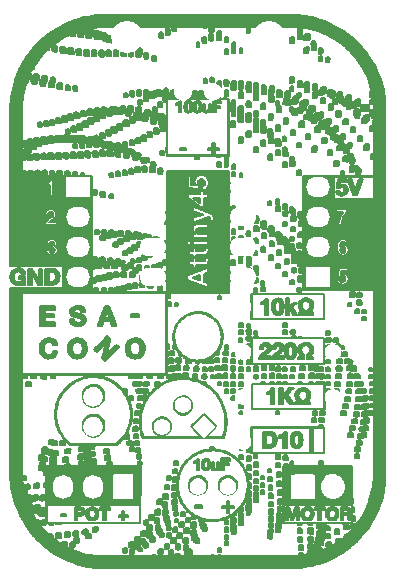
<source format=gbr>
G04 #@! TF.FileFunction,Legend,Top*
%FSLAX46Y46*%
G04 Gerber Fmt 4.6, Leading zero omitted, Abs format (unit mm)*
G04 Created by KiCad (PCBNEW (2015-02-23 BZR 5449)-product) date Venerdì 13 Marzo 2015 10:16:28*
%MOMM*%
G01*
G04 APERTURE LIST*
%ADD10C,0.020000*%
%ADD11C,0.150000*%
%ADD12C,1.397000*%
%ADD13C,1.524000*%
%ADD14C,2.700020*%
%ADD15R,2.032000X2.032000*%
%ADD16O,2.032000X2.032000*%
%ADD17R,1.397000X1.397000*%
%ADD18R,2.286000X1.574800*%
%ADD19O,2.286000X1.574800*%
%ADD20C,1.676400*%
%ADD21R,2.032000X1.727200*%
%ADD22O,2.032000X1.727200*%
%ADD23R,1.727200X2.032000*%
%ADD24O,1.727200X2.032000*%
G04 APERTURE END LIST*
D10*
D11*
G36*
X210189232Y-62246933D02*
X210189232Y-62873122D01*
X210189231Y-63482605D01*
X210189229Y-64075611D01*
X210189224Y-64652368D01*
X210189217Y-65213104D01*
X210189210Y-65758046D01*
X210189199Y-66287424D01*
X210189187Y-66801465D01*
X210189171Y-67300397D01*
X210189153Y-67784448D01*
X210189133Y-68253847D01*
X210189109Y-68708821D01*
X210189082Y-69149598D01*
X210189049Y-69576407D01*
X210189015Y-69989475D01*
X210188975Y-70389031D01*
X210188932Y-70775302D01*
X210188883Y-71148517D01*
X210188832Y-71508905D01*
X210188774Y-71856692D01*
X210188711Y-72192107D01*
X210188642Y-72515377D01*
X210188569Y-72826731D01*
X210188490Y-73126399D01*
X210188405Y-73414606D01*
X210188313Y-73691580D01*
X210188214Y-73957551D01*
X210188110Y-74212748D01*
X210187998Y-74457396D01*
X210187879Y-74691724D01*
X210187754Y-74915961D01*
X210187620Y-75130334D01*
X210187480Y-75335074D01*
X210187330Y-75530405D01*
X210187172Y-75716555D01*
X210187008Y-75893755D01*
X210186834Y-76062234D01*
X210186651Y-76222216D01*
X210186459Y-76373931D01*
X210186259Y-76517608D01*
X210186048Y-76653474D01*
X210185829Y-76781756D01*
X210185598Y-76902684D01*
X210185359Y-77016486D01*
X210185109Y-77123389D01*
X210184849Y-77223620D01*
X210184578Y-77317410D01*
X210184295Y-77404985D01*
X210184002Y-77486574D01*
X210183697Y-77562403D01*
X210183381Y-77632704D01*
X210183053Y-77697703D01*
X210182714Y-77757626D01*
X210182362Y-77812705D01*
X210181999Y-77863163D01*
X210181622Y-77909235D01*
X210181231Y-77951141D01*
X210180829Y-77989115D01*
X210180413Y-78023384D01*
X210179985Y-78054175D01*
X210179540Y-78081717D01*
X210179084Y-78106236D01*
X210178612Y-78127962D01*
X210178128Y-78147122D01*
X210177628Y-78163945D01*
X210177114Y-78178659D01*
X210176585Y-78191492D01*
X210176040Y-78202670D01*
X210175480Y-78212424D01*
X210174904Y-78220980D01*
X210174313Y-78228569D01*
X210174309Y-78228619D01*
X210158119Y-78406690D01*
X210140142Y-78575331D01*
X210120679Y-78731898D01*
X210103721Y-78850068D01*
X210039449Y-79213341D01*
X209959099Y-79571534D01*
X209862856Y-79924277D01*
X209750908Y-80271193D01*
X209623440Y-80611912D01*
X209480641Y-80946060D01*
X209322693Y-81273270D01*
X209194399Y-81510628D01*
X209194399Y-71974272D01*
X209163333Y-71997985D01*
X209151255Y-72006813D01*
X209139786Y-72013185D01*
X209125943Y-72017573D01*
X209106730Y-72020445D01*
X209079165Y-72022276D01*
X209040257Y-72023535D01*
X208994842Y-72024531D01*
X208857421Y-72027361D01*
X208852285Y-71944098D01*
X208849551Y-71900008D01*
X208846710Y-71854608D01*
X208844246Y-71815607D01*
X208843542Y-71804560D01*
X208839932Y-71748286D01*
X208875349Y-71743548D01*
X208958176Y-71734660D01*
X209026803Y-71732274D01*
X209082711Y-71736516D01*
X209127389Y-71747516D01*
X209162321Y-71765402D01*
X209166699Y-71768599D01*
X209194399Y-71789729D01*
X209194399Y-71581864D01*
X209194399Y-71374000D01*
X209025067Y-71374000D01*
X208855733Y-71374000D01*
X208855733Y-71225833D01*
X208855733Y-71077667D01*
X209006249Y-71077667D01*
X209062902Y-71077926D01*
X209105079Y-71078833D01*
X209135229Y-71080576D01*
X209155804Y-71083347D01*
X209169253Y-71087337D01*
X209175582Y-71090847D01*
X209194399Y-71104026D01*
X209194399Y-66582347D01*
X209194399Y-62060667D01*
X209194399Y-54356000D01*
X209194399Y-53433134D01*
X209194399Y-52510267D01*
X207526467Y-52510267D01*
X205858533Y-52510267D01*
X205858533Y-53433134D01*
X205858533Y-54356000D01*
X207526467Y-54356000D01*
X209194399Y-54356000D01*
X209194399Y-62060667D01*
X208644239Y-62060667D01*
X208094078Y-62060667D01*
X208076800Y-62094533D01*
X208059522Y-62128400D01*
X207890523Y-62128400D01*
X207721522Y-62128400D01*
X207716421Y-62105117D01*
X207711485Y-62084052D01*
X207708059Y-62071250D01*
X207704686Y-62070052D01*
X207694967Y-62068943D01*
X207678357Y-62067918D01*
X207654305Y-62066975D01*
X207622266Y-62066112D01*
X207581693Y-62065325D01*
X207532040Y-62064611D01*
X207472755Y-62063968D01*
X207403294Y-62063392D01*
X207323110Y-62062880D01*
X207231654Y-62062430D01*
X207128380Y-62062039D01*
X207072033Y-62061875D01*
X207072033Y-61174156D01*
X207071582Y-61106945D01*
X207066226Y-61057371D01*
X207066226Y-58724800D01*
X207064740Y-58631136D01*
X207048935Y-58545736D01*
X207019112Y-58469150D01*
X206975572Y-58401927D01*
X206918616Y-58344616D01*
X206848542Y-58297765D01*
X206826231Y-58286413D01*
X206760233Y-58254900D01*
X206645934Y-58254900D01*
X206598749Y-58255134D01*
X206564541Y-58256204D01*
X206539357Y-58258660D01*
X206519238Y-58263055D01*
X206500235Y-58269940D01*
X206483220Y-58277591D01*
X206450287Y-58296240D01*
X206414850Y-58321169D01*
X206391138Y-58341091D01*
X206347468Y-58381900D01*
X206353478Y-58335333D01*
X206369549Y-58248457D01*
X206393639Y-58172218D01*
X206425080Y-58107902D01*
X206463210Y-58056791D01*
X206507364Y-58020173D01*
X206520135Y-58012987D01*
X206554352Y-58001691D01*
X206595281Y-57996980D01*
X206635772Y-57999038D01*
X206668674Y-58008046D01*
X206670904Y-58009145D01*
X206698351Y-58029234D01*
X206726602Y-58059208D01*
X206750718Y-58093025D01*
X206765754Y-58124640D01*
X206765986Y-58125400D01*
X206775613Y-58157533D01*
X206909740Y-58157533D01*
X206962323Y-58157588D01*
X206999997Y-58156897D01*
X207024774Y-58154177D01*
X207038671Y-58148142D01*
X207043702Y-58137510D01*
X207041881Y-58120996D01*
X207035223Y-58097318D01*
X207030222Y-58080753D01*
X206998991Y-58001784D01*
X206955733Y-57933847D01*
X206925334Y-57902646D01*
X206925334Y-55278866D01*
X206459667Y-55278866D01*
X205994000Y-55278866D01*
X205994000Y-55405867D01*
X205994000Y-55532866D01*
X206311995Y-55532866D01*
X206629990Y-55532866D01*
X206592095Y-55582113D01*
X206506172Y-55703432D01*
X206428121Y-55833016D01*
X206359069Y-55968189D01*
X206300139Y-56106277D01*
X206252454Y-56244602D01*
X206217141Y-56380490D01*
X206195320Y-56511265D01*
X206193116Y-56531933D01*
X206189699Y-56563791D01*
X206186223Y-56591203D01*
X206183845Y-56606017D01*
X206179944Y-56625066D01*
X206332505Y-56625066D01*
X206485066Y-56625066D01*
X206485066Y-56588861D01*
X206487894Y-56532178D01*
X206495889Y-56463394D01*
X206508323Y-56386280D01*
X206524464Y-56304610D01*
X206543585Y-56222154D01*
X206564953Y-56142686D01*
X206582268Y-56086547D01*
X206629658Y-55959222D01*
X206685021Y-55839997D01*
X206747099Y-55731134D01*
X206814630Y-55634895D01*
X206869412Y-55570967D01*
X206925306Y-55511700D01*
X206925320Y-55395283D01*
X206925334Y-55278866D01*
X206925334Y-57902646D01*
X206901173Y-57877847D01*
X206836034Y-57834687D01*
X206831027Y-57832134D01*
X206784153Y-57811203D01*
X206738798Y-57797077D01*
X206690310Y-57788937D01*
X206634034Y-57785964D01*
X206574333Y-57786973D01*
X206512717Y-57791011D01*
X206462821Y-57798913D01*
X206419578Y-57812303D01*
X206377924Y-57832803D01*
X206332793Y-57862038D01*
X206326772Y-57866303D01*
X206262333Y-57922437D01*
X206206606Y-57991886D01*
X206159986Y-58073219D01*
X206122864Y-58165002D01*
X206095631Y-58265804D01*
X206078679Y-58374193D01*
X206072400Y-58488736D01*
X206077187Y-58608002D01*
X206092189Y-58723504D01*
X206116299Y-58824346D01*
X206151479Y-58914331D01*
X206197145Y-58992720D01*
X206252711Y-59058768D01*
X206317589Y-59111734D01*
X206391194Y-59150875D01*
X206443684Y-59168618D01*
X206487091Y-59176582D01*
X206540756Y-59180927D01*
X206599099Y-59181715D01*
X206656538Y-59179006D01*
X206707493Y-59172862D01*
X206740292Y-59165374D01*
X206820596Y-59131963D01*
X206892188Y-59084744D01*
X206953600Y-59025212D01*
X207003368Y-58954862D01*
X207040026Y-58875188D01*
X207047627Y-58851800D01*
X207054486Y-58821544D01*
X207060708Y-58781495D01*
X207065244Y-58738791D01*
X207066226Y-58724800D01*
X207066226Y-61057371D01*
X207064768Y-61043890D01*
X207058206Y-61013131D01*
X207028879Y-60930752D01*
X206987343Y-60858587D01*
X206934491Y-60797930D01*
X206881414Y-60756439D01*
X206830418Y-60728423D01*
X206777296Y-60710090D01*
X206717838Y-60700472D01*
X206647832Y-60698598D01*
X206632166Y-60699068D01*
X206570495Y-60703744D01*
X206520817Y-60713504D01*
X206478591Y-60729796D01*
X206439271Y-60754064D01*
X206424965Y-60765022D01*
X206394496Y-60789406D01*
X206418599Y-60652453D01*
X206426702Y-60605795D01*
X206433648Y-60564638D01*
X206438935Y-60532026D01*
X206442071Y-60511002D01*
X206442717Y-60504917D01*
X206446284Y-60501902D01*
X206457894Y-60499477D01*
X206478925Y-60497589D01*
X206510760Y-60496185D01*
X206554776Y-60495214D01*
X206612352Y-60494622D01*
X206684869Y-60494359D01*
X206722133Y-60494333D01*
X207001534Y-60494333D01*
X207001534Y-60380033D01*
X207001534Y-60265733D01*
X206620534Y-60265733D01*
X206542040Y-60265820D01*
X206469001Y-60266067D01*
X206403103Y-60266458D01*
X206346038Y-60266973D01*
X206299495Y-60267596D01*
X206265164Y-60268309D01*
X206244732Y-60269094D01*
X206239533Y-60269756D01*
X206238087Y-60278677D01*
X206233956Y-60302528D01*
X206227444Y-60339571D01*
X206218862Y-60388070D01*
X206208518Y-60446289D01*
X206196717Y-60512489D01*
X206183769Y-60584934D01*
X206176034Y-60628128D01*
X206162531Y-60703802D01*
X206150009Y-60774608D01*
X206138776Y-60838744D01*
X206129146Y-60894409D01*
X206121428Y-60939798D01*
X206115933Y-60973109D01*
X206112970Y-60992541D01*
X206112534Y-60996639D01*
X206114144Y-61002154D01*
X206120621Y-61006035D01*
X206134436Y-61008560D01*
X206158061Y-61010009D01*
X206193965Y-61010662D01*
X206237815Y-61010800D01*
X206363097Y-61010800D01*
X206396565Y-60975924D01*
X206434286Y-60942666D01*
X206473676Y-60921908D01*
X206519757Y-60911626D01*
X206561267Y-60909572D01*
X206615312Y-60913272D01*
X206658723Y-60925728D01*
X206696407Y-60948976D01*
X206727322Y-60978439D01*
X206760854Y-61024309D01*
X206781026Y-61075604D01*
X206788766Y-61135265D01*
X206788148Y-61171198D01*
X206777445Y-61238690D01*
X206754423Y-61296624D01*
X206720230Y-61343788D01*
X206676014Y-61378971D01*
X206622924Y-61400962D01*
X206563111Y-61408547D01*
X206501507Y-61401438D01*
X206448668Y-61380176D01*
X206405643Y-61345555D01*
X206373480Y-61298363D01*
X206356455Y-61252762D01*
X206346088Y-61214000D01*
X206208144Y-61214000D01*
X206070200Y-61214000D01*
X206070301Y-61249983D01*
X206078671Y-61318745D01*
X206102254Y-61385723D01*
X206139336Y-61448715D01*
X206188202Y-61505520D01*
X206247135Y-61553937D01*
X206314419Y-61591763D01*
X206346565Y-61604603D01*
X206385087Y-61617223D01*
X206419758Y-61625981D01*
X206455452Y-61631583D01*
X206497037Y-61634733D01*
X206549388Y-61636138D01*
X206565500Y-61636305D01*
X206626519Y-61635276D01*
X206677143Y-61631294D01*
X206713283Y-61624842D01*
X206796451Y-61594190D01*
X206871882Y-61549323D01*
X206937948Y-61491817D01*
X206993023Y-61423249D01*
X207035477Y-61345195D01*
X207054227Y-61294433D01*
X207066217Y-61238870D01*
X207072033Y-61174156D01*
X207072033Y-62061875D01*
X207012740Y-62061703D01*
X206884186Y-62061421D01*
X206742173Y-62061188D01*
X206586152Y-62061002D01*
X206415575Y-62060860D01*
X206229896Y-62060759D01*
X206028567Y-62060696D01*
X205811041Y-62060668D01*
X205732097Y-62060667D01*
X205440060Y-62060667D01*
X205440060Y-55970080D01*
X205433997Y-55862377D01*
X205433601Y-55860404D01*
X205433601Y-53444437D01*
X205428382Y-53339260D01*
X205408297Y-53235905D01*
X205373800Y-53135556D01*
X205325346Y-53039393D01*
X205263386Y-52948599D01*
X205188378Y-52864354D01*
X205100773Y-52787840D01*
X205001028Y-52720239D01*
X204944133Y-52688807D01*
X204826629Y-52636672D01*
X204705938Y-52599611D01*
X204579743Y-52577077D01*
X204445726Y-52568526D01*
X204431721Y-52568419D01*
X204298333Y-52574181D01*
X204175013Y-52592397D01*
X204077311Y-52617709D01*
X203960953Y-52661907D01*
X203852753Y-52718173D01*
X203753867Y-52785334D01*
X203665448Y-52862215D01*
X203588650Y-52947640D01*
X203524632Y-53040438D01*
X203474547Y-53139433D01*
X203439550Y-53243452D01*
X203432704Y-53272883D01*
X203425042Y-53325530D01*
X203421157Y-53388458D01*
X203421039Y-53455449D01*
X203424672Y-53520280D01*
X203432042Y-53576733D01*
X203433404Y-53583773D01*
X203462761Y-53686477D01*
X203507668Y-53785350D01*
X203566924Y-53879031D01*
X203639325Y-53966158D01*
X203723669Y-54045372D01*
X203818755Y-54115310D01*
X203923380Y-54174612D01*
X203976754Y-54198949D01*
X204098588Y-54241691D01*
X204227456Y-54270840D01*
X204359717Y-54285945D01*
X204491724Y-54286554D01*
X204597001Y-54275951D01*
X204732964Y-54246973D01*
X204862839Y-54202227D01*
X204915602Y-54178730D01*
X204992154Y-54139372D01*
X205057790Y-54098645D01*
X205118331Y-54052601D01*
X205170799Y-54005704D01*
X205241976Y-53931559D01*
X205300014Y-53855619D01*
X205348446Y-53773163D01*
X205355517Y-53759100D01*
X205397622Y-53655539D01*
X205423499Y-53550258D01*
X205433601Y-53444437D01*
X205433601Y-55860404D01*
X205412663Y-55756138D01*
X205376311Y-55652913D01*
X205325186Y-55554244D01*
X205259539Y-55461679D01*
X205225159Y-55422248D01*
X205133786Y-55336042D01*
X205031920Y-55262180D01*
X204921076Y-55201065D01*
X204802768Y-55153100D01*
X204678510Y-55118689D01*
X204549817Y-55098233D01*
X204418200Y-55092135D01*
X204285176Y-55100799D01*
X204152258Y-55124629D01*
X204128844Y-55130460D01*
X204006874Y-55169841D01*
X203893153Y-55222001D01*
X203788788Y-55285959D01*
X203694889Y-55360742D01*
X203612558Y-55445370D01*
X203542905Y-55538867D01*
X203487036Y-55640254D01*
X203452611Y-55727600D01*
X203441430Y-55763626D01*
X203433629Y-55795003D01*
X203428437Y-55826802D01*
X203425079Y-55864091D01*
X203422783Y-55911941D01*
X203422270Y-55926567D01*
X203420973Y-55978964D01*
X203421333Y-56019429D01*
X203423702Y-56052910D01*
X203428434Y-56084358D01*
X203435883Y-56118722D01*
X203436043Y-56119389D01*
X203470978Y-56230155D01*
X203520712Y-56333890D01*
X203584309Y-56429827D01*
X203660840Y-56517199D01*
X203749365Y-56595240D01*
X203848955Y-56663183D01*
X203958674Y-56720261D01*
X204077590Y-56765708D01*
X204204768Y-56798757D01*
X204278912Y-56811515D01*
X204317880Y-56814939D01*
X204369065Y-56816429D01*
X204427875Y-56816135D01*
X204489724Y-56814212D01*
X204550022Y-56810813D01*
X204604180Y-56806090D01*
X204647610Y-56800196D01*
X204653956Y-56799018D01*
X204779868Y-56766772D01*
X204898758Y-56721261D01*
X205009336Y-56663417D01*
X205110311Y-56594170D01*
X205200393Y-56514453D01*
X205278291Y-56425196D01*
X205342715Y-56327331D01*
X205364154Y-56286531D01*
X205405388Y-56183703D01*
X205430607Y-56077704D01*
X205440060Y-55970080D01*
X205440060Y-62060667D01*
X205433970Y-62060667D01*
X205433970Y-58519930D01*
X205431251Y-58413615D01*
X205414919Y-58308864D01*
X205385213Y-58209163D01*
X205357764Y-58146555D01*
X205296249Y-58043104D01*
X205221185Y-57949459D01*
X205133103Y-57866011D01*
X205032531Y-57793153D01*
X204919998Y-57731279D01*
X204796031Y-57680781D01*
X204686714Y-57648261D01*
X204636039Y-57638584D01*
X204573067Y-57631385D01*
X204502266Y-57626780D01*
X204428104Y-57624887D01*
X204355054Y-57625821D01*
X204287581Y-57629698D01*
X204231423Y-57636425D01*
X204105000Y-57664535D01*
X203985771Y-57705641D01*
X203874799Y-57758842D01*
X203773158Y-57823239D01*
X203681912Y-57897930D01*
X203602131Y-57982016D01*
X203534884Y-58074595D01*
X203481238Y-58174768D01*
X203442261Y-58281633D01*
X203435404Y-58307382D01*
X203426572Y-58347923D01*
X203421031Y-58387437D01*
X203418220Y-58431721D01*
X203417580Y-58486571D01*
X203417609Y-58491967D01*
X203420621Y-58570560D01*
X203429541Y-58638878D01*
X203445799Y-58702977D01*
X203470830Y-58768910D01*
X203495702Y-58822166D01*
X203555257Y-58923775D01*
X203627923Y-59015857D01*
X203712443Y-59097854D01*
X203807564Y-59169206D01*
X203912034Y-59229355D01*
X204024596Y-59277741D01*
X204143998Y-59313807D01*
X204268983Y-59336994D01*
X204398301Y-59346741D01*
X204530696Y-59342491D01*
X204633843Y-59329346D01*
X204757648Y-59300857D01*
X204875069Y-59258951D01*
X204984849Y-59204626D01*
X205085729Y-59138881D01*
X205176453Y-59062713D01*
X205255761Y-58977121D01*
X205322394Y-58883102D01*
X205375096Y-58781656D01*
X205397605Y-58723304D01*
X205422835Y-58624322D01*
X205433970Y-58519930D01*
X205433970Y-62060667D01*
X205430668Y-62060667D01*
X205430668Y-61006567D01*
X205429561Y-60937323D01*
X205425364Y-60879938D01*
X205417037Y-60829461D01*
X205403540Y-60780942D01*
X205383833Y-60729432D01*
X205362485Y-60681857D01*
X205326689Y-60612277D01*
X205287682Y-60551449D01*
X205241623Y-60494100D01*
X205184674Y-60434955D01*
X205178074Y-60428587D01*
X205078740Y-60344708D01*
X204970450Y-60275115D01*
X204853029Y-60219720D01*
X204726304Y-60178434D01*
X204663595Y-60163901D01*
X204532658Y-60144886D01*
X204401509Y-60140603D01*
X204271824Y-60150553D01*
X204145287Y-60174237D01*
X204023575Y-60211157D01*
X203908372Y-60260813D01*
X203801354Y-60322709D01*
X203704202Y-60396343D01*
X203627244Y-60471518D01*
X203553464Y-60564735D01*
X203495354Y-60663249D01*
X203452933Y-60765906D01*
X203426215Y-60871552D01*
X203415215Y-60979032D01*
X203419950Y-61087191D01*
X203440435Y-61194876D01*
X203476686Y-61300931D01*
X203528720Y-61404203D01*
X203596550Y-61503537D01*
X203612942Y-61523960D01*
X203683751Y-61598071D01*
X203768464Y-61666592D01*
X203864541Y-61727970D01*
X203969441Y-61780651D01*
X204080624Y-61823081D01*
X204123255Y-61835986D01*
X204212312Y-61855450D01*
X204311514Y-61867481D01*
X204415742Y-61871989D01*
X204519886Y-61868882D01*
X204618825Y-61858068D01*
X204681667Y-61845999D01*
X204810185Y-61808519D01*
X204929215Y-61758618D01*
X205037964Y-61696995D01*
X205135645Y-61624351D01*
X205221463Y-61541384D01*
X205294630Y-61448794D01*
X205354354Y-61347282D01*
X205399845Y-61237546D01*
X205411379Y-61200411D01*
X205419335Y-61169792D01*
X205424806Y-61140300D01*
X205428227Y-61107573D01*
X205430029Y-61067250D01*
X205430650Y-61014972D01*
X205430668Y-61006567D01*
X205430668Y-62060667D01*
X203759396Y-62060667D01*
X203750091Y-62078053D01*
X203736608Y-62094209D01*
X203716130Y-62110432D01*
X203713810Y-62111888D01*
X203702715Y-62117729D01*
X203689624Y-62122014D01*
X203671872Y-62124977D01*
X203646790Y-62126856D01*
X203611713Y-62127889D01*
X203563973Y-62128310D01*
X203528083Y-62128368D01*
X203369333Y-62128400D01*
X203369333Y-62094533D01*
X203369333Y-62060667D01*
X203305833Y-62060667D01*
X203242333Y-62060667D01*
X203241181Y-61296550D01*
X203240973Y-61184905D01*
X203240698Y-61078568D01*
X203240365Y-60978694D01*
X203239979Y-60886437D01*
X203239549Y-60802953D01*
X203239082Y-60729396D01*
X203238585Y-60666920D01*
X203238066Y-60616681D01*
X203237531Y-60579832D01*
X203236990Y-60557529D01*
X203236448Y-60550927D01*
X203236412Y-60551076D01*
X203227982Y-60568062D01*
X203211207Y-60588217D01*
X203204207Y-60594820D01*
X203164801Y-60619139D01*
X203113990Y-60632587D01*
X203051076Y-60635290D01*
X203003110Y-60631315D01*
X202950778Y-60623320D01*
X202911712Y-60612387D01*
X202884015Y-60596157D01*
X202865788Y-60572270D01*
X202855133Y-60538364D01*
X202850149Y-60492079D01*
X202848950Y-60439668D01*
X202849039Y-60395883D01*
X202850167Y-60364377D01*
X202853142Y-60340496D01*
X202858779Y-60319589D01*
X202867883Y-60297002D01*
X202877404Y-60276316D01*
X202906174Y-60214933D01*
X203074254Y-60214933D01*
X203242333Y-60214933D01*
X203242333Y-58444727D01*
X203242333Y-56674521D01*
X203214817Y-56681544D01*
X203193926Y-56684471D01*
X203160301Y-56686548D01*
X203118116Y-56687776D01*
X203071549Y-56688156D01*
X203024774Y-56687688D01*
X202981971Y-56686372D01*
X202947314Y-56684207D01*
X202926495Y-56681526D01*
X202894291Y-56674929D01*
X202896863Y-56489794D01*
X202897757Y-56429220D01*
X202898707Y-56383236D01*
X202899972Y-56349505D01*
X202901810Y-56325685D01*
X202904480Y-56309436D01*
X202908240Y-56298417D01*
X202913351Y-56290290D01*
X202919728Y-56283076D01*
X202937405Y-56267638D01*
X202958985Y-56256329D01*
X202987194Y-56248582D01*
X203024757Y-56243828D01*
X203074402Y-56241499D01*
X203121684Y-56241002D01*
X203242333Y-56240892D01*
X203242333Y-56152673D01*
X203242111Y-56113333D01*
X203241111Y-56088193D01*
X203238840Y-56074524D01*
X203234800Y-56069596D01*
X203228496Y-56070678D01*
X203227517Y-56071104D01*
X203214424Y-56073503D01*
X203187527Y-56075951D01*
X203149957Y-56078245D01*
X203104844Y-56080186D01*
X203068042Y-56081287D01*
X202923383Y-56084824D01*
X202904965Y-56039562D01*
X202886820Y-55996388D01*
X202872366Y-55966371D01*
X202859686Y-55946684D01*
X202846867Y-55934507D01*
X202831991Y-55927015D01*
X202827566Y-55925491D01*
X202802219Y-55912400D01*
X202781581Y-55893891D01*
X202781010Y-55893144D01*
X202775497Y-55884660D01*
X202771258Y-55874328D01*
X202768087Y-55859857D01*
X202765778Y-55838954D01*
X202764123Y-55809330D01*
X202762913Y-55768692D01*
X202761944Y-55714750D01*
X202761407Y-55676203D01*
X202758849Y-55482067D01*
X202937357Y-55482067D01*
X202996995Y-55482171D01*
X203041855Y-55482603D01*
X203074092Y-55483535D01*
X203095861Y-55485143D01*
X203109315Y-55487601D01*
X203116611Y-55491083D01*
X203119902Y-55495765D01*
X203120276Y-55496883D01*
X203140536Y-55546643D01*
X203168286Y-55582420D01*
X203205247Y-55606153D01*
X203223283Y-55612798D01*
X203242333Y-55618674D01*
X203242333Y-54013670D01*
X203242333Y-52408667D01*
X204812900Y-52408667D01*
X206383466Y-52408667D01*
X206383652Y-52275317D01*
X206384515Y-52211543D01*
X206387408Y-52162283D01*
X206393090Y-52125166D01*
X206402319Y-52097823D01*
X206415852Y-52077879D01*
X206434450Y-52062965D01*
X206454940Y-52052412D01*
X206475723Y-52044557D01*
X206497826Y-52039796D01*
X206525811Y-52037621D01*
X206564240Y-52037520D01*
X206584125Y-52037961D01*
X206675202Y-52040367D01*
X206686243Y-52086934D01*
X206692560Y-52125040D01*
X206696888Y-52174474D01*
X206699063Y-52229721D01*
X206698925Y-52285273D01*
X206696308Y-52335619D01*
X206694196Y-52355750D01*
X206687426Y-52408667D01*
X207940913Y-52408667D01*
X209194399Y-52408667D01*
X209194358Y-51716517D01*
X209194318Y-51024367D01*
X209114804Y-51023357D01*
X209075758Y-51022288D01*
X209039573Y-51020296D01*
X209012100Y-51017739D01*
X209004778Y-51016623D01*
X208974267Y-51010899D01*
X208974267Y-50782683D01*
X208974267Y-50554467D01*
X209084333Y-50554467D01*
X209194399Y-50554467D01*
X209194399Y-49614666D01*
X209194399Y-48674867D01*
X209021714Y-48674867D01*
X208849027Y-48674867D01*
X208843318Y-48554217D01*
X208841595Y-48460415D01*
X208845983Y-48381509D01*
X208856450Y-48317830D01*
X208868894Y-48278749D01*
X208897001Y-48231768D01*
X208936375Y-48196990D01*
X208985804Y-48175175D01*
X209044072Y-48167083D01*
X209047312Y-48167053D01*
X209099190Y-48166867D01*
X209102883Y-47986950D01*
X209104294Y-47925709D01*
X209105855Y-47878764D01*
X209107823Y-47843475D01*
X209110456Y-47817204D01*
X209114014Y-47797314D01*
X209118754Y-47781166D01*
X209124346Y-47767417D01*
X209145396Y-47733210D01*
X209168258Y-47714283D01*
X209194399Y-47700766D01*
X209194399Y-47624783D01*
X209194399Y-47548800D01*
X209164495Y-47548800D01*
X209123597Y-47543841D01*
X209092381Y-47528001D01*
X209069520Y-47499831D01*
X209053692Y-47457882D01*
X209046044Y-47419260D01*
X209040046Y-47379254D01*
X208965678Y-47340845D01*
X208933667Y-47323912D01*
X208909585Y-47308863D01*
X208892306Y-47293005D01*
X208880702Y-47273642D01*
X208873644Y-47248076D01*
X208870005Y-47213612D01*
X208868655Y-47167555D01*
X208868467Y-47108534D01*
X208868500Y-46968833D01*
X208901551Y-46898983D01*
X208934603Y-46829133D01*
X209064501Y-46829133D01*
X209194399Y-46829133D01*
X209194399Y-46678706D01*
X209191952Y-46538016D01*
X209184812Y-46385243D01*
X209173284Y-46224490D01*
X209157670Y-46059853D01*
X209138276Y-45895432D01*
X209133820Y-45861817D01*
X209115794Y-45728466D01*
X208980713Y-45728466D01*
X208845634Y-45728466D01*
X208848702Y-45540083D01*
X208850215Y-45469725D01*
X208852246Y-45415072D01*
X208854879Y-45374901D01*
X208858198Y-45347987D01*
X208862282Y-45333110D01*
X208862759Y-45332198D01*
X208887945Y-45304268D01*
X208925318Y-45286492D01*
X208972865Y-45279793D01*
X208976384Y-45279765D01*
X209004952Y-45278754D01*
X209020034Y-45275162D01*
X209024989Y-45268078D01*
X209025067Y-45266602D01*
X209023083Y-45254021D01*
X209017628Y-45228343D01*
X209009448Y-45192862D01*
X208999290Y-45150880D01*
X208994901Y-45133254D01*
X208902349Y-44797648D01*
X208795163Y-44470390D01*
X208673213Y-44151236D01*
X208536375Y-43839945D01*
X208384521Y-43536278D01*
X208217524Y-43239990D01*
X208035260Y-42950842D01*
X207837600Y-42668590D01*
X207624418Y-42392994D01*
X207448611Y-42184021D01*
X207407456Y-42138161D01*
X207356103Y-42083079D01*
X207296804Y-42021030D01*
X207231812Y-41954270D01*
X207163383Y-41885054D01*
X207093767Y-41815632D01*
X207025220Y-41748261D01*
X206959995Y-41685196D01*
X206900345Y-41628690D01*
X206848524Y-41580996D01*
X206823734Y-41558950D01*
X206555405Y-41335286D01*
X206278823Y-41126175D01*
X205994341Y-40931786D01*
X205702312Y-40752290D01*
X205403092Y-40587851D01*
X205097032Y-40438640D01*
X204784489Y-40304823D01*
X204465816Y-40186570D01*
X204141366Y-40084050D01*
X203811493Y-39997430D01*
X203476552Y-39926877D01*
X203340232Y-39903029D01*
X203290620Y-39894988D01*
X203246064Y-39888016D01*
X203209549Y-39882569D01*
X203184059Y-39879084D01*
X203173016Y-39877999D01*
X203166225Y-39879492D01*
X203161782Y-39885910D01*
X203159201Y-39900166D01*
X203157993Y-39925173D01*
X203157670Y-39963847D01*
X203157667Y-39969578D01*
X203155508Y-40044106D01*
X203148509Y-40107102D01*
X203135884Y-40163466D01*
X203118592Y-40213768D01*
X203097863Y-40265904D01*
X203125159Y-40319602D01*
X203152455Y-40373300D01*
X203150841Y-40570960D01*
X203150046Y-40641634D01*
X203148621Y-40697450D01*
X203146077Y-40740471D01*
X203141923Y-40772774D01*
X203135666Y-40796431D01*
X203126819Y-40813510D01*
X203114891Y-40826085D01*
X203099391Y-40836222D01*
X203086473Y-40842825D01*
X203066757Y-40850884D01*
X203044772Y-40856059D01*
X203016235Y-40858923D01*
X202976862Y-40860045D01*
X202956198Y-40860133D01*
X202898824Y-40858826D01*
X202855782Y-40854325D01*
X202824627Y-40845763D01*
X202802916Y-40832268D01*
X202788209Y-40812968D01*
X202781638Y-40797997D01*
X202776410Y-40775208D01*
X202771417Y-40737612D01*
X202766718Y-40687336D01*
X202762370Y-40626502D01*
X202758430Y-40557236D01*
X202754956Y-40481663D01*
X202752003Y-40401910D01*
X202749633Y-40320097D01*
X202747902Y-40238356D01*
X202746865Y-40158806D01*
X202746582Y-40083579D01*
X202747109Y-40014792D01*
X202748504Y-39954575D01*
X202750825Y-39905053D01*
X202754131Y-39868351D01*
X202756136Y-39855637D01*
X202761385Y-39829043D01*
X202635676Y-39822281D01*
X202581490Y-39819933D01*
X202524052Y-39818390D01*
X202469828Y-39817770D01*
X202425285Y-39818192D01*
X202421067Y-39818314D01*
X202378495Y-39819378D01*
X202337218Y-39819940D01*
X202303335Y-39819937D01*
X202289833Y-39819664D01*
X202273584Y-39819321D01*
X202242089Y-39818852D01*
X202197038Y-39818276D01*
X202140116Y-39817614D01*
X202073013Y-39816882D01*
X201997416Y-39816102D01*
X201915013Y-39815285D01*
X201827492Y-39814460D01*
X201767623Y-39813912D01*
X201287745Y-39809605D01*
X201285022Y-39991793D01*
X201282300Y-40173981D01*
X201259702Y-40196562D01*
X201244444Y-40208794D01*
X201224806Y-40218045D01*
X201198419Y-40224703D01*
X201162914Y-40229155D01*
X201115921Y-40231781D01*
X201055072Y-40232966D01*
X201034650Y-40233094D01*
X200914000Y-40233600D01*
X200914000Y-40021933D01*
X200914000Y-39810267D01*
X198267249Y-39810267D01*
X195620498Y-39810267D01*
X195625116Y-39829316D01*
X195628581Y-39850625D01*
X195632206Y-39884680D01*
X195635771Y-39927700D01*
X195639060Y-39975907D01*
X195641857Y-40025513D01*
X195643945Y-40072741D01*
X195645106Y-40113806D01*
X195645123Y-40144928D01*
X195644114Y-40160489D01*
X195634038Y-40196496D01*
X195615030Y-40222401D01*
X195585286Y-40239302D01*
X195543002Y-40248291D01*
X195495812Y-40250535D01*
X195428130Y-40243266D01*
X195368830Y-40221842D01*
X195318899Y-40186830D01*
X195279324Y-40138787D01*
X195268858Y-40120469D01*
X195260219Y-40102808D01*
X195253995Y-40086134D01*
X195249693Y-40067078D01*
X195246820Y-40042280D01*
X195244882Y-40008376D01*
X195243385Y-39961998D01*
X195242909Y-39943617D01*
X195239559Y-39810267D01*
X195134613Y-39810267D01*
X195029667Y-39810267D01*
X195029667Y-39848366D01*
X195029667Y-39886467D01*
X194938650Y-39886403D01*
X194853874Y-39883461D01*
X194783150Y-39874855D01*
X194727032Y-39860710D01*
X194686076Y-39841153D01*
X194666114Y-39823586D01*
X194662978Y-39821335D01*
X194656870Y-39819352D01*
X194646793Y-39817616D01*
X194631750Y-39816115D01*
X194610744Y-39814827D01*
X194582779Y-39813740D01*
X194546858Y-39812838D01*
X194501984Y-39812102D01*
X194447161Y-39811516D01*
X194381391Y-39811066D01*
X194303679Y-39810736D01*
X194213027Y-39810507D01*
X194108440Y-39810362D01*
X193988919Y-39810288D01*
X193853469Y-39810267D01*
X193852454Y-39810267D01*
X193049848Y-39810267D01*
X193031412Y-39840096D01*
X193012976Y-39869927D01*
X192868268Y-39867613D01*
X192723561Y-39865300D01*
X192716438Y-39837784D01*
X192709316Y-39810267D01*
X192601608Y-39810273D01*
X192493900Y-39810280D01*
X192493913Y-39980229D01*
X192493925Y-40150176D01*
X192333046Y-40147439D01*
X192266294Y-40146103D01*
X192214479Y-40143397D01*
X192175608Y-40137452D01*
X192147692Y-40126390D01*
X192128740Y-40108345D01*
X192116761Y-40081439D01*
X192109767Y-40043803D01*
X192105765Y-39993563D01*
X192102856Y-39930916D01*
X192097612Y-39810267D01*
X189146156Y-39810532D01*
X188900573Y-39810578D01*
X188661485Y-39810666D01*
X188429420Y-39810797D01*
X188204908Y-39810970D01*
X187988479Y-39811182D01*
X187780660Y-39811434D01*
X187581983Y-39811722D01*
X187392976Y-39812047D01*
X187214168Y-39812405D01*
X187046089Y-39812798D01*
X186889268Y-39813220D01*
X186744235Y-39813673D01*
X186611518Y-39814154D01*
X186491648Y-39814663D01*
X186385153Y-39815197D01*
X186292563Y-39815758D01*
X186214407Y-39816340D01*
X186151215Y-39816943D01*
X186103516Y-39817568D01*
X186071839Y-39818211D01*
X186059233Y-39818688D01*
X185981711Y-39823231D01*
X185919369Y-39827029D01*
X185870484Y-39830300D01*
X185833330Y-39833264D01*
X185806183Y-39836142D01*
X185787317Y-39839150D01*
X185775009Y-39842510D01*
X185767533Y-39846444D01*
X185763164Y-39851166D01*
X185760248Y-39856743D01*
X185743372Y-39873840D01*
X185713307Y-39885280D01*
X185677195Y-39891104D01*
X185630056Y-39894103D01*
X185577563Y-39894244D01*
X185525388Y-39891500D01*
X185482873Y-39886458D01*
X185459145Y-39883530D01*
X185434357Y-39882855D01*
X185404845Y-39884686D01*
X185366942Y-39889285D01*
X185316985Y-39896912D01*
X185302800Y-39899222D01*
X185258181Y-39906502D01*
X185219739Y-39912697D01*
X185190445Y-39917334D01*
X185173272Y-39919938D01*
X185170079Y-39920334D01*
X185166402Y-39927200D01*
X185166000Y-39932425D01*
X185172526Y-39940716D01*
X185193211Y-39946717D01*
X185214684Y-39949625D01*
X185277088Y-39956534D01*
X185325119Y-39963220D01*
X185361283Y-39970807D01*
X185388089Y-39980427D01*
X185408042Y-39993208D01*
X185423649Y-40010272D01*
X185437417Y-40032750D01*
X185448482Y-40054743D01*
X185463677Y-40084843D01*
X185477974Y-40107357D01*
X185494113Y-40123490D01*
X185514824Y-40134438D01*
X185542846Y-40141400D01*
X185580911Y-40145577D01*
X185631756Y-40148170D01*
X185664026Y-40149287D01*
X185716421Y-40151114D01*
X185755102Y-40153012D01*
X185783284Y-40155486D01*
X185804183Y-40159039D01*
X185821011Y-40164177D01*
X185836983Y-40171406D01*
X185850460Y-40178572D01*
X185877717Y-40195260D01*
X185900554Y-40212380D01*
X185910797Y-40222481D01*
X185937271Y-40244524D01*
X185974869Y-40256388D01*
X186011681Y-40259000D01*
X186069453Y-40265496D01*
X186123673Y-40283700D01*
X186168683Y-40311697D01*
X186169670Y-40312531D01*
X186192730Y-40331450D01*
X186212921Y-40345181D01*
X186233725Y-40354700D01*
X186258629Y-40360987D01*
X186291116Y-40365017D01*
X186334673Y-40367768D01*
X186372500Y-40369410D01*
X186429668Y-40372280D01*
X186473217Y-40376286D01*
X186506461Y-40382382D01*
X186532712Y-40391528D01*
X186555288Y-40404683D01*
X186577499Y-40422800D01*
X186586652Y-40431300D01*
X186609705Y-40461031D01*
X186628151Y-40503228D01*
X186631927Y-40515019D01*
X186641816Y-40543250D01*
X186651485Y-40563698D01*
X186658950Y-40572224D01*
X186659355Y-40572266D01*
X186670364Y-40573353D01*
X186695591Y-40576394D01*
X186732478Y-40581063D01*
X186778462Y-40587033D01*
X186830986Y-40593980D01*
X186855380Y-40597243D01*
X186918734Y-40605479D01*
X186984911Y-40613610D01*
X187049118Y-40621075D01*
X187106557Y-40627324D01*
X187152437Y-40631796D01*
X187155666Y-40632079D01*
X187213712Y-40637465D01*
X187257562Y-40643412D01*
X187289913Y-40651694D01*
X187313459Y-40664078D01*
X187330897Y-40682343D01*
X187344922Y-40708252D01*
X187358229Y-40743584D01*
X187367378Y-40771233D01*
X187384483Y-40817618D01*
X187402436Y-40850922D01*
X187424066Y-40874892D01*
X187452205Y-40893258D01*
X187464182Y-40899086D01*
X187510067Y-40915917D01*
X187562290Y-40926663D01*
X187623489Y-40931578D01*
X187696303Y-40930912D01*
X187756669Y-40927180D01*
X187841312Y-40921994D01*
X187911118Y-40921479D01*
X187967716Y-40926375D01*
X188012739Y-40937418D01*
X188047819Y-40955351D01*
X188074586Y-40980912D01*
X188094675Y-41014840D01*
X188109714Y-41057871D01*
X188117459Y-41090607D01*
X188126188Y-41128045D01*
X188138202Y-41173340D01*
X188151306Y-41218329D01*
X188155155Y-41230652D01*
X188173007Y-41298348D01*
X188179427Y-41354214D01*
X188174291Y-41399020D01*
X188157480Y-41433539D01*
X188128872Y-41458537D01*
X188118470Y-41464060D01*
X188105247Y-41469473D01*
X188090326Y-41473366D01*
X188072067Y-41475620D01*
X188048830Y-41476113D01*
X188018971Y-41474724D01*
X187980850Y-41471333D01*
X187932827Y-41465820D01*
X187873259Y-41458062D01*
X187800506Y-41447941D01*
X187712926Y-41435334D01*
X187697534Y-41433094D01*
X187396966Y-41389300D01*
X187344416Y-41287700D01*
X187324899Y-41249844D01*
X187308259Y-41217339D01*
X187296015Y-41193171D01*
X187289689Y-41180327D01*
X187289220Y-41179260D01*
X187280490Y-41176758D01*
X187256839Y-41172684D01*
X187220178Y-41167300D01*
X187172421Y-41160862D01*
X187115479Y-41153630D01*
X187051264Y-41145861D01*
X186987367Y-41138459D01*
X186688159Y-41104495D01*
X186614996Y-41062490D01*
X186539642Y-41024739D01*
X186461865Y-40995812D01*
X186386840Y-40977467D01*
X186351398Y-40972764D01*
X186321096Y-40968895D01*
X186296794Y-40963664D01*
X186284826Y-40958798D01*
X186274411Y-40947432D01*
X186258282Y-40926493D01*
X186240537Y-40901392D01*
X186201541Y-40855944D01*
X186156766Y-40826325D01*
X186105633Y-40812245D01*
X186060074Y-40811945D01*
X186026847Y-40817340D01*
X185985429Y-40827303D01*
X185943293Y-40839966D01*
X185931353Y-40844115D01*
X185896618Y-40856083D01*
X185867944Y-40863984D01*
X185839816Y-40868687D01*
X185806714Y-40871066D01*
X185763123Y-40871990D01*
X185754433Y-40872065D01*
X185712545Y-40871867D01*
X185675074Y-40870755D01*
X185646292Y-40868910D01*
X185631083Y-40866707D01*
X185622677Y-40862800D01*
X185614400Y-40854630D01*
X185605138Y-40840060D01*
X185593779Y-40816952D01*
X185579207Y-40783167D01*
X185560310Y-40736567D01*
X185550650Y-40712243D01*
X185491967Y-40563904D01*
X185376420Y-40563850D01*
X185260871Y-40563800D01*
X185251660Y-40616717D01*
X185245630Y-40652771D01*
X185239951Y-40689032D01*
X185237109Y-40708622D01*
X185233187Y-40731750D01*
X185226450Y-40744467D01*
X185212117Y-40751683D01*
X185189771Y-40757306D01*
X185162406Y-40761591D01*
X185124485Y-40764908D01*
X185082378Y-40766768D01*
X185062916Y-40766999D01*
X185011269Y-40765492D01*
X184970774Y-40759630D01*
X184939023Y-40747408D01*
X184913604Y-40726820D01*
X184892107Y-40695855D01*
X184872120Y-40652510D01*
X184851235Y-40594775D01*
X184849361Y-40589200D01*
X184822826Y-40512024D01*
X184799806Y-40449860D01*
X184779661Y-40401303D01*
X184761749Y-40364949D01*
X184745427Y-40339392D01*
X184730053Y-40323230D01*
X184726597Y-40320702D01*
X184697179Y-40305901D01*
X184666028Y-40302124D01*
X184627392Y-40308785D01*
X184622785Y-40310032D01*
X184603770Y-40316655D01*
X184593827Y-40326376D01*
X184588890Y-40344729D01*
X184587052Y-40358668D01*
X184585027Y-40381295D01*
X184582642Y-40416714D01*
X184580141Y-40460800D01*
X184577769Y-40509430D01*
X184576813Y-40531565D01*
X184571328Y-40664431D01*
X184523647Y-40670905D01*
X184494050Y-40673718D01*
X184453992Y-40675923D01*
X184409948Y-40677212D01*
X184386696Y-40677420D01*
X184332192Y-40675730D01*
X184290181Y-40669200D01*
X184258060Y-40655720D01*
X184233227Y-40633189D01*
X184213084Y-40599503D01*
X184195027Y-40552556D01*
X184182742Y-40512434D01*
X184170959Y-40475820D01*
X184155534Y-40433867D01*
X184137734Y-40389384D01*
X184118821Y-40345185D01*
X184100056Y-40304081D01*
X184082708Y-40268880D01*
X184068038Y-40242394D01*
X184057309Y-40227430D01*
X184053562Y-40225134D01*
X184041645Y-40227988D01*
X184018753Y-40235505D01*
X183989654Y-40246104D01*
X183987196Y-40247040D01*
X183929867Y-40268946D01*
X183929867Y-40441773D01*
X183929867Y-40614600D01*
X183855783Y-40616654D01*
X183775586Y-40617590D01*
X183711653Y-40615471D01*
X183663593Y-40610268D01*
X183631009Y-40601954D01*
X183626495Y-40600000D01*
X183598763Y-40579266D01*
X183572542Y-40546070D01*
X183550864Y-40504822D01*
X183540439Y-40475037D01*
X183533523Y-40452570D01*
X183528084Y-40438820D01*
X183526475Y-40436799D01*
X183516872Y-40440499D01*
X183494493Y-40450837D01*
X183461606Y-40466673D01*
X183420477Y-40486870D01*
X183373374Y-40510287D01*
X183322562Y-40535786D01*
X183270307Y-40562226D01*
X183218876Y-40588469D01*
X183170538Y-40613373D01*
X183127556Y-40635804D01*
X183092200Y-40654618D01*
X183080448Y-40661013D01*
X182865357Y-40784382D01*
X182649599Y-40918220D01*
X182437722Y-41059504D01*
X182234273Y-41205222D01*
X182069395Y-41331880D01*
X182060114Y-41339861D01*
X182059186Y-41344405D01*
X182069107Y-41346514D01*
X182092366Y-41347207D01*
X182107495Y-41347321D01*
X182175105Y-41354508D01*
X182235239Y-41374490D01*
X182285946Y-41406220D01*
X182325279Y-41448647D01*
X182339376Y-41472170D01*
X182350266Y-41498616D01*
X182361211Y-41533300D01*
X182368249Y-41561648D01*
X182374055Y-41601090D01*
X182377687Y-41650933D01*
X182379133Y-41705925D01*
X182378377Y-41760828D01*
X182375406Y-41810393D01*
X182370207Y-41849375D01*
X182369017Y-41854937D01*
X182359192Y-41897242D01*
X182308446Y-41904131D01*
X182274560Y-41907030D01*
X182232315Y-41908280D01*
X182190227Y-41907649D01*
X182185733Y-41907443D01*
X182116623Y-41899125D01*
X182060425Y-41880930D01*
X182015505Y-41851666D01*
X181980235Y-41810132D01*
X181952980Y-41755127D01*
X181944254Y-41730029D01*
X181930729Y-41672423D01*
X181923807Y-41609690D01*
X181923703Y-41547875D01*
X181930634Y-41493012D01*
X181935100Y-41475440D01*
X181941778Y-41452256D01*
X181942956Y-41442292D01*
X181938141Y-41442590D01*
X181930469Y-41447653D01*
X181918802Y-41456906D01*
X181896905Y-41475235D01*
X181867253Y-41500535D01*
X181832328Y-41530688D01*
X181804335Y-41555071D01*
X181694666Y-41650958D01*
X181694666Y-41700045D01*
X181694666Y-41749133D01*
X181641750Y-41749001D01*
X181588833Y-41748871D01*
X181449132Y-41890870D01*
X181210473Y-42144990D01*
X180986535Y-42407254D01*
X180776959Y-42678120D01*
X180581383Y-42958040D01*
X180508717Y-43069933D01*
X180446789Y-43167300D01*
X180435961Y-43256081D01*
X180429894Y-43306160D01*
X180424970Y-43341992D01*
X180419868Y-43366084D01*
X180413267Y-43380942D01*
X180403849Y-43389073D01*
X180390292Y-43392983D01*
X180371277Y-43395180D01*
X180362225Y-43396100D01*
X180309324Y-43401764D01*
X180215197Y-43580182D01*
X180121069Y-43758599D01*
X180146650Y-43809273D01*
X180164129Y-43854641D01*
X180176597Y-43912190D01*
X180184255Y-43983265D01*
X180187307Y-44069207D01*
X180187371Y-44079583D01*
X180187600Y-44145200D01*
X180279488Y-44145200D01*
X180371377Y-44145200D01*
X180386777Y-43981290D01*
X180402180Y-43817378D01*
X180508672Y-43812228D01*
X180587479Y-43810404D01*
X180655207Y-43812943D01*
X180710241Y-43819697D01*
X180750968Y-43830520D01*
X180761497Y-43835217D01*
X180782966Y-43851124D01*
X180804824Y-43874520D01*
X180812052Y-43884438D01*
X180819981Y-43896819D01*
X180825905Y-43908420D01*
X180830167Y-43921898D01*
X180833107Y-43939915D01*
X180835061Y-43965126D01*
X180836375Y-44000185D01*
X180837384Y-44047755D01*
X180838055Y-44087597D01*
X180840809Y-44255654D01*
X180799955Y-44273549D01*
X180752439Y-44297503D01*
X180720738Y-44321047D01*
X180703771Y-44344986D01*
X180703308Y-44346161D01*
X180699369Y-44363028D01*
X180694913Y-44392367D01*
X180690539Y-44429762D01*
X180687446Y-44463187D01*
X180682393Y-44511189D01*
X180675962Y-44550892D01*
X180668788Y-44578701D01*
X180665848Y-44585694D01*
X180643783Y-44611130D01*
X180607853Y-44631436D01*
X180560685Y-44645342D01*
X180534065Y-44649460D01*
X180494023Y-44650158D01*
X180447517Y-44645154D01*
X180400782Y-44635640D01*
X180360054Y-44622810D01*
X180337308Y-44611800D01*
X180309738Y-44587111D01*
X180282303Y-44548900D01*
X180256447Y-44500529D01*
X180233610Y-44445363D01*
X180215230Y-44386761D01*
X180202748Y-44328087D01*
X180198165Y-44286812D01*
X180193695Y-44212525D01*
X180057427Y-44214846D01*
X179921158Y-44217167D01*
X179907418Y-44306067D01*
X179900952Y-44348069D01*
X179894768Y-44388503D01*
X179889765Y-44421517D01*
X179887721Y-44435183D01*
X179883381Y-44459385D01*
X179877305Y-44471203D01*
X179865737Y-44475062D01*
X179853630Y-44475400D01*
X179839112Y-44476244D01*
X179828969Y-44480998D01*
X179820431Y-44492983D01*
X179810738Y-44515524D01*
X179802846Y-44536507D01*
X179788125Y-44578585D01*
X179770093Y-44633906D01*
X179749677Y-44699318D01*
X179727810Y-44771668D01*
X179705421Y-44847807D01*
X179683442Y-44924582D01*
X179662803Y-44998840D01*
X179644434Y-45067433D01*
X179633557Y-45109864D01*
X179599601Y-45251238D01*
X179569227Y-45390534D01*
X179541974Y-45530571D01*
X179517382Y-45674164D01*
X179494996Y-45824133D01*
X179474354Y-45983292D01*
X179454999Y-46154461D01*
X179441140Y-46291501D01*
X179439758Y-46312220D01*
X179438458Y-46345153D01*
X179437238Y-46390646D01*
X179436097Y-46449048D01*
X179435030Y-46520706D01*
X179434036Y-46605971D01*
X179433110Y-46705191D01*
X179432251Y-46818715D01*
X179431455Y-46946890D01*
X179430722Y-47090066D01*
X179430044Y-47248593D01*
X179429425Y-47422818D01*
X179428855Y-47613089D01*
X179428338Y-47819757D01*
X179428077Y-47938750D01*
X179424843Y-49484400D01*
X179494537Y-49476588D01*
X179581357Y-49473754D01*
X179660443Y-49485766D01*
X179732533Y-49512804D01*
X179792615Y-49550575D01*
X179814557Y-49566598D01*
X179830526Y-49576852D01*
X179836515Y-49579108D01*
X179838961Y-49570143D01*
X179843528Y-49547815D01*
X179849572Y-49515465D01*
X179856440Y-49476436D01*
X179856603Y-49475481D01*
X179863812Y-49435866D01*
X179870709Y-49402422D01*
X179876515Y-49378662D01*
X179880448Y-49368098D01*
X179880459Y-49368087D01*
X179896527Y-49360588D01*
X179926814Y-49354357D01*
X179968640Y-49349616D01*
X180019323Y-49346575D01*
X180076187Y-49345454D01*
X180136548Y-49346468D01*
X180144722Y-49346777D01*
X180194582Y-49348906D01*
X180230469Y-49350985D01*
X180255333Y-49353538D01*
X180272125Y-49357095D01*
X180283791Y-49362179D01*
X180293286Y-49369317D01*
X180298553Y-49374216D01*
X180327319Y-49410086D01*
X180353770Y-49458871D01*
X180376050Y-49516555D01*
X180391453Y-49574951D01*
X180398427Y-49608948D01*
X180403895Y-49636008D01*
X180407101Y-49652345D01*
X180407623Y-49655383D01*
X180413243Y-49654469D01*
X180415631Y-49653119D01*
X180423916Y-49639319D01*
X180431300Y-49608705D01*
X180437785Y-49561255D01*
X180443374Y-49496944D01*
X180448069Y-49415751D01*
X180448945Y-49396476D01*
X180451352Y-49345692D01*
X180453837Y-49300932D01*
X180456225Y-49264861D01*
X180458336Y-49240142D01*
X180459996Y-49229446D01*
X180460113Y-49229265D01*
X180471285Y-49226205D01*
X180495956Y-49223627D01*
X180530698Y-49221594D01*
X180572083Y-49220170D01*
X180616684Y-49219421D01*
X180661069Y-49219408D01*
X180701812Y-49220201D01*
X180735486Y-49221858D01*
X180754328Y-49223750D01*
X180800599Y-49233438D01*
X180836886Y-49249254D01*
X180865539Y-49273566D01*
X180888911Y-49308737D01*
X180909348Y-49357134D01*
X180920394Y-49390913D01*
X180946419Y-49459582D01*
X180977760Y-49512476D01*
X181010983Y-49546879D01*
X181034266Y-49565096D01*
X181034266Y-49366683D01*
X181034266Y-49168271D01*
X181082951Y-49158419D01*
X181194590Y-49143836D01*
X181305237Y-49145729D01*
X181329470Y-49148320D01*
X181379412Y-49155783D01*
X181416110Y-49165013D01*
X181443244Y-49177558D01*
X181464506Y-49194963D01*
X181477498Y-49210374D01*
X181488690Y-49226767D01*
X181497561Y-49244386D01*
X181504372Y-49265356D01*
X181509389Y-49291795D01*
X181512876Y-49325827D01*
X181515094Y-49369570D01*
X181516307Y-49425149D01*
X181516779Y-49494681D01*
X181516820Y-49527069D01*
X181516866Y-49748503D01*
X181426572Y-49754658D01*
X181347008Y-49758410D01*
X181281228Y-49757585D01*
X181226639Y-49751923D01*
X181180653Y-49741163D01*
X181142560Y-49725973D01*
X181112731Y-49710726D01*
X181086830Y-49696371D01*
X181071248Y-49686544D01*
X181053195Y-49673192D01*
X181042389Y-49788598D01*
X181037000Y-49838210D01*
X181031216Y-49877390D01*
X181025424Y-49903897D01*
X181020546Y-49915044D01*
X181003332Y-49924033D01*
X180972671Y-49931985D01*
X180932042Y-49938380D01*
X180884921Y-49942687D01*
X180834786Y-49944388D01*
X180826139Y-49944378D01*
X180771782Y-49941595D01*
X180717988Y-49933238D01*
X180658742Y-49918204D01*
X180622381Y-49906925D01*
X180611538Y-49905197D01*
X180604371Y-49911089D01*
X180598402Y-49928040D01*
X180594082Y-49946222D01*
X180588705Y-49976742D01*
X180583648Y-50016513D01*
X180579857Y-50057866D01*
X180579343Y-50065516D01*
X180574719Y-50139600D01*
X180385392Y-50139600D01*
X180323403Y-50139724D01*
X180276365Y-50140190D01*
X180242295Y-50141131D01*
X180219213Y-50142685D01*
X180205136Y-50144989D01*
X180198082Y-50148180D01*
X180196070Y-50152392D01*
X180196067Y-50152633D01*
X180195185Y-50166953D01*
X180192828Y-50193866D01*
X180189422Y-50229146D01*
X180185400Y-50268562D01*
X180181191Y-50307883D01*
X180177224Y-50342881D01*
X180174451Y-50365404D01*
X180169833Y-50400708D01*
X180132926Y-50401396D01*
X180132926Y-49928516D01*
X180124287Y-49920433D01*
X180104525Y-49904659D01*
X180076149Y-49883009D01*
X180041667Y-49857302D01*
X180003583Y-49829356D01*
X179964408Y-49800986D01*
X179926646Y-49774012D01*
X179892804Y-49750249D01*
X179865387Y-49731516D01*
X179846908Y-49719630D01*
X179840141Y-49716266D01*
X179834307Y-49722804D01*
X179835058Y-49731083D01*
X179837448Y-49745730D01*
X179840357Y-49772655D01*
X179843319Y-49807235D01*
X179844700Y-49826333D01*
X179847048Y-49866250D01*
X179849484Y-49895220D01*
X179854424Y-49914984D01*
X179864293Y-49927272D01*
X179881507Y-49933824D01*
X179908486Y-49936372D01*
X179947652Y-49936653D01*
X179998169Y-49936400D01*
X180049634Y-49935948D01*
X180090252Y-49934658D01*
X180118278Y-49932635D01*
X180131962Y-49929980D01*
X180132926Y-49928516D01*
X180132926Y-50401396D01*
X180019967Y-50403504D01*
X179964712Y-50404730D01*
X179923609Y-50406256D01*
X179893875Y-50408387D01*
X179872727Y-50411432D01*
X179857383Y-50415697D01*
X179845060Y-50421490D01*
X179842234Y-50423148D01*
X179817246Y-50445360D01*
X179808448Y-50472379D01*
X179815254Y-50504118D01*
X179827874Y-50526009D01*
X179847046Y-50544017D01*
X179874626Y-50558804D01*
X179912468Y-50571031D01*
X179962428Y-50581358D01*
X180026362Y-50590449D01*
X180071751Y-50595538D01*
X180127540Y-50603327D01*
X180169288Y-50614261D01*
X180199783Y-50629612D01*
X180221812Y-50650651D01*
X180233620Y-50669313D01*
X180239464Y-50681795D01*
X180243922Y-50695698D01*
X180247230Y-50713540D01*
X180249619Y-50737832D01*
X180251327Y-50771091D01*
X180252586Y-50815832D01*
X180253629Y-50874568D01*
X180253800Y-50885974D01*
X180256501Y-51069315D01*
X180181834Y-51075537D01*
X180130880Y-51078257D01*
X180075945Y-51078622D01*
X180020907Y-51076861D01*
X179969647Y-51073201D01*
X179926040Y-51067869D01*
X179893969Y-51061092D01*
X179885572Y-51058169D01*
X179850250Y-51040296D01*
X179823916Y-51018538D01*
X179805195Y-50990200D01*
X179792714Y-50952586D01*
X179785093Y-50902998D01*
X179781652Y-50854540D01*
X179779053Y-50809191D01*
X179775658Y-50775326D01*
X179770302Y-50747496D01*
X179761831Y-50720253D01*
X179749077Y-50688154D01*
X179743330Y-50674624D01*
X179728617Y-50641843D01*
X179715680Y-50615879D01*
X179714411Y-50613751D01*
X179714411Y-50016833D01*
X179576355Y-49976343D01*
X179530485Y-49963009D01*
X179490304Y-49951557D01*
X179458610Y-49942765D01*
X179438204Y-49937413D01*
X179431950Y-49936126D01*
X179429865Y-49944228D01*
X179428070Y-49966505D01*
X179426681Y-50000204D01*
X179425824Y-50042567D01*
X179425601Y-50080333D01*
X179425601Y-50224266D01*
X179461584Y-50224132D01*
X179484574Y-50223371D01*
X179519421Y-50221408D01*
X179561111Y-50218556D01*
X179598488Y-50215638D01*
X179637723Y-50212235D01*
X179670140Y-50209134D01*
X179692395Y-50206675D01*
X179701146Y-50205197D01*
X179701153Y-50205188D01*
X179702344Y-50196425D01*
X179704238Y-50174269D01*
X179706559Y-50142232D01*
X179708654Y-50109967D01*
X179714411Y-50016833D01*
X179714411Y-50613751D01*
X179706255Y-50600062D01*
X179702799Y-50596800D01*
X179695849Y-50603910D01*
X179684858Y-50622447D01*
X179673573Y-50645483D01*
X179665847Y-50663635D01*
X179659991Y-50681207D01*
X179655609Y-50701149D01*
X179652308Y-50726412D01*
X179649701Y-50759945D01*
X179647392Y-50804698D01*
X179645157Y-50859267D01*
X179642663Y-50912714D01*
X179639557Y-50962367D01*
X179636105Y-51004959D01*
X179632569Y-51037223D01*
X179629220Y-51055895D01*
X179629155Y-51056117D01*
X179619537Y-51087866D01*
X179522568Y-51087866D01*
X179425601Y-51087866D01*
X179425601Y-51557867D01*
X179425601Y-52027867D01*
X179461584Y-52021417D01*
X179489903Y-52018076D01*
X179526097Y-52016082D01*
X179553922Y-52015813D01*
X179602809Y-52020935D01*
X179644546Y-52035771D01*
X179681107Y-52061923D01*
X179714469Y-52100995D01*
X179746602Y-52154588D01*
X179761368Y-52184252D01*
X179776436Y-52215332D01*
X179787351Y-52234152D01*
X179797140Y-52243787D01*
X179808833Y-52247312D01*
X179824002Y-52247800D01*
X179855221Y-52243478D01*
X179878583Y-52229166D01*
X179895802Y-52202847D01*
X179908589Y-52162498D01*
X179912591Y-52143339D01*
X179918638Y-52108355D01*
X179923086Y-52076923D01*
X179925094Y-52055098D01*
X179925133Y-52053003D01*
X179926945Y-52038486D01*
X179935003Y-52028519D01*
X179953249Y-52019619D01*
X179969584Y-52013737D01*
X180014135Y-52003356D01*
X180067199Y-51998661D01*
X180124242Y-51999296D01*
X180180732Y-52004908D01*
X180232132Y-52015143D01*
X180273907Y-52029648D01*
X180290336Y-52038771D01*
X180316579Y-52061533D01*
X180336280Y-52091498D01*
X180351081Y-52131953D01*
X180361905Y-52181956D01*
X180370717Y-52223318D01*
X180380279Y-52251164D01*
X180388276Y-52262617D01*
X180407908Y-52269824D01*
X180438397Y-52272927D01*
X180474105Y-52271661D01*
X180499809Y-52267909D01*
X180526268Y-52262617D01*
X180526268Y-52148724D01*
X180526362Y-52102862D01*
X180527021Y-52070706D01*
X180528809Y-52049026D01*
X180532287Y-52034594D01*
X180538017Y-52024180D01*
X180546560Y-52014556D01*
X180550291Y-52010807D01*
X180573044Y-51994142D01*
X180603478Y-51983340D01*
X180644091Y-51977954D01*
X180697377Y-51977541D01*
X180728379Y-51978988D01*
X180787420Y-51985435D01*
X180833773Y-51997798D01*
X180871087Y-52017524D01*
X180903004Y-52046056D01*
X180905915Y-52049307D01*
X180926139Y-52075179D01*
X180940734Y-52102115D01*
X180950915Y-52134015D01*
X180957901Y-52174770D01*
X180962906Y-52228278D01*
X180963215Y-52232604D01*
X180968979Y-52314775D01*
X181007365Y-52327854D01*
X181046031Y-52337738D01*
X181080251Y-52340431D01*
X181105198Y-52335645D01*
X181108505Y-52333858D01*
X181120028Y-52319133D01*
X181128295Y-52291049D01*
X181133474Y-52248593D01*
X181135732Y-52190752D01*
X181135867Y-52169267D01*
X181137078Y-52110585D01*
X181141822Y-52066280D01*
X181151761Y-52033902D01*
X181168557Y-52010997D01*
X181193876Y-51995116D01*
X181229380Y-51983803D01*
X181266759Y-51976304D01*
X181334561Y-51970643D01*
X181396975Y-51977369D01*
X181452136Y-51995547D01*
X181498176Y-52024241D01*
X181533230Y-52062518D01*
X181555432Y-52109439D01*
X181558811Y-52122673D01*
X181562261Y-52147407D01*
X181565083Y-52184092D01*
X181566983Y-52227746D01*
X181567667Y-52272704D01*
X181567667Y-52381442D01*
X181518983Y-52394213D01*
X181502386Y-52398677D01*
X181492619Y-52401971D01*
X181491247Y-52404288D01*
X181499830Y-52405823D01*
X181519934Y-52406770D01*
X181553120Y-52407323D01*
X181600953Y-52407676D01*
X181628550Y-52407826D01*
X181678513Y-52407767D01*
X181722378Y-52407096D01*
X181757446Y-52405907D01*
X181781013Y-52404291D01*
X181790380Y-52402338D01*
X181790394Y-52402317D01*
X181790951Y-52392229D01*
X181790321Y-52368036D01*
X181788635Y-52332516D01*
X181786024Y-52288448D01*
X181782750Y-52240405D01*
X181778838Y-52183588D01*
X181776471Y-52140941D01*
X181775660Y-52109770D01*
X181776418Y-52087378D01*
X181778759Y-52071073D01*
X181782692Y-52058157D01*
X181783585Y-52055949D01*
X181795121Y-52035510D01*
X181811712Y-52020676D01*
X181835754Y-52010777D01*
X181869641Y-52005139D01*
X181915766Y-52003088D01*
X181969339Y-52003745D01*
X182024087Y-52006037D01*
X182064962Y-52010039D01*
X182095009Y-52016639D01*
X182117272Y-52026732D01*
X182134791Y-52041209D01*
X182146872Y-52055780D01*
X182153309Y-52065779D01*
X182158070Y-52077659D01*
X182161471Y-52094138D01*
X182163834Y-52117932D01*
X182165478Y-52151762D01*
X182166725Y-52198345D01*
X182167343Y-52229616D01*
X182170117Y-52379570D01*
X182141942Y-52393577D01*
X182133450Y-52398142D01*
X182129958Y-52401600D01*
X182133215Y-52404112D01*
X182144974Y-52405841D01*
X182166987Y-52406949D01*
X182201005Y-52407596D01*
X182248776Y-52407946D01*
X182299058Y-52408125D01*
X182359476Y-52408266D01*
X182404815Y-52408168D01*
X182436932Y-52407659D01*
X182457681Y-52406559D01*
X182468920Y-52404696D01*
X182472503Y-52401890D01*
X182470285Y-52397970D01*
X182464122Y-52392756D01*
X182463810Y-52392510D01*
X182448405Y-52376179D01*
X182430281Y-52351061D01*
X182418218Y-52331126D01*
X182408593Y-52313037D01*
X182401731Y-52296884D01*
X182397081Y-52279225D01*
X182394092Y-52256621D01*
X182392212Y-52225633D01*
X182390893Y-52182821D01*
X182390290Y-52156783D01*
X182387414Y-52027667D01*
X182549878Y-52027667D01*
X182619389Y-52028223D01*
X182674107Y-52030642D01*
X182716153Y-52036054D01*
X182747650Y-52045589D01*
X182770718Y-52060377D01*
X182787484Y-52081545D01*
X182800067Y-52110224D01*
X182810590Y-52147543D01*
X182815574Y-52169038D01*
X182826746Y-52235194D01*
X182827636Y-52290463D01*
X182817961Y-52337630D01*
X182797437Y-52379474D01*
X182793461Y-52385383D01*
X182777247Y-52408667D01*
X182938691Y-52408667D01*
X182988879Y-52408521D01*
X183032709Y-52408114D01*
X183067584Y-52407495D01*
X183090909Y-52406709D01*
X183100088Y-52405804D01*
X183100133Y-52405734D01*
X183096734Y-52397006D01*
X183088345Y-52379205D01*
X183086217Y-52374907D01*
X183078249Y-52351538D01*
X183071600Y-52318991D01*
X183068234Y-52290171D01*
X183067469Y-52253984D01*
X183069432Y-52212714D01*
X183073582Y-52170458D01*
X183079382Y-52131310D01*
X183086293Y-52099367D01*
X183093772Y-52078721D01*
X183096619Y-52074724D01*
X183113305Y-52065864D01*
X183142318Y-52057755D01*
X183179051Y-52051137D01*
X183218896Y-52046753D01*
X183257250Y-52045344D01*
X183274914Y-52046021D01*
X183329995Y-52055804D01*
X183373639Y-52076998D01*
X183407844Y-52110703D01*
X183417281Y-52124566D01*
X183429719Y-52146558D01*
X183437603Y-52167357D01*
X183442236Y-52192375D01*
X183444924Y-52227026D01*
X183445641Y-52242332D01*
X183446241Y-52283408D01*
X183444905Y-52324084D01*
X183441920Y-52357151D01*
X183440800Y-52364216D01*
X183432644Y-52408667D01*
X183584042Y-52408667D01*
X183735441Y-52408667D01*
X183733589Y-52376917D01*
X183733012Y-52356348D01*
X183732782Y-52323279D01*
X183732903Y-52282134D01*
X183733382Y-52237343D01*
X183733435Y-52233752D01*
X183735134Y-52122338D01*
X183793401Y-52111925D01*
X183845923Y-52105817D01*
X183900028Y-52105166D01*
X183950692Y-52109637D01*
X183992894Y-52118902D01*
X184011446Y-52126307D01*
X184044701Y-52152346D01*
X184063551Y-52180557D01*
X184072136Y-52198959D01*
X184077581Y-52216917D01*
X184080434Y-52238719D01*
X184081241Y-52268650D01*
X184080548Y-52310995D01*
X184080485Y-52313433D01*
X184078034Y-52408700D01*
X184239499Y-52408683D01*
X184400964Y-52408667D01*
X184397243Y-52337759D01*
X184396746Y-52281580D01*
X184402685Y-52239676D01*
X184416142Y-52210257D01*
X184438196Y-52191534D01*
X184469929Y-52181716D01*
X184492900Y-52179414D01*
X184542427Y-52177721D01*
X184578667Y-52178794D01*
X184605130Y-52183224D01*
X184625321Y-52191597D01*
X184642747Y-52204503D01*
X184642802Y-52204550D01*
X184654978Y-52216006D01*
X184663014Y-52226850D01*
X184667938Y-52240919D01*
X184670781Y-52262043D01*
X184672575Y-52294058D01*
X184673529Y-52318850D01*
X184676854Y-52408667D01*
X185027260Y-52408667D01*
X185377667Y-52408667D01*
X185377667Y-53027721D01*
X185377667Y-53646775D01*
X185396717Y-53641161D01*
X185412393Y-53638567D01*
X185440910Y-53635680D01*
X185478183Y-53632853D01*
X185519291Y-53630484D01*
X185579327Y-53629060D01*
X185625905Y-53631957D01*
X185662132Y-53639977D01*
X185691113Y-53653921D01*
X185715954Y-53674590D01*
X185724049Y-53683339D01*
X185741154Y-53704779D01*
X185753127Y-53725970D01*
X185760144Y-53749632D01*
X185762387Y-53778491D01*
X185760036Y-53815266D01*
X185753270Y-53862682D01*
X185742267Y-53923460D01*
X185740500Y-53932666D01*
X185711935Y-54080833D01*
X185573619Y-54083164D01*
X185518403Y-54083765D01*
X185477383Y-54083320D01*
X185447852Y-54081656D01*
X185427094Y-54078598D01*
X185412397Y-54073970D01*
X185409418Y-54072581D01*
X185391220Y-54063885D01*
X185381004Y-54059727D01*
X185380600Y-54059667D01*
X185380364Y-54068026D01*
X185380135Y-54092673D01*
X185379910Y-54132963D01*
X185379693Y-54188250D01*
X185379482Y-54257888D01*
X185379279Y-54341234D01*
X185379084Y-54437640D01*
X185378899Y-54546462D01*
X185378725Y-54667055D01*
X185378560Y-54798773D01*
X185378407Y-54940970D01*
X185378267Y-55093002D01*
X185378139Y-55254223D01*
X185378026Y-55423987D01*
X185377925Y-55601650D01*
X185377842Y-55786566D01*
X185377773Y-55978089D01*
X185377720Y-56175575D01*
X185377685Y-56378377D01*
X185377668Y-56585850D01*
X185377667Y-56671633D01*
X185377667Y-59283600D01*
X185523716Y-59283900D01*
X185582003Y-59284266D01*
X185626058Y-59285592D01*
X185658580Y-59288625D01*
X185682270Y-59294113D01*
X185699827Y-59302804D01*
X185713951Y-59315447D01*
X185727341Y-59332790D01*
X185733682Y-59342081D01*
X185758341Y-59390870D01*
X185770745Y-59446688D01*
X185771268Y-59511788D01*
X185767561Y-59545915D01*
X185757436Y-59603735D01*
X185743744Y-59649163D01*
X185724537Y-59683614D01*
X185697869Y-59708501D01*
X185661789Y-59725239D01*
X185614354Y-59735244D01*
X185553610Y-59739927D01*
X185499170Y-59740800D01*
X185377667Y-59740800D01*
X185377667Y-59807578D01*
X185377667Y-59874356D01*
X185436662Y-59877689D01*
X185482572Y-59883589D01*
X185516186Y-59896753D01*
X185541379Y-59919424D01*
X185559540Y-59948780D01*
X185565934Y-59963353D01*
X185570481Y-59979657D01*
X185573482Y-60000768D01*
X185575234Y-60029759D01*
X185576035Y-60069706D01*
X185576190Y-60120168D01*
X185575863Y-60173695D01*
X185574867Y-60212569D01*
X185573009Y-60239066D01*
X185570097Y-60255459D01*
X185565938Y-60264022D01*
X185563876Y-60265769D01*
X185548955Y-60271644D01*
X185521968Y-60279423D01*
X185487512Y-60287976D01*
X185450182Y-60296173D01*
X185414574Y-60302885D01*
X185409417Y-60303734D01*
X185377667Y-60308834D01*
X185377667Y-60684093D01*
X185377667Y-61059352D01*
X185485616Y-61063867D01*
X185539557Y-61067270D01*
X185587601Y-61072485D01*
X185625330Y-61078974D01*
X185638852Y-61082500D01*
X185664170Y-61089620D01*
X185682140Y-61093226D01*
X185687748Y-61093009D01*
X185690850Y-61083404D01*
X185695412Y-61061861D01*
X185700070Y-61035283D01*
X185705278Y-61003757D01*
X185709995Y-60976602D01*
X185712719Y-60962117D01*
X185716656Y-60943067D01*
X185931252Y-60943067D01*
X186145847Y-60943067D01*
X186173254Y-60880208D01*
X186200661Y-60817349D01*
X186264554Y-60811362D01*
X186312763Y-60808979D01*
X186366814Y-60809706D01*
X186420661Y-60813189D01*
X186468261Y-60819077D01*
X186496278Y-60824873D01*
X186538917Y-60844534D01*
X186572742Y-60876764D01*
X186595517Y-60918526D01*
X186605008Y-60966786D01*
X186605148Y-60972695D01*
X186603728Y-60995137D01*
X186599767Y-61028876D01*
X186593961Y-61069663D01*
X186587011Y-61113248D01*
X186579612Y-61155384D01*
X186572464Y-61191822D01*
X186566265Y-61218313D01*
X186563227Y-61227820D01*
X186547739Y-61244336D01*
X186518289Y-61256313D01*
X186477231Y-61263760D01*
X186426914Y-61266686D01*
X186369689Y-61265102D01*
X186307908Y-61259016D01*
X186243920Y-61248439D01*
X186180076Y-61233380D01*
X186155294Y-61226162D01*
X186147423Y-61227288D01*
X186139119Y-61237260D01*
X186129015Y-61258459D01*
X186115746Y-61293268D01*
X186113919Y-61298353D01*
X186086549Y-61374867D01*
X186055958Y-61374738D01*
X186038352Y-61374126D01*
X186006924Y-61372492D01*
X185964748Y-61370017D01*
X185914891Y-61366884D01*
X185860423Y-61363274D01*
X185848223Y-61362441D01*
X185795199Y-61358956D01*
X185748030Y-61356158D01*
X185709281Y-61354172D01*
X185681511Y-61353127D01*
X185667287Y-61353150D01*
X185666036Y-61353389D01*
X185661503Y-61362509D01*
X185654213Y-61383681D01*
X185645646Y-61412562D01*
X185644562Y-61416486D01*
X185628131Y-61476467D01*
X185502900Y-61476467D01*
X185377667Y-61476467D01*
X185377667Y-61768567D01*
X185377667Y-62060667D01*
X185309933Y-62060667D01*
X185242199Y-62060667D01*
X185242260Y-62092417D01*
X185243116Y-62117951D01*
X185245278Y-62152123D01*
X185247718Y-62181317D01*
X185253115Y-62238467D01*
X185430832Y-62238467D01*
X185608551Y-62238467D01*
X185587315Y-62221764D01*
X185561145Y-62193274D01*
X185544731Y-62155541D01*
X185537298Y-62106292D01*
X185536759Y-62073367D01*
X185538888Y-62033220D01*
X185543252Y-61992445D01*
X185548914Y-61959712D01*
X185549065Y-61959067D01*
X185560083Y-61912500D01*
X185722875Y-61910201D01*
X185885666Y-61907901D01*
X185885666Y-62068330D01*
X185885544Y-62124492D01*
X185885041Y-62165991D01*
X185883951Y-62195093D01*
X185882070Y-62214068D01*
X185879196Y-62225184D01*
X185875121Y-62230709D01*
X185870850Y-62232630D01*
X185874657Y-62233752D01*
X185893284Y-62234828D01*
X185924622Y-62235802D01*
X185966553Y-62236620D01*
X186016968Y-62237225D01*
X186054767Y-62237485D01*
X186117706Y-62237706D01*
X186165473Y-62237592D01*
X186199826Y-62237030D01*
X186222526Y-62235907D01*
X186235332Y-62234111D01*
X186240003Y-62231528D01*
X186238300Y-62228047D01*
X186235561Y-62225900D01*
X186219289Y-62205165D01*
X186207669Y-62170335D01*
X186201160Y-62123723D01*
X186200225Y-62067642D01*
X186200912Y-62052512D01*
X186205709Y-61999554D01*
X186214633Y-61961173D01*
X186229912Y-61935120D01*
X186253775Y-61919145D01*
X186288452Y-61910999D01*
X186336169Y-61908433D01*
X186343719Y-61908391D01*
X186396594Y-61909672D01*
X186436053Y-61915127D01*
X186464022Y-61926864D01*
X186482427Y-61946991D01*
X186493191Y-61977617D01*
X186498241Y-62020851D01*
X186499500Y-62078801D01*
X186499500Y-62079015D01*
X186499261Y-62124180D01*
X186498206Y-62155907D01*
X186495829Y-62177690D01*
X186491625Y-62193021D01*
X186485088Y-62205394D01*
X186480196Y-62212365D01*
X186460893Y-62238467D01*
X186657192Y-62238467D01*
X186719621Y-62238405D01*
X186766992Y-62238119D01*
X186801186Y-62237457D01*
X186824077Y-62236267D01*
X186837543Y-62234397D01*
X186843463Y-62231697D01*
X186843712Y-62228013D01*
X186840567Y-62223650D01*
X186822044Y-62197234D01*
X186809103Y-62164898D01*
X186799637Y-62121300D01*
X186799191Y-62118566D01*
X186796218Y-62083823D01*
X186796780Y-62043707D01*
X186800334Y-62002737D01*
X186806342Y-61965432D01*
X186814261Y-61936314D01*
X186822876Y-61920534D01*
X186839003Y-61913341D01*
X186868694Y-61908479D01*
X186908704Y-61906237D01*
X186955785Y-61906898D01*
X186969400Y-61907619D01*
X187028501Y-61918237D01*
X187077927Y-61941433D01*
X187116328Y-61975875D01*
X187142355Y-62020235D01*
X187154663Y-62073181D01*
X187155480Y-62091153D01*
X187149869Y-62147064D01*
X187132202Y-62192024D01*
X187114831Y-62215183D01*
X187093232Y-62238467D01*
X189385049Y-62238467D01*
X191676867Y-62238467D01*
X191676867Y-62335607D01*
X191676867Y-62432747D01*
X191801750Y-62435090D01*
X191926633Y-62437433D01*
X191942651Y-62484000D01*
X191954191Y-62531428D01*
X191960871Y-62588866D01*
X191962386Y-62650016D01*
X191958434Y-62708580D01*
X191954638Y-62733231D01*
X191948389Y-62764029D01*
X191942482Y-62782272D01*
X191934385Y-62792091D01*
X191921568Y-62797620D01*
X191913922Y-62799722D01*
X191893821Y-62802503D01*
X191861393Y-62804247D01*
X191821224Y-62804801D01*
X191780583Y-62804106D01*
X191676867Y-62800731D01*
X191676867Y-62980747D01*
X191676867Y-63160762D01*
X191707157Y-63142891D01*
X191725048Y-63134102D01*
X191745492Y-63128646D01*
X191773048Y-63125783D01*
X191812274Y-63124777D01*
X191819340Y-63124741D01*
X191880608Y-63126326D01*
X191928318Y-63132692D01*
X191963910Y-63145558D01*
X191988822Y-63166642D01*
X192004495Y-63197666D01*
X192012365Y-63240345D01*
X192013874Y-63296401D01*
X192011339Y-63354094D01*
X192005260Y-63451381D01*
X191871782Y-63447534D01*
X191819782Y-63445795D01*
X191781624Y-63443759D01*
X191754216Y-63441011D01*
X191734467Y-63437138D01*
X191719285Y-63431726D01*
X191707586Y-63425562D01*
X191676867Y-63407438D01*
X191676867Y-65053919D01*
X191676867Y-66700400D01*
X191743943Y-66700400D01*
X191811020Y-66700400D01*
X191819538Y-66727916D01*
X191827550Y-66756576D01*
X191832836Y-66784032D01*
X191835657Y-66814207D01*
X191836277Y-66851021D01*
X191834956Y-66898397D01*
X191833318Y-66934003D01*
X191827219Y-67056000D01*
X191752043Y-67056000D01*
X191676867Y-67056000D01*
X191676867Y-67174533D01*
X191676867Y-67293067D01*
X191709706Y-67293067D01*
X191727921Y-67294365D01*
X191740824Y-67300278D01*
X191750664Y-67313830D01*
X191759691Y-67338049D01*
X191769513Y-67373500D01*
X191774113Y-67401177D01*
X191776659Y-67438262D01*
X191777311Y-67480977D01*
X191776228Y-67525546D01*
X191773571Y-67568190D01*
X191769497Y-67605133D01*
X191764168Y-67632596D01*
X191757974Y-67646581D01*
X191747814Y-67649890D01*
X191726842Y-67653544D01*
X191715385Y-67654994D01*
X191676867Y-67659336D01*
X191676867Y-67806401D01*
X191676867Y-67953466D01*
X191732798Y-67953466D01*
X191765200Y-67952508D01*
X191787347Y-67948353D01*
X191805868Y-67939081D01*
X191820951Y-67927947D01*
X191851618Y-67906282D01*
X191883182Y-67890324D01*
X191918527Y-67879550D01*
X191960533Y-67873435D01*
X192012083Y-67871455D01*
X192076059Y-67873086D01*
X192112116Y-67875003D01*
X192221398Y-67881500D01*
X192238333Y-67928067D01*
X192249509Y-67972950D01*
X192255492Y-68027977D01*
X192256217Y-68087154D01*
X192251623Y-68144487D01*
X192241647Y-68193981D01*
X192241150Y-68195661D01*
X192225654Y-68247356D01*
X192143877Y-68252946D01*
X192051986Y-68263610D01*
X191953632Y-68282878D01*
X191859572Y-68308243D01*
X191821259Y-68318000D01*
X191776577Y-68326394D01*
X191740722Y-68331016D01*
X191676867Y-68336803D01*
X191676867Y-68484883D01*
X191676867Y-68632964D01*
X191710838Y-68627532D01*
X191736471Y-68624168D01*
X191771589Y-68620482D01*
X191808780Y-68617250D01*
X191810322Y-68617133D01*
X191855383Y-68611466D01*
X191887259Y-68602542D01*
X191897260Y-68597203D01*
X191924207Y-68579127D01*
X191948339Y-68565483D01*
X191972847Y-68555503D01*
X192000923Y-68548426D01*
X192035759Y-68543484D01*
X192080546Y-68539914D01*
X192138476Y-68536951D01*
X192151000Y-68536403D01*
X192215976Y-68533119D01*
X192267156Y-68529314D01*
X192307678Y-68524630D01*
X192340678Y-68518713D01*
X192366900Y-68511932D01*
X192415322Y-68497957D01*
X192454642Y-68488351D01*
X192489951Y-68482540D01*
X192526343Y-68479953D01*
X192568908Y-68480018D01*
X192622739Y-68482162D01*
X192628989Y-68482471D01*
X192752173Y-68488629D01*
X192766970Y-68536431D01*
X192774599Y-68572807D01*
X192779552Y-68620594D01*
X192781765Y-68674471D01*
X192781172Y-68729116D01*
X192777709Y-68779212D01*
X192771310Y-68819435D01*
X192770467Y-68822860D01*
X192759178Y-68866753D01*
X192562372Y-68869426D01*
X192365567Y-68872100D01*
X192314157Y-68903850D01*
X192262748Y-68935600D01*
X191969807Y-68935600D01*
X191676867Y-68935600D01*
X191676867Y-69109167D01*
X191676867Y-69282733D01*
X191583733Y-69282733D01*
X191583733Y-69189600D01*
X191583733Y-65760600D01*
X191583733Y-62331600D01*
X185517367Y-62331600D01*
X185204508Y-62331600D01*
X185204508Y-58456435D01*
X185201207Y-58382787D01*
X185198700Y-58362439D01*
X185198700Y-53411278D01*
X185198640Y-53372088D01*
X185196934Y-53340579D01*
X185193183Y-53312138D01*
X185186990Y-53282150D01*
X185179297Y-53251173D01*
X185144841Y-53144757D01*
X185098198Y-53047679D01*
X185037714Y-52956969D01*
X184973862Y-52882309D01*
X184884543Y-52799705D01*
X184784873Y-52729269D01*
X184676492Y-52671214D01*
X184561043Y-52625751D01*
X184440167Y-52593094D01*
X184315505Y-52573456D01*
X184188695Y-52567048D01*
X184061383Y-52574083D01*
X183935206Y-52594774D01*
X183811806Y-52629332D01*
X183692826Y-52677971D01*
X183633534Y-52708739D01*
X183604684Y-52725850D01*
X183580616Y-52741858D01*
X183566253Y-52753471D01*
X183565751Y-52754020D01*
X183552739Y-52766322D01*
X183530818Y-52784718D01*
X183504705Y-52805254D01*
X183504394Y-52805492D01*
X183425330Y-52875199D01*
X183353545Y-52957311D01*
X183291477Y-53048286D01*
X183241563Y-53144581D01*
X183208153Y-53235932D01*
X183200692Y-53263963D01*
X183195424Y-53290757D01*
X183191987Y-53320200D01*
X183190022Y-53356181D01*
X183189166Y-53402585D01*
X183189034Y-53441599D01*
X183189965Y-53508862D01*
X183193387Y-53563956D01*
X183200238Y-53611577D01*
X183211459Y-53656416D01*
X183227990Y-53703172D01*
X183250770Y-53756535D01*
X183253140Y-53761780D01*
X183306983Y-53860452D01*
X183374676Y-53951048D01*
X183454835Y-54032877D01*
X183546073Y-54105248D01*
X183647000Y-54167470D01*
X183756231Y-54218852D01*
X183872380Y-54258702D01*
X183994057Y-54286329D01*
X184119877Y-54301042D01*
X184248456Y-54302149D01*
X184325234Y-54296119D01*
X184453947Y-54274464D01*
X184576363Y-54239385D01*
X184691341Y-54191733D01*
X184797734Y-54132357D01*
X184894401Y-54062109D01*
X184980197Y-53981837D01*
X185053978Y-53892393D01*
X185114601Y-53794624D01*
X185160921Y-53689383D01*
X185167491Y-53670200D01*
X185178134Y-53636239D01*
X185185669Y-53606958D01*
X185190759Y-53577772D01*
X185194069Y-53544095D01*
X185196261Y-53501341D01*
X185197509Y-53462767D01*
X185198700Y-53411278D01*
X185198700Y-58362439D01*
X185196240Y-58342475D01*
X185196240Y-55926107D01*
X185193868Y-55864751D01*
X185188901Y-55810155D01*
X185181334Y-55766941D01*
X185179904Y-55761466D01*
X185141152Y-55652976D01*
X185087546Y-55551439D01*
X185020014Y-55457673D01*
X184939484Y-55372492D01*
X184846885Y-55296715D01*
X184743145Y-55231160D01*
X184629193Y-55176641D01*
X184505955Y-55133979D01*
X184450567Y-55119536D01*
X184414981Y-55111537D01*
X184383517Y-55105712D01*
X184352257Y-55101717D01*
X184317281Y-55099208D01*
X184274674Y-55097838D01*
X184220516Y-55097265D01*
X184196567Y-55097185D01*
X184135827Y-55097332D01*
X184088094Y-55098278D01*
X184049454Y-55100327D01*
X184015986Y-55103783D01*
X183983775Y-55108951D01*
X183948901Y-55116135D01*
X183946800Y-55116601D01*
X183819132Y-55152405D01*
X183700024Y-55200773D01*
X183590515Y-55260927D01*
X183491635Y-55332089D01*
X183404425Y-55413484D01*
X183329918Y-55504334D01*
X183269151Y-55603862D01*
X183252862Y-55637233D01*
X183230529Y-55687738D01*
X183214029Y-55731112D01*
X183202519Y-55771645D01*
X183195157Y-55813627D01*
X183191101Y-55861347D01*
X183189505Y-55919094D01*
X183189380Y-55960433D01*
X183189645Y-56013760D01*
X183190457Y-56053962D01*
X183192277Y-56084849D01*
X183195569Y-56110231D01*
X183200797Y-56133916D01*
X183208425Y-56159714D01*
X183216691Y-56184800D01*
X183261609Y-56292658D01*
X183320965Y-56392944D01*
X183393660Y-56484817D01*
X183478596Y-56567437D01*
X183574672Y-56639965D01*
X183680790Y-56701560D01*
X183795850Y-56751383D01*
X183918755Y-56788593D01*
X184035700Y-56810678D01*
X184079608Y-56814573D01*
X184135155Y-56816347D01*
X184197527Y-56816146D01*
X184261919Y-56814119D01*
X184323517Y-56810411D01*
X184377512Y-56805169D01*
X184416700Y-56799044D01*
X184544098Y-56765617D01*
X184663321Y-56719818D01*
X184773375Y-56662496D01*
X184873265Y-56594502D01*
X184961996Y-56516687D01*
X185038574Y-56429900D01*
X185102005Y-56334991D01*
X185151292Y-56232812D01*
X185179794Y-56146700D01*
X185187793Y-56104520D01*
X185193201Y-56050614D01*
X185196018Y-55989602D01*
X185196240Y-55926107D01*
X185196240Y-58342475D01*
X185192926Y-58315579D01*
X185184351Y-58276067D01*
X185146630Y-58168339D01*
X185094197Y-58067401D01*
X185028199Y-57974113D01*
X184949784Y-57889334D01*
X184860100Y-57813921D01*
X184760294Y-57748735D01*
X184651516Y-57694635D01*
X184534910Y-57652479D01*
X184411627Y-57623126D01*
X184291780Y-57608058D01*
X184157036Y-57605308D01*
X184026627Y-57616569D01*
X183901607Y-57641172D01*
X183783028Y-57678447D01*
X183671944Y-57727725D01*
X183569412Y-57788338D01*
X183476481Y-57859616D01*
X183394208Y-57940891D01*
X183323645Y-58031492D01*
X183265847Y-58130753D01*
X183221867Y-58238002D01*
X183204387Y-58298395D01*
X183197182Y-58335965D01*
X183192466Y-58382250D01*
X183189991Y-58440352D01*
X183189471Y-58483500D01*
X183189673Y-58536973D01*
X183190983Y-58577877D01*
X183193830Y-58610563D01*
X183198637Y-58639383D01*
X183205829Y-58668686D01*
X183208519Y-58678233D01*
X183248461Y-58787011D01*
X183303189Y-58889033D01*
X183371561Y-58983295D01*
X183452435Y-59068791D01*
X183544671Y-59144518D01*
X183647128Y-59209471D01*
X183758663Y-59262644D01*
X183878134Y-59303035D01*
X183933888Y-59316708D01*
X183972835Y-59322588D01*
X184024725Y-59326683D01*
X184085670Y-59329015D01*
X184151776Y-59329603D01*
X184219150Y-59328468D01*
X184283902Y-59325628D01*
X184342141Y-59321104D01*
X184389971Y-59314916D01*
X184393173Y-59314360D01*
X184427293Y-59309066D01*
X184456306Y-59305957D01*
X184475171Y-59305529D01*
X184477961Y-59305962D01*
X184493889Y-59304943D01*
X184521760Y-59298089D01*
X184558114Y-59286614D01*
X184599494Y-59271731D01*
X184642448Y-59254653D01*
X184683517Y-59236593D01*
X184704567Y-59226422D01*
X184792363Y-59175987D01*
X184876781Y-59115593D01*
X184954258Y-59048271D01*
X185021226Y-58977057D01*
X185064023Y-58920540D01*
X185102872Y-58855863D01*
X185138922Y-58782923D01*
X185168760Y-58709113D01*
X185184512Y-58659469D01*
X185196164Y-58600432D01*
X185202828Y-58530869D01*
X185204508Y-58456435D01*
X185204508Y-62331600D01*
X185203760Y-62331600D01*
X185203760Y-61006070D01*
X185203087Y-60943731D01*
X185199562Y-60884778D01*
X185193181Y-60834229D01*
X185188820Y-60813282D01*
X185153138Y-60704270D01*
X185101998Y-60601696D01*
X185035198Y-60505215D01*
X184963805Y-60425583D01*
X184870451Y-60343146D01*
X184768076Y-60273859D01*
X184655723Y-60217225D01*
X184532437Y-60172744D01*
X184426762Y-60145887D01*
X184363472Y-60135748D01*
X184289395Y-60129244D01*
X184209868Y-60126426D01*
X184130230Y-60127344D01*
X184055819Y-60132048D01*
X183991976Y-60140588D01*
X183985966Y-60141736D01*
X183854723Y-60174985D01*
X183732269Y-60220720D01*
X183619543Y-60278272D01*
X183517483Y-60346973D01*
X183427026Y-60426154D01*
X183349112Y-60515146D01*
X183284678Y-60613280D01*
X183261174Y-60658488D01*
X183221883Y-60758829D01*
X183196696Y-60865387D01*
X183185710Y-60975216D01*
X183189024Y-61085366D01*
X183206738Y-61192891D01*
X183238950Y-61294841D01*
X183239701Y-61296699D01*
X183284542Y-61387520D01*
X183343570Y-61476169D01*
X183414079Y-61559338D01*
X183493361Y-61633721D01*
X183552216Y-61678505D01*
X183598571Y-61708398D01*
X183649985Y-61738004D01*
X183702133Y-61765116D01*
X183750690Y-61787529D01*
X183791333Y-61803035D01*
X183802866Y-61806416D01*
X183829738Y-61813801D01*
X183865638Y-61824170D01*
X183903432Y-61835457D01*
X183908700Y-61837063D01*
X184003111Y-61859500D01*
X184103465Y-61871700D01*
X184139416Y-61873329D01*
X184166569Y-61872826D01*
X184180275Y-61869055D01*
X184183867Y-61861700D01*
X184187308Y-61854854D01*
X184199700Y-61850909D01*
X184224143Y-61849212D01*
X184244240Y-61849000D01*
X184280556Y-61847548D01*
X184325769Y-61843672D01*
X184372136Y-61838090D01*
X184389322Y-61835532D01*
X184427612Y-61830165D01*
X184461640Y-61826693D01*
X184486637Y-61825538D01*
X184495309Y-61826133D01*
X184520703Y-61825311D01*
X184557389Y-61816473D01*
X184602459Y-61800828D01*
X184653008Y-61779586D01*
X184706128Y-61753956D01*
X184758912Y-61725149D01*
X184802475Y-61698326D01*
X184835006Y-61675910D01*
X184869420Y-61650367D01*
X184903072Y-61623893D01*
X184933320Y-61598685D01*
X184957520Y-61576939D01*
X184973033Y-61560853D01*
X184977359Y-61552949D01*
X184981470Y-61543745D01*
X184994038Y-61525062D01*
X185012650Y-61500406D01*
X185019540Y-61491760D01*
X185090680Y-61391326D01*
X185145910Y-61285722D01*
X185185725Y-61173991D01*
X185188675Y-61163200D01*
X185196553Y-61120823D01*
X185201581Y-61066773D01*
X185203760Y-61006070D01*
X185203760Y-62331600D01*
X185077099Y-62331600D01*
X185077099Y-62233656D01*
X185065891Y-62230703D01*
X185041651Y-62225238D01*
X185007961Y-62218045D01*
X184968799Y-62209985D01*
X184929726Y-62201790D01*
X184897019Y-62194383D01*
X184874092Y-62188574D01*
X184864354Y-62185176D01*
X184864342Y-62185164D01*
X184858605Y-62172583D01*
X184852580Y-62149280D01*
X184847523Y-62121395D01*
X184844697Y-62095069D01*
X184844469Y-62088183D01*
X184844266Y-62060667D01*
X184717476Y-62060667D01*
X184590685Y-62060667D01*
X184599154Y-62082939D01*
X184607557Y-62099807D01*
X184622871Y-62126085D01*
X184642402Y-62157239D01*
X184651861Y-62171659D01*
X184696100Y-62238105D01*
X184890833Y-62237617D01*
X184945620Y-62237337D01*
X184993722Y-62236814D01*
X185032910Y-62236095D01*
X185060958Y-62235229D01*
X185075635Y-62234263D01*
X185077099Y-62233656D01*
X185077099Y-62331600D01*
X184217733Y-62331600D01*
X184217733Y-62226028D01*
X184215220Y-62212468D01*
X184208557Y-62187679D01*
X184199056Y-62156460D01*
X184196567Y-62148747D01*
X184186605Y-62116854D01*
X184179163Y-62090408D01*
X184175552Y-62074139D01*
X184175400Y-62072286D01*
X184172101Y-62067359D01*
X184160664Y-62063980D01*
X184138775Y-62061903D01*
X184104123Y-62060884D01*
X184065716Y-62060667D01*
X183956034Y-62060667D01*
X183951371Y-62092417D01*
X183947091Y-62119639D01*
X183941401Y-62153499D01*
X183938287Y-62171243D01*
X183933633Y-62198951D01*
X183930575Y-62220399D01*
X183929867Y-62228393D01*
X183934931Y-62232358D01*
X183951120Y-62235242D01*
X183979924Y-62237152D01*
X184022836Y-62238190D01*
X184073800Y-62238467D01*
X184127282Y-62238263D01*
X184166031Y-62237527D01*
X184192251Y-62236067D01*
X184208138Y-62233694D01*
X184215891Y-62230217D01*
X184217733Y-62226028D01*
X184217733Y-62331600D01*
X183461294Y-62331600D01*
X183461294Y-62067031D01*
X183455082Y-62062568D01*
X183437402Y-62060869D01*
X183418926Y-62060667D01*
X183371840Y-62060667D01*
X183369337Y-62117387D01*
X183366833Y-62174107D01*
X183278535Y-62196013D01*
X183232656Y-62208121D01*
X183202658Y-62217895D01*
X183188701Y-62225525D01*
X183190948Y-62231202D01*
X183209559Y-62235116D01*
X183244697Y-62237458D01*
X183296522Y-62238419D01*
X183314485Y-62238467D01*
X183445582Y-62238467D01*
X183449170Y-62164383D01*
X183451534Y-62129025D01*
X183454727Y-62098979D01*
X183458183Y-62079167D01*
X183459384Y-62075483D01*
X183461294Y-62067031D01*
X183461294Y-62331600D01*
X182586699Y-62331600D01*
X182586699Y-62233250D01*
X182585945Y-62232913D01*
X182569137Y-62231238D01*
X182560545Y-62232599D01*
X182557091Y-62235294D01*
X182568337Y-62236760D01*
X182570966Y-62236816D01*
X182585427Y-62235901D01*
X182586699Y-62233250D01*
X182586699Y-62331600D01*
X181957134Y-62331600D01*
X181957134Y-62238467D01*
X181957134Y-62149567D01*
X181957134Y-62060667D01*
X181893633Y-62060667D01*
X181830133Y-62060667D01*
X181830133Y-62149567D01*
X181830133Y-62238467D01*
X181893633Y-62238467D01*
X181957134Y-62238467D01*
X181957134Y-62331600D01*
X181372933Y-62331600D01*
X181372933Y-62238467D01*
X181372933Y-62149567D01*
X181372933Y-62060667D01*
X181311701Y-62060667D01*
X181250470Y-62060667D01*
X181282067Y-62082138D01*
X181313667Y-62103610D01*
X181313667Y-62171038D01*
X181313667Y-62238467D01*
X181343299Y-62238467D01*
X181372933Y-62238467D01*
X181372933Y-62331600D01*
X180856466Y-62331600D01*
X180856466Y-62067249D01*
X180848205Y-62066252D01*
X180824244Y-62065300D01*
X180785817Y-62064405D01*
X180734153Y-62063580D01*
X180670491Y-62062834D01*
X180596059Y-62062179D01*
X180512093Y-62061628D01*
X180419827Y-62061190D01*
X180320490Y-62060878D01*
X180215319Y-62060702D01*
X180141034Y-62060667D01*
X179425601Y-62060667D01*
X179425601Y-62149638D01*
X179425601Y-62238610D01*
X179893061Y-62236422D01*
X180360522Y-62234233D01*
X180385308Y-62197324D01*
X180399704Y-62177692D01*
X180414719Y-62162811D01*
X180432869Y-62152033D01*
X180456669Y-62144706D01*
X180488637Y-62140182D01*
X180531286Y-62137810D01*
X180587136Y-62136941D01*
X180619400Y-62136867D01*
X180683543Y-62136383D01*
X180733117Y-62134628D01*
X180770466Y-62131147D01*
X180797933Y-62125485D01*
X180817863Y-62117188D01*
X180832600Y-62105800D01*
X180842660Y-62093544D01*
X180852758Y-62077022D01*
X180856466Y-62067249D01*
X180856466Y-62331600D01*
X179451001Y-62331600D01*
X179451001Y-65760600D01*
X179451001Y-69189600D01*
X185517367Y-69189600D01*
X191583733Y-69189600D01*
X191583733Y-69282733D01*
X191498161Y-69282733D01*
X191438822Y-69282817D01*
X191394381Y-69283184D01*
X191362804Y-69284008D01*
X191342055Y-69285463D01*
X191330101Y-69287725D01*
X191324905Y-69290965D01*
X191324434Y-69295359D01*
X191325133Y-69297531D01*
X191337506Y-69342710D01*
X191344455Y-69395919D01*
X191344921Y-69448831D01*
X191344739Y-69451542D01*
X191339044Y-69496645D01*
X191327939Y-69531112D01*
X191309481Y-69556252D01*
X191281725Y-69573374D01*
X191242727Y-69583785D01*
X191190542Y-69588793D01*
X191139233Y-69589790D01*
X191080000Y-69588721D01*
X191035545Y-69584350D01*
X191003772Y-69574756D01*
X190982580Y-69558017D01*
X190969873Y-69532217D01*
X190963553Y-69495432D01*
X190961520Y-69445743D01*
X190961433Y-69427044D01*
X190961988Y-69385673D01*
X190963494Y-69348495D01*
X190965708Y-69319995D01*
X190967945Y-69306016D01*
X190974456Y-69282733D01*
X190699128Y-69282733D01*
X190423800Y-69282733D01*
X190423800Y-69409733D01*
X190423800Y-69536733D01*
X190237057Y-69536733D01*
X190050314Y-69536733D01*
X190034101Y-69500081D01*
X190017552Y-69446193D01*
X190011020Y-69385989D01*
X190015362Y-69327395D01*
X190015401Y-69327183D01*
X190023555Y-69282733D01*
X189796111Y-69282733D01*
X189568666Y-69282733D01*
X189568666Y-69405500D01*
X189568666Y-69528266D01*
X189378167Y-69528266D01*
X189187667Y-69528266D01*
X189187667Y-69405500D01*
X189187667Y-69282733D01*
X189141100Y-69282733D01*
X189094533Y-69282733D01*
X189094533Y-69409733D01*
X189093967Y-69463347D01*
X189092312Y-69503038D01*
X189089637Y-69527825D01*
X189086008Y-69536722D01*
X189085857Y-69536733D01*
X189075597Y-69537645D01*
X189050597Y-69540229D01*
X189012941Y-69544260D01*
X188964717Y-69549510D01*
X188908009Y-69555754D01*
X188844903Y-69562765D01*
X188809885Y-69566679D01*
X188735711Y-69574955D01*
X188676433Y-69581415D01*
X188630123Y-69586154D01*
X188594849Y-69589270D01*
X188568685Y-69590856D01*
X188549701Y-69591009D01*
X188535966Y-69589824D01*
X188525555Y-69587399D01*
X188516535Y-69583828D01*
X188511645Y-69581496D01*
X188491205Y-69569481D01*
X188476295Y-69554606D01*
X188466084Y-69534179D01*
X188459740Y-69505512D01*
X188456432Y-69465914D01*
X188455329Y-69412696D01*
X188455300Y-69399150D01*
X188455300Y-69282733D01*
X184943589Y-69282733D01*
X181431878Y-69282733D01*
X181438389Y-69306016D01*
X181440936Y-69324669D01*
X181442502Y-69356012D01*
X181443121Y-69395832D01*
X181442833Y-69439917D01*
X181441671Y-69484053D01*
X181439672Y-69524028D01*
X181436874Y-69555630D01*
X181436210Y-69560645D01*
X181430975Y-69597256D01*
X181263969Y-69594511D01*
X181200020Y-69593162D01*
X181150724Y-69591046D01*
X181113801Y-69587516D01*
X181086972Y-69581921D01*
X181067953Y-69573613D01*
X181054469Y-69561940D01*
X181044235Y-69546254D01*
X181036581Y-69529725D01*
X181030181Y-69504944D01*
X181025800Y-69468808D01*
X181023526Y-69426500D01*
X181023442Y-69383209D01*
X181025635Y-69344121D01*
X181030197Y-69314423D01*
X181032830Y-69306016D01*
X181042313Y-69282733D01*
X180838238Y-69282733D01*
X180634161Y-69282733D01*
X180640172Y-69391418D01*
X180642293Y-69449308D01*
X180640945Y-69493059D01*
X180635482Y-69525229D01*
X180625259Y-69548373D01*
X180609626Y-69565050D01*
X180593762Y-69574956D01*
X180581133Y-69580169D01*
X180564885Y-69583784D01*
X180542242Y-69585977D01*
X180510432Y-69586930D01*
X180466677Y-69586823D01*
X180421646Y-69586102D01*
X180366665Y-69584803D01*
X180325666Y-69583118D01*
X180295697Y-69580721D01*
X180273806Y-69577285D01*
X180257040Y-69572485D01*
X180243180Y-69566366D01*
X180211217Y-69546434D01*
X180190585Y-69522969D01*
X180179219Y-69492052D01*
X180175056Y-69449762D01*
X180174901Y-69436650D01*
X180175901Y-69397341D01*
X180178520Y-69357635D01*
X180182045Y-69327183D01*
X180189189Y-69282733D01*
X180010815Y-69282733D01*
X179832441Y-69282733D01*
X179830103Y-69411823D01*
X179827767Y-69540912D01*
X179796113Y-69551273D01*
X179742184Y-69564172D01*
X179677795Y-69571973D01*
X179608764Y-69574246D01*
X179540911Y-69570560D01*
X179538636Y-69570318D01*
X179501365Y-69566019D01*
X179469363Y-69561829D01*
X179447110Y-69558362D01*
X179440417Y-69556916D01*
X179439285Y-69557109D01*
X179438212Y-69558672D01*
X179437195Y-69562043D01*
X179436236Y-69567662D01*
X179435331Y-69575970D01*
X179434478Y-69587406D01*
X179433675Y-69602410D01*
X179432925Y-69621421D01*
X179432220Y-69644881D01*
X179431562Y-69673228D01*
X179430951Y-69706902D01*
X179430381Y-69746344D01*
X179429853Y-69791992D01*
X179429365Y-69844287D01*
X179428916Y-69903669D01*
X179428505Y-69970577D01*
X179428128Y-70045451D01*
X179427784Y-70128731D01*
X179427475Y-70220858D01*
X179427193Y-70322270D01*
X179426943Y-70433407D01*
X179426720Y-70554710D01*
X179426522Y-70686618D01*
X179426350Y-70829571D01*
X179426200Y-70984009D01*
X179426071Y-71150372D01*
X179425961Y-71329100D01*
X179425869Y-71520631D01*
X179425794Y-71725407D01*
X179425735Y-71943866D01*
X179425689Y-72176450D01*
X179425654Y-72423598D01*
X179425629Y-72685748D01*
X179425613Y-72963342D01*
X179425603Y-73256819D01*
X179425601Y-73566619D01*
X179425601Y-73691243D01*
X179425601Y-77829960D01*
X179563519Y-77829896D01*
X179616757Y-77830119D01*
X179655858Y-77831013D01*
X179683610Y-77832837D01*
X179702807Y-77835845D01*
X179716237Y-77840291D01*
X179724052Y-77844627D01*
X179743006Y-77864256D01*
X179755602Y-77895054D01*
X179762191Y-77938548D01*
X179763127Y-77996268D01*
X179762573Y-78011866D01*
X179758726Y-78063115D01*
X179750847Y-78102508D01*
X179736928Y-78131670D01*
X179714950Y-78152224D01*
X179682900Y-78165797D01*
X179638764Y-78174014D01*
X179580531Y-78178497D01*
X179554718Y-78179545D01*
X179513360Y-78181106D01*
X179478877Y-78182672D01*
X179454379Y-78184077D01*
X179442976Y-78185164D01*
X179442533Y-78185351D01*
X179443387Y-78197153D01*
X179445701Y-78222276D01*
X179449117Y-78257208D01*
X179453270Y-78298438D01*
X179457799Y-78342448D01*
X179462339Y-78385730D01*
X179466527Y-78424769D01*
X179470006Y-78456055D01*
X179472405Y-78476070D01*
X179472941Y-78479863D01*
X179479319Y-78502982D01*
X179492826Y-78516900D01*
X179508474Y-78524575D01*
X179536230Y-78538712D01*
X179564207Y-78556624D01*
X179567559Y-78559117D01*
X179596131Y-78580908D01*
X179788149Y-78567294D01*
X179857445Y-78562306D01*
X179911773Y-78558459D01*
X179953068Y-78555958D01*
X179983271Y-78555008D01*
X180004319Y-78555811D01*
X180018150Y-78558577D01*
X180026701Y-78563508D01*
X180031911Y-78570807D01*
X180035718Y-78580681D01*
X180040062Y-78593338D01*
X180040291Y-78593949D01*
X180046768Y-78615105D01*
X180051266Y-78640622D01*
X180054110Y-78673874D01*
X180055624Y-78718241D01*
X180056069Y-78758880D01*
X180056033Y-78812457D01*
X180054577Y-78851807D01*
X180050613Y-78879633D01*
X180043050Y-78898636D01*
X180030802Y-78911519D01*
X180012779Y-78920983D01*
X179987890Y-78929730D01*
X179987129Y-78929978D01*
X179925193Y-78957503D01*
X179876366Y-78995715D01*
X179840718Y-79044500D01*
X179818314Y-79103745D01*
X179809227Y-79173335D01*
X179810521Y-79224436D01*
X179812151Y-79296393D01*
X179806890Y-79369244D01*
X179806048Y-79375687D01*
X179801852Y-79409548D01*
X179799326Y-79436497D01*
X179798802Y-79452567D01*
X179799357Y-79455246D01*
X179808548Y-79456854D01*
X179832043Y-79459198D01*
X179867249Y-79462069D01*
X179911564Y-79465260D01*
X179962390Y-79468560D01*
X179972786Y-79469195D01*
X180142533Y-79479466D01*
X180157041Y-79555146D01*
X180165588Y-79598456D01*
X180175003Y-79644188D01*
X180183484Y-79683625D01*
X180184817Y-79689581D01*
X180191929Y-79719803D01*
X180197251Y-79736132D01*
X180202552Y-79741229D01*
X180209594Y-79737755D01*
X180214139Y-79733803D01*
X180223958Y-79720768D01*
X180238923Y-79695921D01*
X180257023Y-79662796D01*
X180276242Y-79624926D01*
X180276772Y-79623839D01*
X180296519Y-79585520D01*
X180315923Y-79551583D01*
X180332764Y-79525694D01*
X180344821Y-79511519D01*
X180344892Y-79511462D01*
X180366735Y-79498564D01*
X180396355Y-79488959D01*
X180435669Y-79482400D01*
X180486582Y-79478646D01*
X180551014Y-79477448D01*
X180606457Y-79478024D01*
X180654734Y-79479254D01*
X180697014Y-79480917D01*
X180730439Y-79482851D01*
X180752143Y-79484898D01*
X180759190Y-79486550D01*
X180761155Y-79496397D01*
X180763308Y-79520524D01*
X180765495Y-79556277D01*
X180767555Y-79601014D01*
X180769330Y-79652077D01*
X180769600Y-79661496D01*
X180774312Y-79830723D01*
X180712003Y-79862100D01*
X180666725Y-79884121D01*
X180629290Y-79899786D01*
X180594477Y-79910450D01*
X180557063Y-79917473D01*
X180511825Y-79922219D01*
X180469990Y-79925072D01*
X180422744Y-79928250D01*
X180388420Y-79931668D01*
X180363015Y-79936121D01*
X180342532Y-79942406D01*
X180322965Y-79951317D01*
X180313972Y-79956078D01*
X180268690Y-79990050D01*
X180233944Y-80036360D01*
X180210180Y-80093756D01*
X180197842Y-80160980D01*
X180197375Y-80236780D01*
X180201302Y-80274434D01*
X180206538Y-80312632D01*
X180282463Y-80323515D01*
X180327344Y-80331404D01*
X180357453Y-80340584D01*
X180374947Y-80352120D01*
X180381985Y-80367066D01*
X180382380Y-80372555D01*
X180384611Y-80389840D01*
X180390038Y-80414042D01*
X180391245Y-80418517D01*
X180399447Y-80440040D01*
X180410514Y-80449046D01*
X180420614Y-80450266D01*
X180441256Y-80442770D01*
X180453466Y-80426480D01*
X180474968Y-80395548D01*
X180506353Y-80363038D01*
X180541992Y-80334158D01*
X180573133Y-80315548D01*
X180628060Y-80295166D01*
X180688107Y-80284173D01*
X180757838Y-80281800D01*
X180771752Y-80282227D01*
X180811928Y-80284663D01*
X180839515Y-80288811D01*
X180858839Y-80295570D01*
X180870142Y-80302615D01*
X180884016Y-80314760D01*
X180893969Y-80329240D01*
X180900960Y-80349314D01*
X180905950Y-80378249D01*
X180909896Y-80419302D01*
X180911679Y-80443917D01*
X180917313Y-80526467D01*
X181169181Y-80526467D01*
X181421049Y-80526467D01*
X181431218Y-80638650D01*
X181436554Y-80695332D01*
X181441056Y-80737180D01*
X181445076Y-80766251D01*
X181448960Y-80784600D01*
X181453062Y-80794290D01*
X181457733Y-80797375D01*
X181458272Y-80797400D01*
X181460335Y-80789187D01*
X181462148Y-80765564D01*
X181463668Y-80728053D01*
X181464852Y-80678175D01*
X181465658Y-80617451D01*
X181466041Y-80547404D01*
X181466067Y-80522233D01*
X181466324Y-80438511D01*
X181467087Y-80369275D01*
X181468340Y-80315024D01*
X181470069Y-80276260D01*
X181472256Y-80253485D01*
X181474534Y-80247067D01*
X181476212Y-80238620D01*
X181477709Y-80213362D01*
X181479023Y-80171410D01*
X181480153Y-80112887D01*
X181481095Y-80037910D01*
X181481850Y-79946602D01*
X181482419Y-79839081D01*
X181482793Y-79715470D01*
X181482979Y-79575882D01*
X181482999Y-79506234D01*
X181482999Y-78765400D01*
X181448647Y-78765400D01*
X181412092Y-78763634D01*
X181373967Y-78758920D01*
X181338455Y-78752120D01*
X181309743Y-78744100D01*
X181292016Y-78735726D01*
X181288871Y-78732342D01*
X181283757Y-78715209D01*
X181278600Y-78685832D01*
X181273858Y-78648898D01*
X181269990Y-78609090D01*
X181267454Y-78571091D01*
X181266706Y-78539584D01*
X181268086Y-78519867D01*
X181280270Y-78477654D01*
X181299612Y-78447669D01*
X181328303Y-78428376D01*
X181368536Y-78418250D01*
X181417384Y-78415710D01*
X181482999Y-78416031D01*
X181482999Y-78109267D01*
X181482999Y-77802502D01*
X181443718Y-77797118D01*
X181408966Y-77793662D01*
X181371903Y-77791824D01*
X181363804Y-77791734D01*
X181323171Y-77791734D01*
X181318787Y-77755751D01*
X181316665Y-77732502D01*
X181314321Y-77697488D01*
X181312070Y-77655867D01*
X181310559Y-77621493D01*
X181305671Y-77554483D01*
X181296046Y-77501586D01*
X181280444Y-77460350D01*
X181257624Y-77428319D01*
X181226347Y-77403038D01*
X181190794Y-77384406D01*
X181171937Y-77377158D01*
X181150283Y-77371472D01*
X181122800Y-77366920D01*
X181086459Y-77363070D01*
X181038226Y-77359492D01*
X180998283Y-77357065D01*
X180848000Y-77348413D01*
X180845884Y-77263155D01*
X180844651Y-77191380D01*
X180845242Y-77133704D01*
X180848139Y-77087346D01*
X180853834Y-77049527D01*
X180862809Y-77017465D01*
X180875555Y-76988380D01*
X180892556Y-76959490D01*
X180901360Y-76946344D01*
X180916401Y-76922586D01*
X180925954Y-76900824D01*
X180931851Y-76875102D01*
X180935916Y-76839462D01*
X180936585Y-76831645D01*
X180946423Y-76767433D01*
X180964210Y-76717574D01*
X180990258Y-76681304D01*
X181003112Y-76670396D01*
X181012324Y-76664507D01*
X181023283Y-76660048D01*
X181038435Y-76656768D01*
X181060229Y-76654428D01*
X181091116Y-76652780D01*
X181133543Y-76651579D01*
X181189959Y-76650581D01*
X181203290Y-76650383D01*
X181379592Y-76647798D01*
X181385378Y-76773149D01*
X181388974Y-76842482D01*
X181392860Y-76896980D01*
X181397407Y-76938742D01*
X181402989Y-76969866D01*
X181409976Y-76992454D01*
X181418740Y-77008601D01*
X181429104Y-77019932D01*
X181451208Y-77033988D01*
X181474021Y-77035287D01*
X181476972Y-77034749D01*
X181488953Y-77034018D01*
X181516636Y-77033320D01*
X181558793Y-77032661D01*
X181614190Y-77032050D01*
X181681600Y-77031494D01*
X181759793Y-77031000D01*
X181847536Y-77030575D01*
X181943600Y-77030229D01*
X182046755Y-77029968D01*
X182155770Y-77029802D01*
X182269416Y-77029734D01*
X182284158Y-77029733D01*
X183066267Y-77029733D01*
X183066325Y-76968350D01*
X183066709Y-76936413D01*
X183068946Y-76916574D01*
X183074768Y-76903993D01*
X183085908Y-76893834D01*
X183095414Y-76887198D01*
X183136228Y-76864723D01*
X183184053Y-76848973D01*
X183241673Y-76839347D01*
X183311877Y-76835245D01*
X183337403Y-76835001D01*
X183380553Y-76835617D01*
X183419190Y-76837298D01*
X183449274Y-76839793D01*
X183466764Y-76842849D01*
X183467439Y-76843089D01*
X183490822Y-76857676D01*
X183507050Y-76882182D01*
X183517149Y-76918863D01*
X183521763Y-76962714D01*
X183525643Y-77029733D01*
X184142621Y-77029733D01*
X184261883Y-77029692D01*
X184365273Y-77029555D01*
X184453850Y-77029303D01*
X184528677Y-77028914D01*
X184590814Y-77028368D01*
X184641321Y-77027648D01*
X184681259Y-77026733D01*
X184711689Y-77025601D01*
X184733670Y-77024233D01*
X184748265Y-77022610D01*
X184756534Y-77020712D01*
X184759537Y-77018516D01*
X184759600Y-77018098D01*
X184756918Y-77003242D01*
X184750210Y-76980163D01*
X184747382Y-76971834D01*
X184728329Y-76893732D01*
X184724215Y-76812682D01*
X184734870Y-76732584D01*
X184760127Y-76657348D01*
X184760933Y-76655585D01*
X184787443Y-76598071D01*
X184781438Y-76363052D01*
X184779317Y-76286511D01*
X184777015Y-76224998D01*
X184774124Y-76176611D01*
X184770240Y-76139450D01*
X184764961Y-76111610D01*
X184757879Y-76091189D01*
X184748591Y-76076285D01*
X184736692Y-76064993D01*
X184721778Y-76055415D01*
X184715248Y-76051834D01*
X184690314Y-76033206D01*
X184675415Y-76011443D01*
X184675230Y-76010925D01*
X184668410Y-75980784D01*
X184663642Y-75937959D01*
X184661001Y-75886581D01*
X184660557Y-75830780D01*
X184662387Y-75774688D01*
X184666562Y-75722439D01*
X184669694Y-75698094D01*
X184676524Y-75652020D01*
X184680728Y-75620094D01*
X184682213Y-75599720D01*
X184680882Y-75588307D01*
X184676643Y-75583256D01*
X184669400Y-75581973D01*
X184665456Y-75581934D01*
X184657198Y-75582798D01*
X184652160Y-75587493D01*
X184649781Y-75599166D01*
X184649500Y-75620968D01*
X184650757Y-75656045D01*
X184651051Y-75662823D01*
X184654589Y-75743712D01*
X184624545Y-75738998D01*
X184541612Y-75728355D01*
X184452498Y-75720952D01*
X184367331Y-75717589D01*
X184351083Y-75717470D01*
X184260067Y-75717399D01*
X184260067Y-75565869D01*
X184260067Y-75414339D01*
X184317216Y-75404647D01*
X184380703Y-75389497D01*
X184429582Y-75367471D01*
X184465160Y-75337470D01*
X184488743Y-75298390D01*
X184501574Y-75249617D01*
X184507523Y-75209401D01*
X183995782Y-75209401D01*
X183484043Y-75209401D01*
X183400037Y-75140589D01*
X183355675Y-75102432D01*
X183303223Y-75054359D01*
X183245389Y-74999107D01*
X183184876Y-74939410D01*
X183124394Y-74878004D01*
X183066647Y-74817626D01*
X183014341Y-74761011D01*
X182970184Y-74710894D01*
X182945599Y-74681180D01*
X182802866Y-74488890D01*
X182675405Y-74289784D01*
X182563377Y-74084408D01*
X182466942Y-73873312D01*
X182386263Y-73657043D01*
X182321499Y-73436151D01*
X182272813Y-73211183D01*
X182240366Y-72982687D01*
X182224316Y-72751213D01*
X182224827Y-72517308D01*
X182241772Y-72284167D01*
X182274883Y-72054570D01*
X182324074Y-71829424D01*
X182388912Y-71609441D01*
X182468960Y-71395336D01*
X182563787Y-71187820D01*
X182672955Y-70987609D01*
X182796031Y-70795416D01*
X182932580Y-70611952D01*
X183082165Y-70437934D01*
X183244354Y-70274073D01*
X183418711Y-70121083D01*
X183604802Y-69979677D01*
X183675867Y-69930887D01*
X183872542Y-69809642D01*
X184076541Y-69703383D01*
X184286979Y-69612282D01*
X184502973Y-69536514D01*
X184723641Y-69476253D01*
X184948099Y-69431669D01*
X185175463Y-69402940D01*
X185404851Y-69390237D01*
X185635376Y-69393734D01*
X185866160Y-69413604D01*
X186096317Y-69450022D01*
X186110034Y-69452726D01*
X186337121Y-69506314D01*
X186557336Y-69575206D01*
X186770957Y-69659538D01*
X186978260Y-69759443D01*
X187179520Y-69875055D01*
X187375015Y-70006508D01*
X187565023Y-70153937D01*
X187574767Y-70162050D01*
X187604469Y-70187964D01*
X187642759Y-70223024D01*
X187686445Y-70264211D01*
X187732333Y-70308507D01*
X187777227Y-70352896D01*
X187784317Y-70360019D01*
X187822627Y-70398228D01*
X187856635Y-70431426D01*
X187884670Y-70458041D01*
X187905062Y-70476500D01*
X187916141Y-70485236D01*
X187917667Y-70485430D01*
X187926035Y-70482015D01*
X187951169Y-70479425D01*
X187993109Y-70477657D01*
X188051895Y-70476710D01*
X188099700Y-70476533D01*
X188281734Y-70476533D01*
X188281734Y-70628933D01*
X188281734Y-70781333D01*
X188214000Y-70781333D01*
X188182545Y-70782077D01*
X188158859Y-70784054D01*
X188146947Y-70786883D01*
X188146266Y-70787797D01*
X188150667Y-70797720D01*
X188162117Y-70817063D01*
X188175679Y-70837934D01*
X188228918Y-70920924D01*
X188285299Y-71016108D01*
X188342573Y-71119629D01*
X188366444Y-71164843D01*
X188431660Y-71290120D01*
X188436329Y-71224110D01*
X188440847Y-71185119D01*
X188448212Y-71146244D01*
X188456832Y-71115871D01*
X188456872Y-71115767D01*
X188472744Y-71073433D01*
X188604536Y-71071108D01*
X188667407Y-71070724D01*
X188715878Y-71072405D01*
X188752412Y-71076647D01*
X188779470Y-71083945D01*
X188799512Y-71094797D01*
X188815001Y-71109698D01*
X188818558Y-71114259D01*
X188825844Y-71125639D01*
X188830827Y-71138871D01*
X188833934Y-71157252D01*
X188835592Y-71184082D01*
X188836230Y-71222660D01*
X188836300Y-71251200D01*
X188836056Y-71297934D01*
X188835039Y-71331039D01*
X188832818Y-71353815D01*
X188828965Y-71369562D01*
X188823051Y-71381580D01*
X188818481Y-71388175D01*
X188801059Y-71408922D01*
X188782249Y-71424186D01*
X188759081Y-71434871D01*
X188728591Y-71441880D01*
X188687812Y-71446111D01*
X188633777Y-71448470D01*
X188618911Y-71448847D01*
X188494657Y-71451727D01*
X188510053Y-71487647D01*
X188539507Y-71563803D01*
X188568925Y-71653835D01*
X188597598Y-71754700D01*
X188624815Y-71863353D01*
X188649866Y-71976752D01*
X188672043Y-72091853D01*
X188690635Y-72205610D01*
X188704932Y-72314981D01*
X188706653Y-72330733D01*
X188711272Y-72388739D01*
X188714477Y-72459806D01*
X188716296Y-72540123D01*
X188716760Y-72625880D01*
X188715895Y-72713264D01*
X188713732Y-72798467D01*
X188710298Y-72877676D01*
X188705622Y-72947081D01*
X188701728Y-72986900D01*
X188670115Y-73205099D01*
X188626253Y-73413802D01*
X188623862Y-73422282D01*
X188623862Y-72648234D01*
X188623149Y-72542569D01*
X188620380Y-72449018D01*
X188615190Y-72362849D01*
X188607217Y-72279324D01*
X188596097Y-72193713D01*
X188582271Y-72106033D01*
X188536294Y-71883282D01*
X188474617Y-71665950D01*
X188397800Y-71454739D01*
X188306404Y-71250349D01*
X188200990Y-71053477D01*
X188082119Y-70864827D01*
X187950354Y-70685098D01*
X187806254Y-70514990D01*
X187650381Y-70355203D01*
X187483297Y-70206438D01*
X187305562Y-70069395D01*
X187117738Y-69944774D01*
X186920385Y-69833275D01*
X186714066Y-69735599D01*
X186666620Y-69715662D01*
X186454996Y-69637839D01*
X186238048Y-69575698D01*
X186016961Y-69529289D01*
X185792920Y-69498660D01*
X185567109Y-69483860D01*
X185340711Y-69484938D01*
X185114913Y-69501944D01*
X184890898Y-69534925D01*
X184669850Y-69583933D01*
X184520898Y-69626732D01*
X184305790Y-69703198D01*
X184098513Y-69794306D01*
X183899642Y-69899402D01*
X183709745Y-70017828D01*
X183529398Y-70148932D01*
X183359170Y-70292056D01*
X183199637Y-70446544D01*
X183051367Y-70611743D01*
X182914934Y-70786997D01*
X182790910Y-70971652D01*
X182679867Y-71165048D01*
X182582377Y-71366533D01*
X182499013Y-71575450D01*
X182430344Y-71791146D01*
X182376945Y-72012964D01*
X182360157Y-72102293D01*
X182343933Y-72212846D01*
X182331326Y-72333880D01*
X182322501Y-72460957D01*
X182317624Y-72589644D01*
X182316859Y-72715503D01*
X182320373Y-72834101D01*
X182328332Y-72941002D01*
X182328702Y-72944567D01*
X182361152Y-73175192D01*
X182409320Y-73400932D01*
X182472830Y-73621060D01*
X182551306Y-73834849D01*
X182644371Y-74041572D01*
X182751648Y-74240502D01*
X182872761Y-74430911D01*
X183007334Y-74612072D01*
X183154991Y-74783257D01*
X183315354Y-74943740D01*
X183405036Y-75023921D01*
X183507539Y-75112032D01*
X184901920Y-75116304D01*
X185065045Y-75116806D01*
X185230089Y-75117319D01*
X185395627Y-75117837D01*
X185560232Y-75118356D01*
X185722481Y-75118872D01*
X185880949Y-75119380D01*
X186034211Y-75119875D01*
X186180840Y-75120353D01*
X186319413Y-75120810D01*
X186448505Y-75121238D01*
X186566690Y-75121637D01*
X186672544Y-75122000D01*
X186764640Y-75122321D01*
X186841555Y-75122598D01*
X186856895Y-75122654D01*
X187417490Y-75124732D01*
X187494584Y-75060568D01*
X187662750Y-74909738D01*
X187819376Y-74747124D01*
X187963871Y-74573735D01*
X188095645Y-74390582D01*
X188214107Y-74198672D01*
X188318663Y-73999016D01*
X188408723Y-73792624D01*
X188483697Y-73580504D01*
X188542992Y-73363665D01*
X188573018Y-73219733D01*
X188590811Y-73115799D01*
X188604243Y-73020289D01*
X188613788Y-72927871D01*
X188619920Y-72833216D01*
X188623113Y-72730997D01*
X188623862Y-72648234D01*
X188623862Y-73422282D01*
X188569221Y-73616084D01*
X188498098Y-73815014D01*
X188411962Y-74013667D01*
X188364467Y-74110902D01*
X188341400Y-74157549D01*
X188321623Y-74199549D01*
X188306233Y-74234408D01*
X188296324Y-74259627D01*
X188292990Y-74272715D01*
X188293129Y-74273489D01*
X188309776Y-74294902D01*
X188340553Y-74313074D01*
X188382784Y-74326834D01*
X188433794Y-74335019D01*
X188434324Y-74335066D01*
X188506100Y-74341567D01*
X188508404Y-74500384D01*
X188510707Y-74659202D01*
X188471363Y-74684153D01*
X188415071Y-74710262D01*
X188350392Y-74723459D01*
X188282015Y-74723197D01*
X188235472Y-74717867D01*
X188201885Y-74711405D01*
X188177307Y-74701697D01*
X188157788Y-74686629D01*
X188139381Y-74664088D01*
X188121542Y-74637286D01*
X188081090Y-74574150D01*
X188002025Y-74673758D01*
X187965189Y-74717839D01*
X187918395Y-74770251D01*
X187864241Y-74828372D01*
X187805327Y-74889582D01*
X187744251Y-74951258D01*
X187683612Y-75010777D01*
X187626011Y-75065520D01*
X187574045Y-75112863D01*
X187530313Y-75150184D01*
X187527362Y-75152567D01*
X187446091Y-75217866D01*
X187107063Y-75217866D01*
X186768036Y-75217866D01*
X186762723Y-75239033D01*
X186757411Y-75260200D01*
X186567071Y-75260200D01*
X186376733Y-75260200D01*
X186376733Y-75240275D01*
X186375562Y-75230105D01*
X186369718Y-75223663D01*
X186355698Y-75219574D01*
X186330004Y-75216467D01*
X186311956Y-75214876D01*
X186289161Y-75213668D01*
X186251678Y-75212554D01*
X186201749Y-75211562D01*
X186141621Y-75210721D01*
X186073537Y-75210063D01*
X185999741Y-75209616D01*
X185922478Y-75209410D01*
X185901322Y-75209401D01*
X185555466Y-75209401D01*
X185555466Y-75271745D01*
X185549907Y-75358281D01*
X185532434Y-75438612D01*
X185520587Y-75473983D01*
X185502602Y-75522666D01*
X185343377Y-75522666D01*
X185184150Y-75522666D01*
X185166608Y-75569551D01*
X185153147Y-75618133D01*
X185149113Y-75664062D01*
X185154486Y-75703393D01*
X185167422Y-75729985D01*
X185182606Y-75746539D01*
X185200378Y-75759134D01*
X185223277Y-75768376D01*
X185253845Y-75774874D01*
X185294625Y-75779238D01*
X185348158Y-75782078D01*
X185390366Y-75783377D01*
X185453238Y-75785555D01*
X185500571Y-75788550D01*
X185533746Y-75792483D01*
X185554146Y-75797490D01*
X185557583Y-75799011D01*
X185580866Y-75810968D01*
X185580820Y-75931401D01*
X185579541Y-76002908D01*
X185574791Y-76059434D01*
X185565109Y-76102812D01*
X185549027Y-76134875D01*
X185525082Y-76157455D01*
X185491810Y-76172386D01*
X185447747Y-76181502D01*
X185391429Y-76186632D01*
X185376289Y-76187456D01*
X185332293Y-76189854D01*
X185289576Y-76192538D01*
X185253912Y-76195129D01*
X185236071Y-76196700D01*
X185191842Y-76201164D01*
X185238259Y-76293715D01*
X185284675Y-76386267D01*
X185462404Y-76386267D01*
X185640133Y-76386267D01*
X185640133Y-76589467D01*
X185640133Y-76792666D01*
X185411534Y-76792666D01*
X185182933Y-76792666D01*
X185182933Y-76844557D01*
X185183892Y-76875015D01*
X185188374Y-76895550D01*
X185198797Y-76913134D01*
X185212069Y-76928697D01*
X185231923Y-76955443D01*
X185247639Y-76984847D01*
X185251509Y-76995340D01*
X185261814Y-77029733D01*
X185320083Y-77029733D01*
X185356309Y-77028345D01*
X185381093Y-77023434D01*
X185399746Y-77013887D01*
X185401421Y-77012679D01*
X185413904Y-77005441D01*
X185431137Y-76999786D01*
X185456091Y-76995180D01*
X185491741Y-76991083D01*
X185541056Y-76986964D01*
X185546577Y-76986551D01*
X185609879Y-76982527D01*
X185658803Y-76981213D01*
X185695720Y-76982858D01*
X185723006Y-76987715D01*
X185743034Y-76996031D01*
X185758178Y-77008058D01*
X185758992Y-77008913D01*
X185778552Y-77029733D01*
X187614343Y-77029733D01*
X189450133Y-77029733D01*
X189450130Y-78246817D01*
X189450080Y-78417400D01*
X189449937Y-78601578D01*
X189449707Y-78796654D01*
X189449396Y-78999934D01*
X189449009Y-79208722D01*
X189448555Y-79420325D01*
X189448038Y-79632046D01*
X189447465Y-79841195D01*
X189446843Y-80045071D01*
X189446177Y-80240984D01*
X189445475Y-80426240D01*
X189444742Y-80598140D01*
X189444496Y-80651238D01*
X189438865Y-81838574D01*
X189416267Y-81838620D01*
X189416267Y-81804932D01*
X189416267Y-81038700D01*
X189416267Y-80272467D01*
X188857467Y-80272467D01*
X188857467Y-79654400D01*
X188857467Y-78642632D01*
X188857467Y-77630867D01*
X187985400Y-77630867D01*
X187113333Y-77630867D01*
X187113333Y-78642632D01*
X187113333Y-79654400D01*
X187985400Y-79654400D01*
X188857467Y-79654400D01*
X188857467Y-80272467D01*
X186324633Y-80272467D01*
X186324633Y-78662074D01*
X186323521Y-78588349D01*
X186320628Y-78547806D01*
X186315652Y-78501473D01*
X186309173Y-78452971D01*
X186301773Y-78405913D01*
X186294030Y-78363919D01*
X186286526Y-78330607D01*
X186279843Y-78309596D01*
X186278306Y-78306588D01*
X186269576Y-78307005D01*
X186250558Y-78314057D01*
X186230736Y-78323520D01*
X186214868Y-78331473D01*
X186200574Y-78337304D01*
X186184961Y-78341324D01*
X186165133Y-78343848D01*
X186138197Y-78345183D01*
X186101261Y-78345644D01*
X186071933Y-78345583D01*
X186071933Y-77929051D01*
X186066300Y-77920458D01*
X186051289Y-77903307D01*
X186029734Y-77880774D01*
X186021134Y-77872166D01*
X185970334Y-77821896D01*
X185970334Y-77874012D01*
X185970334Y-77926127D01*
X185997850Y-77929542D01*
X186037823Y-77933583D01*
X186062161Y-77933772D01*
X186071717Y-77930102D01*
X186071933Y-77929051D01*
X186071933Y-78345583D01*
X186051427Y-78345543D01*
X186027546Y-78345416D01*
X185977407Y-78344940D01*
X185933336Y-78344153D01*
X185898033Y-78343127D01*
X185874198Y-78341942D01*
X185864531Y-78340682D01*
X185864495Y-78340651D01*
X185862280Y-78331175D01*
X185859143Y-78308285D01*
X185855506Y-78275444D01*
X185851894Y-78237300D01*
X185847851Y-78158350D01*
X185851074Y-78091575D01*
X185861935Y-78033691D01*
X185880806Y-77981404D01*
X185880951Y-77981086D01*
X185900775Y-77937606D01*
X185861471Y-77932559D01*
X185835419Y-77929803D01*
X185798624Y-77926660D01*
X185757252Y-77923634D01*
X185737500Y-77922369D01*
X185679047Y-77917816D01*
X185635384Y-77910774D01*
X185604373Y-77899046D01*
X185583871Y-77880432D01*
X185571741Y-77852732D01*
X185565840Y-77813750D01*
X185564030Y-77761281D01*
X185563965Y-77744038D01*
X185563961Y-77698411D01*
X185562321Y-77667045D01*
X185556554Y-77647285D01*
X185544172Y-77636481D01*
X185522683Y-77631978D01*
X185489598Y-77631123D01*
X185458100Y-77631278D01*
X185388560Y-77635255D01*
X185313398Y-77645916D01*
X185241872Y-77661854D01*
X185225266Y-77666612D01*
X185187167Y-77678131D01*
X185182286Y-77801909D01*
X185179436Y-77858156D01*
X185175464Y-77900095D01*
X185169626Y-77930353D01*
X185161182Y-77951550D01*
X185149388Y-77966311D01*
X185133504Y-77977261D01*
X185132569Y-77977767D01*
X185114132Y-77983301D01*
X185082737Y-77988352D01*
X185071590Y-77989544D01*
X185071590Y-75217979D01*
X185067086Y-75212274D01*
X185053107Y-75209897D01*
X185026082Y-75209401D01*
X185022984Y-75209401D01*
X184971266Y-75209401D01*
X184971266Y-75302533D01*
X184971266Y-75395667D01*
X184996666Y-75395667D01*
X185020679Y-75390454D01*
X185037896Y-75379838D01*
X185049493Y-75359260D01*
X185057498Y-75323740D01*
X185059704Y-75305755D01*
X185063410Y-75273184D01*
X185067245Y-75245088D01*
X185070193Y-75228449D01*
X185071590Y-75217979D01*
X185071590Y-77989544D01*
X185042351Y-77992671D01*
X184996949Y-77995997D01*
X184950502Y-77998082D01*
X184906982Y-77998667D01*
X184870359Y-77997504D01*
X184852200Y-77995696D01*
X184822523Y-77991803D01*
X184804392Y-77991594D01*
X184792630Y-77996106D01*
X184782056Y-78006373D01*
X184778610Y-78010414D01*
X184765786Y-78028494D01*
X184748611Y-78056515D01*
X184730248Y-78089242D01*
X184725262Y-78098655D01*
X184691004Y-78164276D01*
X184705681Y-78210838D01*
X184720359Y-78257401D01*
X184942364Y-78257401D01*
X185164371Y-78257401D01*
X185170444Y-78346510D01*
X185172787Y-78394835D01*
X185173836Y-78447470D01*
X185173462Y-78495598D01*
X185172883Y-78511649D01*
X185169754Y-78553454D01*
X185163606Y-78586426D01*
X185152630Y-78611557D01*
X185135010Y-78629837D01*
X185108934Y-78642258D01*
X185072589Y-78649810D01*
X185024162Y-78653483D01*
X184961838Y-78654273D01*
X184913018Y-78653706D01*
X184855957Y-78652745D01*
X184813289Y-78651373D01*
X184782487Y-78648581D01*
X184761024Y-78643360D01*
X184746369Y-78634703D01*
X184735994Y-78621602D01*
X184727372Y-78603047D01*
X184717972Y-78578032D01*
X184717057Y-78575577D01*
X184704147Y-78541033D01*
X184647207Y-78538529D01*
X184590267Y-78536026D01*
X184590317Y-78635895D01*
X184597989Y-78775254D01*
X184620619Y-78908793D01*
X184657849Y-79035582D01*
X184709312Y-79154694D01*
X184774648Y-79265196D01*
X184853494Y-79366160D01*
X184890309Y-79405255D01*
X184980172Y-79484608D01*
X185076456Y-79548874D01*
X185178157Y-79597756D01*
X185284276Y-79630953D01*
X185393811Y-79648170D01*
X185505761Y-79649110D01*
X185619124Y-79633467D01*
X185640133Y-79628743D01*
X185679912Y-79617117D01*
X185727085Y-79600136D01*
X185774200Y-79580590D01*
X185796767Y-79570063D01*
X185898538Y-79510922D01*
X185991104Y-79438408D01*
X186073788Y-79353783D01*
X186145918Y-79258303D01*
X186206819Y-79153223D01*
X186255815Y-79039805D01*
X186292233Y-78919302D01*
X186315397Y-78792971D01*
X186324633Y-78662074D01*
X186324633Y-80272467D01*
X185458100Y-80272467D01*
X183785860Y-80272467D01*
X183785860Y-78639487D01*
X183778175Y-78505259D01*
X183755272Y-78374747D01*
X183717757Y-78249466D01*
X183666235Y-78130940D01*
X183601310Y-78020688D01*
X183523591Y-77920231D01*
X183481864Y-77875886D01*
X183390318Y-77795290D01*
X183293458Y-77730765D01*
X183191238Y-77682288D01*
X183083607Y-77649835D01*
X182973882Y-77633638D01*
X182905400Y-77628356D01*
X182905400Y-77670409D01*
X182899904Y-77724156D01*
X182884799Y-77776478D01*
X182862159Y-77820513D01*
X182858446Y-77825708D01*
X182836700Y-77856900D01*
X182820752Y-77886183D01*
X182809208Y-77917796D01*
X182800675Y-77955981D01*
X182793755Y-78004976D01*
X182790844Y-78031236D01*
X182784797Y-78082864D01*
X182778252Y-78120228D01*
X182769779Y-78145975D01*
X182757947Y-78162747D01*
X182741330Y-78173190D01*
X182718494Y-78179949D01*
X182709462Y-78181802D01*
X182688389Y-78184256D01*
X182654225Y-78186393D01*
X182610811Y-78188051D01*
X182561989Y-78189065D01*
X182531919Y-78189297D01*
X182391271Y-78189666D01*
X182380785Y-78140983D01*
X182376392Y-78113451D01*
X182372119Y-78074167D01*
X182368445Y-78028302D01*
X182365852Y-77981030D01*
X182365795Y-77979608D01*
X182361290Y-77866914D01*
X182335854Y-77890707D01*
X182289880Y-77940805D01*
X182243644Y-78004134D01*
X182199026Y-78077128D01*
X182157905Y-78156224D01*
X182122163Y-78237854D01*
X182093682Y-78318453D01*
X182077050Y-78381340D01*
X182069424Y-78416380D01*
X182112762Y-78421744D01*
X182146992Y-78426096D01*
X182181439Y-78430655D01*
X182192083Y-78432114D01*
X182228066Y-78437123D01*
X182228054Y-78556810D01*
X182227649Y-78607850D01*
X182226235Y-78645184D01*
X182223495Y-78672026D01*
X182219107Y-78691590D01*
X182213237Y-78706133D01*
X182189004Y-78736422D01*
X182152969Y-78756570D01*
X182107828Y-78765172D01*
X182098950Y-78765387D01*
X182074634Y-78766156D01*
X182062797Y-78770024D01*
X182059002Y-78779370D01*
X182058733Y-78786923D01*
X182061261Y-78814745D01*
X182068179Y-78854230D01*
X182078494Y-78900982D01*
X182091210Y-78950612D01*
X182105333Y-78998726D01*
X182109868Y-79012724D01*
X182158962Y-79134278D01*
X182222348Y-79247036D01*
X182299573Y-79350262D01*
X182350308Y-79405255D01*
X182440329Y-79484791D01*
X182536649Y-79549153D01*
X182638319Y-79598053D01*
X182744385Y-79631213D01*
X182853900Y-79648346D01*
X182965910Y-79649168D01*
X183079465Y-79633399D01*
X183100133Y-79628743D01*
X183194607Y-79598315D01*
X183288502Y-79553172D01*
X183378946Y-79495377D01*
X183463067Y-79426987D01*
X183537994Y-79350071D01*
X183597703Y-79271490D01*
X183619331Y-79238808D01*
X183600876Y-79225880D01*
X183583823Y-79207676D01*
X183565072Y-79177668D01*
X183547113Y-79140460D01*
X183532438Y-79100653D01*
X183531589Y-79097857D01*
X183527348Y-79083731D01*
X183522686Y-79073357D01*
X183515084Y-79065880D01*
X183502022Y-79060452D01*
X183480980Y-79056216D01*
X183449442Y-79052317D01*
X183404886Y-79047905D01*
X183375985Y-79045150D01*
X183338181Y-79041169D01*
X183306961Y-79037203D01*
X183285964Y-79033762D01*
X183278920Y-79031676D01*
X183272573Y-79022149D01*
X183261284Y-79002709D01*
X183252836Y-78987390D01*
X183224022Y-78948880D01*
X183193266Y-78926440D01*
X183177239Y-78918091D01*
X183161796Y-78912230D01*
X183143515Y-78908392D01*
X183118975Y-78906113D01*
X183084752Y-78904923D01*
X183037425Y-78904362D01*
X183030779Y-78904314D01*
X182975297Y-78903622D01*
X182934040Y-78901482D01*
X182904303Y-78896508D01*
X182883381Y-78887300D01*
X182868567Y-78872475D01*
X182857154Y-78850632D01*
X182846437Y-78820384D01*
X182842287Y-78807354D01*
X182832246Y-78773226D01*
X182824700Y-78743110D01*
X182820935Y-78722290D01*
X182820733Y-78718895D01*
X182817547Y-78701142D01*
X182812267Y-78693434D01*
X182805565Y-78695984D01*
X182803800Y-78705338D01*
X182797065Y-78725405D01*
X182779475Y-78749577D01*
X182754950Y-78773692D01*
X182727414Y-78793587D01*
X182714230Y-78800435D01*
X182665410Y-78815720D01*
X182608075Y-78821549D01*
X182539872Y-78818070D01*
X182504797Y-78813477D01*
X182456236Y-78804640D01*
X182420156Y-78793282D01*
X182394745Y-78776963D01*
X182378192Y-78753235D01*
X182368682Y-78719653D01*
X182364407Y-78673777D01*
X182363534Y-78622946D01*
X182363973Y-78580560D01*
X182365166Y-78541993D01*
X182366927Y-78511770D01*
X182368825Y-78495524D01*
X182374116Y-78469067D01*
X182563363Y-78469067D01*
X182627278Y-78468945D01*
X182676443Y-78469254D01*
X182713031Y-78470997D01*
X182739218Y-78475184D01*
X182757176Y-78482825D01*
X182769081Y-78494923D01*
X182777104Y-78512488D01*
X182783419Y-78536526D01*
X182790202Y-78568047D01*
X182791709Y-78574900D01*
X182801064Y-78613220D01*
X182809179Y-78639323D01*
X182815514Y-78652070D01*
X182819536Y-78650334D01*
X182820733Y-78636155D01*
X182828007Y-78611119D01*
X182847340Y-78584082D01*
X182875002Y-78559159D01*
X182907263Y-78540465D01*
X182907624Y-78540312D01*
X182925854Y-78534150D01*
X182949223Y-78529520D01*
X182980614Y-78526124D01*
X183022912Y-78523652D01*
X183079001Y-78521803D01*
X183084726Y-78521660D01*
X183225952Y-78518181D01*
X183255516Y-78559243D01*
X183274873Y-78584600D01*
X183293250Y-78603503D01*
X183313609Y-78617009D01*
X183338917Y-78626180D01*
X183372141Y-78632073D01*
X183416245Y-78635750D01*
X183474196Y-78638272D01*
X183476900Y-78638365D01*
X183523853Y-78640404D01*
X183565387Y-78642992D01*
X183598305Y-78645874D01*
X183619408Y-78648789D01*
X183625066Y-78650443D01*
X183660355Y-78679703D01*
X183684522Y-78720608D01*
X183688935Y-78732642D01*
X183704940Y-78766324D01*
X183726452Y-78791993D01*
X183750087Y-78806101D01*
X183760496Y-78807732D01*
X183770020Y-78801508D01*
X183777175Y-78782200D01*
X183782105Y-78748860D01*
X183784952Y-78700540D01*
X183785860Y-78639487D01*
X183785860Y-80272467D01*
X181499934Y-80272467D01*
X181499934Y-81038700D01*
X181499934Y-81804932D01*
X185458100Y-81804932D01*
X189416267Y-81804932D01*
X189416267Y-81838620D01*
X187600883Y-81842265D01*
X187425232Y-81842617D01*
X187253835Y-81842960D01*
X187087479Y-81843293D01*
X186926954Y-81843613D01*
X186773047Y-81843918D01*
X186626546Y-81844208D01*
X186488243Y-81844483D01*
X186358921Y-81844738D01*
X186239372Y-81844971D01*
X186130383Y-81845185D01*
X186032742Y-81845376D01*
X185947239Y-81845541D01*
X185874661Y-81845680D01*
X185815796Y-81845791D01*
X185771433Y-81845871D01*
X185742362Y-81845923D01*
X185729368Y-81845940D01*
X185729033Y-81845940D01*
X185717055Y-81845923D01*
X185689030Y-81845870D01*
X185645847Y-81845786D01*
X185588390Y-81845671D01*
X185517547Y-81845528D01*
X185434206Y-81845358D01*
X185339253Y-81845166D01*
X185233574Y-81844948D01*
X185118058Y-81844712D01*
X184993590Y-81844454D01*
X184861058Y-81844182D01*
X184721348Y-81843894D01*
X184575348Y-81843590D01*
X184423944Y-81843276D01*
X184268023Y-81842951D01*
X184225215Y-81842862D01*
X182755264Y-81839798D01*
X182745838Y-81860486D01*
X182732243Y-81878827D01*
X182711476Y-81896304D01*
X182708723Y-81898055D01*
X182698364Y-81903641D01*
X182686468Y-81907847D01*
X182670603Y-81910866D01*
X182648339Y-81912892D01*
X182617240Y-81914118D01*
X182574877Y-81914742D01*
X182518817Y-81914956D01*
X182496884Y-81914969D01*
X182312733Y-81915001D01*
X182312733Y-81876648D01*
X182312733Y-81838295D01*
X182205475Y-81840664D01*
X182098218Y-81843033D01*
X182089969Y-81868433D01*
X182066982Y-81914082D01*
X182031226Y-81948616D01*
X182013570Y-81959223D01*
X181981900Y-81970307D01*
X181938898Y-81978058D01*
X181889883Y-81982249D01*
X181840170Y-81982644D01*
X181795079Y-81979014D01*
X181759923Y-81971125D01*
X181757894Y-81970380D01*
X181717200Y-81947102D01*
X181688003Y-81913973D01*
X181672707Y-81873763D01*
X181672413Y-81872012D01*
X181667102Y-81838799D01*
X181576738Y-81838799D01*
X181486374Y-81838799D01*
X181467964Y-81876694D01*
X181439422Y-81917170D01*
X181398811Y-81949513D01*
X181350216Y-81970670D01*
X181338221Y-81973656D01*
X181313763Y-81977051D01*
X181277041Y-81979870D01*
X181232725Y-81981844D01*
X181185479Y-81982714D01*
X181177783Y-81982733D01*
X181059667Y-81982733D01*
X181059667Y-81801878D01*
X181059667Y-81621026D01*
X181121050Y-81601359D01*
X181177269Y-81587850D01*
X181240812Y-81579941D01*
X181306666Y-81577675D01*
X181369817Y-81581086D01*
X181425252Y-81590205D01*
X181454224Y-81599000D01*
X181458074Y-81598164D01*
X181461016Y-81591107D01*
X181463162Y-81576000D01*
X181464627Y-81551018D01*
X181465522Y-81514336D01*
X181465965Y-81464123D01*
X181466067Y-81408507D01*
X181466067Y-81213467D01*
X181417384Y-81202590D01*
X181389518Y-81198370D01*
X181348946Y-81195471D01*
X181294512Y-81193850D01*
X181225060Y-81193469D01*
X181173966Y-81193833D01*
X181116303Y-81194228D01*
X181062645Y-81194153D01*
X181015882Y-81193650D01*
X180978902Y-81192757D01*
X180954595Y-81191514D01*
X180948338Y-81190812D01*
X180928742Y-81185954D01*
X180917699Y-81176415D01*
X180910311Y-81156998D01*
X180907959Y-81148003D01*
X180891431Y-81110657D01*
X180863667Y-81075821D01*
X180829483Y-81048508D01*
X180799218Y-81035010D01*
X180771958Y-81028843D01*
X180737370Y-81022538D01*
X180715638Y-81019242D01*
X180687045Y-81013648D01*
X180659371Y-81003855D01*
X180627818Y-80987780D01*
X180588803Y-80964112D01*
X180546008Y-80938494D01*
X180513847Y-80922898D01*
X180490107Y-80916306D01*
X180484108Y-80915932D01*
X180438431Y-80907668D01*
X180396386Y-80883070D01*
X180358444Y-80842450D01*
X180348124Y-80827485D01*
X180328370Y-80799967D01*
X180308782Y-80777644D01*
X180293397Y-80765082D01*
X180292610Y-80764698D01*
X180274373Y-80759814D01*
X180247978Y-80756660D01*
X180218116Y-80755272D01*
X180189476Y-80755677D01*
X180166745Y-80757908D01*
X180154612Y-80762000D01*
X180153733Y-80763752D01*
X180157974Y-80777592D01*
X180170051Y-80804200D01*
X180189004Y-80841870D01*
X180213870Y-80888905D01*
X180243682Y-80943606D01*
X180277479Y-81004271D01*
X180314298Y-81069200D01*
X180353177Y-81136690D01*
X180393150Y-81205046D01*
X180433255Y-81272562D01*
X180472527Y-81337540D01*
X180510006Y-81398282D01*
X180540524Y-81446543D01*
X180629179Y-81584801D01*
X180725390Y-81584801D01*
X180763974Y-81585337D01*
X180795919Y-81586800D01*
X180817677Y-81588952D01*
X180825612Y-81591288D01*
X180828534Y-81601851D01*
X180833340Y-81625418D01*
X180839309Y-81658260D01*
X180844444Y-81688744D01*
X180851362Y-81735873D01*
X180854499Y-81771609D01*
X180854073Y-81801014D01*
X180850471Y-81828230D01*
X180841677Y-81876748D01*
X180903465Y-81957354D01*
X180965443Y-82035885D01*
X181037183Y-82122828D01*
X181115977Y-82215146D01*
X181199116Y-82309796D01*
X181283890Y-82403737D01*
X181367594Y-82493930D01*
X181447515Y-82577332D01*
X181520946Y-82650906D01*
X181523840Y-82653729D01*
X181559662Y-82688380D01*
X181585709Y-82712647D01*
X181604191Y-82728108D01*
X181617322Y-82736340D01*
X181627310Y-82738920D01*
X181636370Y-82737423D01*
X181639601Y-82736279D01*
X181655957Y-82733214D01*
X181685485Y-82730643D01*
X181724432Y-82728785D01*
X181769039Y-82727862D01*
X181783947Y-82727799D01*
X181850834Y-82728812D01*
X181902707Y-82732827D01*
X181941409Y-82741318D01*
X181968791Y-82755751D01*
X181986699Y-82777600D01*
X181996979Y-82808331D01*
X182001482Y-82849420D01*
X182002065Y-82901368D01*
X182000804Y-82943715D01*
X181998340Y-82983704D01*
X181995070Y-83015908D01*
X181992576Y-83030646D01*
X181984261Y-83066790D01*
X182044780Y-83115912D01*
X182115986Y-83172398D01*
X182197910Y-83235108D01*
X182286902Y-83301297D01*
X182379315Y-83368226D01*
X182400209Y-83383110D01*
X182443168Y-83413187D01*
X182490456Y-83445576D01*
X182540062Y-83478974D01*
X182589976Y-83512078D01*
X182638186Y-83543581D01*
X182682681Y-83572186D01*
X182721449Y-83596587D01*
X182752480Y-83615480D01*
X182773763Y-83627566D01*
X182783287Y-83631539D01*
X182783523Y-83631432D01*
X182786255Y-83621912D01*
X182790146Y-83600186D01*
X182794373Y-83570868D01*
X182794556Y-83569466D01*
X182804154Y-83515910D01*
X182818280Y-83476075D01*
X182838743Y-83446965D01*
X182867356Y-83425587D01*
X182887452Y-83415944D01*
X182908970Y-83410485D01*
X182943570Y-83405678D01*
X182987401Y-83401715D01*
X183036618Y-83398783D01*
X183087373Y-83397074D01*
X183135820Y-83396777D01*
X183178112Y-83398081D01*
X183204316Y-83400328D01*
X183252533Y-83406352D01*
X183252486Y-83564492D01*
X183251996Y-83633368D01*
X183250138Y-83687676D01*
X183246270Y-83729770D01*
X183239747Y-83762001D01*
X183229920Y-83786720D01*
X183216146Y-83806279D01*
X183197781Y-83823029D01*
X183177693Y-83837063D01*
X183171622Y-83841620D01*
X183169581Y-83846276D01*
X183173242Y-83852143D01*
X183184279Y-83860330D01*
X183204361Y-83871945D01*
X183235164Y-83888100D01*
X183278357Y-83909903D01*
X183314999Y-83928193D01*
X183626330Y-84074006D01*
X183942750Y-84203670D01*
X184264256Y-84317183D01*
X184590851Y-84414544D01*
X184922535Y-84495755D01*
X185259307Y-84560814D01*
X185601166Y-84609725D01*
X185948115Y-84642483D01*
X186118500Y-84652567D01*
X186131399Y-84652790D01*
X186160494Y-84653020D01*
X186205050Y-84653252D01*
X186264329Y-84653492D01*
X186337595Y-84653735D01*
X186424111Y-84653979D01*
X186523141Y-84654223D01*
X186633947Y-84654465D01*
X186755794Y-84654707D01*
X186887944Y-84654944D01*
X187029662Y-84655175D01*
X187180210Y-84655400D01*
X187338851Y-84655617D01*
X187504850Y-84655825D01*
X187677470Y-84656023D01*
X187855972Y-84656210D01*
X188039623Y-84656382D01*
X188227684Y-84656540D01*
X188304344Y-84656600D01*
X190439388Y-84658200D01*
X190444989Y-84630684D01*
X190451106Y-84602883D01*
X190458315Y-84572901D01*
X190458743Y-84571213D01*
X190466895Y-84539261D01*
X190608331Y-84541580D01*
X190749767Y-84543900D01*
X190763394Y-84598933D01*
X190777021Y-84653967D01*
X191568152Y-84656126D01*
X192359284Y-84658288D01*
X192373819Y-84567920D01*
X192380546Y-84529917D01*
X192387383Y-84497727D01*
X192393423Y-84475304D01*
X192396944Y-84467206D01*
X192409083Y-84458190D01*
X192431248Y-84445930D01*
X192449716Y-84437136D01*
X192470248Y-84428927D01*
X192491421Y-84423111D01*
X192517026Y-84419161D01*
X192550855Y-84416548D01*
X192596700Y-84414738D01*
X192613178Y-84414277D01*
X192732457Y-84411137D01*
X192752272Y-84456353D01*
X192764360Y-84490860D01*
X192771885Y-84530953D01*
X192775820Y-84579884D01*
X192779553Y-84658200D01*
X194073178Y-84658200D01*
X195366804Y-84658200D01*
X195376599Y-84600129D01*
X195386394Y-84542056D01*
X195450608Y-84536630D01*
X195513139Y-84532408D01*
X195561521Y-84532143D01*
X195598231Y-84536570D01*
X195625745Y-84546418D01*
X195646537Y-84562420D01*
X195663084Y-84585312D01*
X195671746Y-84602105D01*
X195682306Y-84626147D01*
X195688927Y-84644250D01*
X195690067Y-84649641D01*
X195698375Y-84652940D01*
X195722692Y-84655480D01*
X195762111Y-84657216D01*
X195815723Y-84658097D01*
X195845906Y-84658200D01*
X196001744Y-84658200D01*
X196007765Y-84613749D01*
X196016385Y-84569382D01*
X196029996Y-84538697D01*
X196051336Y-84519410D01*
X196083148Y-84509240D01*
X196128172Y-84505900D01*
X196137235Y-84505846D01*
X196191434Y-84508246D01*
X196231116Y-84516222D01*
X196258154Y-84531113D01*
X196274421Y-84554247D01*
X196281792Y-84586960D01*
X196282733Y-84609284D01*
X196282733Y-84658200D01*
X199345550Y-84658082D01*
X199622661Y-84658062D01*
X199883390Y-84658028D01*
X200128286Y-84657973D01*
X200357899Y-84657895D01*
X200572782Y-84657788D01*
X200773483Y-84657652D01*
X200960553Y-84657480D01*
X201134543Y-84657273D01*
X201296004Y-84657023D01*
X201445485Y-84656727D01*
X201583538Y-84656384D01*
X201710711Y-84655990D01*
X201827557Y-84655539D01*
X201934625Y-84655028D01*
X202032466Y-84654456D01*
X202121629Y-84653817D01*
X202202668Y-84653107D01*
X202276130Y-84652323D01*
X202342567Y-84651465D01*
X202402528Y-84650525D01*
X202456566Y-84649500D01*
X202505230Y-84648388D01*
X202549069Y-84647187D01*
X202588635Y-84645890D01*
X202624479Y-84644494D01*
X202657151Y-84642996D01*
X202687200Y-84641392D01*
X202715179Y-84639681D01*
X202741636Y-84637856D01*
X202766083Y-84636000D01*
X202835933Y-84630470D01*
X202835933Y-84526100D01*
X202836007Y-84479460D01*
X202837795Y-84446877D01*
X202843654Y-84425490D01*
X202855941Y-84412430D01*
X202877011Y-84404839D01*
X202909220Y-84399851D01*
X202942960Y-84395998D01*
X203017893Y-84389260D01*
X203078209Y-84388463D01*
X203125390Y-84394290D01*
X203160912Y-84407425D01*
X203186261Y-84428560D01*
X203202916Y-84458376D01*
X203212357Y-84497561D01*
X203214913Y-84521958D01*
X203217980Y-84554287D01*
X203222065Y-84572875D01*
X203228134Y-84580912D01*
X203233109Y-84582001D01*
X203252882Y-84580376D01*
X203284158Y-84575936D01*
X203323674Y-84569329D01*
X203368161Y-84561200D01*
X203414350Y-84552200D01*
X203458976Y-84542983D01*
X203498770Y-84534188D01*
X203530466Y-84526467D01*
X203550795Y-84520470D01*
X203556309Y-84517859D01*
X203569943Y-84500025D01*
X203580146Y-84473254D01*
X203587251Y-84435667D01*
X203591588Y-84385392D01*
X203593484Y-84320548D01*
X203593598Y-84306046D01*
X203594768Y-84243490D01*
X203598718Y-84195680D01*
X203607182Y-84160454D01*
X203621892Y-84135663D01*
X203644580Y-84119145D01*
X203676979Y-84108746D01*
X203720820Y-84102307D01*
X203759967Y-84098950D01*
X203807875Y-84094582D01*
X203840976Y-84089780D01*
X203858837Y-84084740D01*
X203861024Y-84079670D01*
X203847107Y-84074769D01*
X203820655Y-84070689D01*
X203761094Y-84057541D01*
X203713449Y-84033682D01*
X203678658Y-83999604D01*
X203675691Y-83995305D01*
X203668076Y-83983390D01*
X203662346Y-83972086D01*
X203658190Y-83958819D01*
X203655295Y-83941010D01*
X203653346Y-83916085D01*
X203652030Y-83881460D01*
X203651035Y-83834565D01*
X203650251Y-83785948D01*
X203647536Y-83610901D01*
X203701050Y-83595814D01*
X203752938Y-83585846D01*
X203815644Y-83581210D01*
X203883892Y-83581994D01*
X203952400Y-83588282D01*
X203972583Y-83591317D01*
X204038200Y-83602189D01*
X204038200Y-83804228D01*
X204038200Y-84006266D01*
X204058380Y-84006266D01*
X204069798Y-84004603D01*
X204078087Y-83997921D01*
X204084014Y-83983689D01*
X204088345Y-83959372D01*
X204091843Y-83922434D01*
X204094208Y-83887734D01*
X204100314Y-83830058D01*
X204111227Y-83785906D01*
X204128194Y-83752251D01*
X204152464Y-83726060D01*
X204164536Y-83716967D01*
X204181868Y-83702590D01*
X204194810Y-83684810D01*
X204204339Y-83660662D01*
X204211436Y-83627182D01*
X204217080Y-83581406D01*
X204219990Y-83549065D01*
X204224230Y-83501963D01*
X204228634Y-83468012D01*
X204234364Y-83443459D01*
X204242588Y-83424555D01*
X204254468Y-83407546D01*
X204269084Y-83390936D01*
X204304182Y-83352860D01*
X204307671Y-83172823D01*
X204311161Y-82992789D01*
X204409630Y-82981999D01*
X204448958Y-82977421D01*
X204482081Y-82973063D01*
X204505380Y-82969433D01*
X204515095Y-82967139D01*
X204512521Y-82960816D01*
X204498692Y-82948584D01*
X204481580Y-82936451D01*
X204434820Y-82897630D01*
X204399811Y-82851471D01*
X204379006Y-82801300D01*
X204377637Y-82795441D01*
X204373729Y-82764037D01*
X204372025Y-82717627D01*
X204372563Y-82658001D01*
X204373863Y-82619393D01*
X204379342Y-82486500D01*
X204574955Y-82440596D01*
X204630339Y-82427403D01*
X204680286Y-82415131D01*
X204722405Y-82404400D01*
X204754307Y-82395827D01*
X204773604Y-82390027D01*
X204778217Y-82388072D01*
X204780037Y-82376564D01*
X204775163Y-82354563D01*
X204770847Y-82342122D01*
X204760058Y-82318705D01*
X204746562Y-82302031D01*
X204727623Y-82291165D01*
X204700502Y-82285180D01*
X204662465Y-82283144D01*
X204610773Y-82284132D01*
X204601233Y-82284500D01*
X204557510Y-82286030D01*
X204526841Y-82286164D01*
X204505372Y-82284459D01*
X204489251Y-82280474D01*
X204474626Y-82273768D01*
X204466263Y-82269017D01*
X204431958Y-82239224D01*
X204411231Y-82207337D01*
X204403196Y-82190884D01*
X204397439Y-82175545D01*
X204393580Y-82158137D01*
X204391242Y-82135478D01*
X204390046Y-82104384D01*
X204389616Y-82061675D01*
X204389567Y-82024940D01*
X204389800Y-81971360D01*
X204390668Y-81931927D01*
X204392426Y-81903872D01*
X204395332Y-81884417D01*
X204399639Y-81870785D01*
X204404579Y-81861723D01*
X204419591Y-81838799D01*
X204216714Y-81838799D01*
X204013837Y-81838799D01*
X204008256Y-81876025D01*
X204000754Y-81906500D01*
X203989234Y-81934943D01*
X203986385Y-81940033D01*
X203972539Y-81958487D01*
X203954958Y-81972052D01*
X203931034Y-81981417D01*
X203898160Y-81987273D01*
X203853731Y-81990303D01*
X203795138Y-81991198D01*
X203792473Y-81991200D01*
X203673201Y-81991200D01*
X203653088Y-81945721D01*
X203640664Y-81914488D01*
X203630757Y-81884049D01*
X203627212Y-81869520D01*
X203621449Y-81838799D01*
X203351458Y-81838799D01*
X203081467Y-81838799D01*
X203081467Y-81912964D01*
X203081002Y-81948216D01*
X203077950Y-81973423D01*
X203069828Y-81990593D01*
X203054150Y-82001736D01*
X203028433Y-82008854D01*
X202990193Y-82013957D01*
X202951889Y-82017663D01*
X202889536Y-82021400D01*
X202841481Y-82018864D01*
X202805908Y-82008963D01*
X202780995Y-81990607D01*
X202764924Y-81962708D01*
X202755875Y-81924178D01*
X202753288Y-81898842D01*
X202748992Y-81838799D01*
X202137636Y-81838799D01*
X201526281Y-81838799D01*
X201510124Y-81785883D01*
X201500684Y-81740721D01*
X201495327Y-81683320D01*
X201494011Y-81617867D01*
X201496694Y-81548546D01*
X201503336Y-81479544D01*
X201513808Y-81415467D01*
X201532015Y-81326567D01*
X201532041Y-79178738D01*
X201532066Y-77030911D01*
X201551117Y-77028205D01*
X201562023Y-77024620D01*
X201568632Y-77015009D01*
X201572778Y-76995284D01*
X201575058Y-76974700D01*
X201581556Y-76932009D01*
X201592517Y-76901988D01*
X201609686Y-76880587D01*
X201618683Y-76873535D01*
X201628388Y-76868750D01*
X201643440Y-76865237D01*
X201666215Y-76862822D01*
X201699085Y-76861328D01*
X201744424Y-76860580D01*
X201796417Y-76860400D01*
X201955400Y-76860400D01*
X201955400Y-76945067D01*
X201955400Y-77029733D01*
X204668967Y-77029733D01*
X207382533Y-77029733D01*
X207382533Y-78387646D01*
X207382537Y-78565102D01*
X207382557Y-78726395D01*
X207382598Y-78872305D01*
X207382675Y-79003602D01*
X207382790Y-79121058D01*
X207382958Y-79225451D01*
X207383186Y-79317551D01*
X207383482Y-79398133D01*
X207383855Y-79467968D01*
X207384316Y-79527834D01*
X207384873Y-79578501D01*
X207385536Y-79620745D01*
X207386311Y-79655339D01*
X207387209Y-79683054D01*
X207388241Y-79704669D01*
X207389412Y-79720952D01*
X207390736Y-79732678D01*
X207392219Y-79740622D01*
X207393868Y-79745556D01*
X207395696Y-79748255D01*
X207397710Y-79749493D01*
X207398465Y-79749724D01*
X207411547Y-79760636D01*
X207426208Y-79785460D01*
X207434126Y-79803627D01*
X207443517Y-79830399D01*
X207449490Y-79856955D01*
X207452763Y-79888445D01*
X207454061Y-79930024D01*
X207454178Y-79946500D01*
X207453094Y-79995545D01*
X207449776Y-80039238D01*
X207444654Y-80072573D01*
X207442815Y-80079850D01*
X207434555Y-80104222D01*
X207425934Y-80116179D01*
X207413337Y-80119920D01*
X207408134Y-80120066D01*
X207385136Y-80120066D01*
X207379601Y-80222996D01*
X207377312Y-80271899D01*
X207375485Y-80323006D01*
X207374342Y-80369328D01*
X207374067Y-80396256D01*
X207374067Y-80466588D01*
X207456027Y-80469010D01*
X207537986Y-80471434D01*
X207546316Y-80496834D01*
X207549203Y-80514378D01*
X207551495Y-80545252D01*
X207553169Y-80585862D01*
X207554197Y-80632615D01*
X207554557Y-80681912D01*
X207554222Y-80730162D01*
X207553167Y-80773774D01*
X207551366Y-80809147D01*
X207548797Y-80832692D01*
X207548668Y-80833382D01*
X207542633Y-80865134D01*
X207458349Y-80865134D01*
X207374067Y-80865134D01*
X207374067Y-81034466D01*
X207374067Y-81203800D01*
X207488800Y-81203800D01*
X207603530Y-81203800D01*
X207615191Y-81231707D01*
X207622386Y-81253250D01*
X207630999Y-81285334D01*
X207639417Y-81321833D01*
X207641194Y-81330393D01*
X207650136Y-81393692D01*
X207649706Y-81454216D01*
X207639494Y-81517611D01*
X207623040Y-81577242D01*
X207601644Y-81644970D01*
X207487841Y-81642403D01*
X207374038Y-81639832D01*
X207374052Y-81739212D01*
X207374067Y-81838593D01*
X207348668Y-81838750D01*
X207348668Y-81804932D01*
X207348668Y-81038700D01*
X207348668Y-80272467D01*
X206742876Y-80272467D01*
X206742876Y-78677208D01*
X206737700Y-78545409D01*
X206716613Y-78414685D01*
X206685059Y-78302613D01*
X206636098Y-78184756D01*
X206572445Y-78073501D01*
X206495551Y-77970318D01*
X206406860Y-77876675D01*
X206307818Y-77794044D01*
X206199874Y-77723892D01*
X206084473Y-77667688D01*
X206044800Y-77652380D01*
X205950145Y-77623049D01*
X205854164Y-77603670D01*
X205750654Y-77593068D01*
X205723067Y-77591661D01*
X205587208Y-77594067D01*
X205455838Y-77612698D01*
X205329655Y-77647276D01*
X205209368Y-77697526D01*
X205095677Y-77763175D01*
X204989287Y-77843947D01*
X204925084Y-77903721D01*
X204895084Y-77934453D01*
X204869954Y-77961288D01*
X204851882Y-77981808D01*
X204843052Y-77993594D01*
X204842534Y-77995053D01*
X204850545Y-77998850D01*
X204872797Y-78001649D01*
X204906609Y-78003188D01*
X204927620Y-78003399D01*
X204975486Y-78004223D01*
X205012771Y-78007941D01*
X205040791Y-78016423D01*
X205060860Y-78031539D01*
X205074296Y-78055163D01*
X205082413Y-78089164D01*
X205086526Y-78135413D01*
X205087951Y-78195779D01*
X205088067Y-78231580D01*
X205088067Y-78384400D01*
X204902827Y-78384400D01*
X204717587Y-78384400D01*
X204708186Y-78361117D01*
X204700089Y-78336955D01*
X204692508Y-78308104D01*
X204691600Y-78303967D01*
X204684416Y-78270100D01*
X204666333Y-78327416D01*
X204645741Y-78399401D01*
X204631657Y-78466430D01*
X204623172Y-78534699D01*
X204619379Y-78610402D01*
X204618958Y-78651100D01*
X204621130Y-78739287D01*
X204628325Y-78816658D01*
X204641434Y-78888820D01*
X204661351Y-78961380D01*
X204674491Y-79000561D01*
X204724660Y-79120000D01*
X204787706Y-79231747D01*
X204862084Y-79333342D01*
X204930994Y-79407885D01*
X204993128Y-79468132D01*
X205066418Y-79468132D01*
X205116235Y-79470185D01*
X205152882Y-79477194D01*
X205179714Y-79490431D01*
X205200088Y-79511170D01*
X205206943Y-79521462D01*
X205218437Y-79548975D01*
X205223491Y-79578219D01*
X205223502Y-79579280D01*
X205226389Y-79602217D01*
X205233419Y-79618020D01*
X205234615Y-79619190D01*
X205249854Y-79627392D01*
X205277839Y-79638548D01*
X205314892Y-79651494D01*
X205357335Y-79665070D01*
X205401486Y-79678114D01*
X205443669Y-79689467D01*
X205480202Y-79697968D01*
X205490697Y-79700003D01*
X205543660Y-79706887D01*
X205607736Y-79711081D01*
X205677318Y-79712574D01*
X205746797Y-79711350D01*
X205810567Y-79707390D01*
X205860988Y-79701040D01*
X205989373Y-79670287D01*
X206111852Y-79624352D01*
X206227172Y-79564236D01*
X206334080Y-79490942D01*
X206431323Y-79405467D01*
X206517647Y-79308814D01*
X206591800Y-79201981D01*
X206652527Y-79085968D01*
X206663472Y-79060502D01*
X206705709Y-78936608D01*
X206732195Y-78808226D01*
X206742876Y-78677208D01*
X206742876Y-80272467D01*
X204453066Y-80272467D01*
X204148266Y-80272467D01*
X204148266Y-79654400D01*
X204148266Y-79019400D01*
X204148266Y-78384400D01*
X204127233Y-78384400D01*
X204107867Y-78378895D01*
X204085163Y-78365150D01*
X204078550Y-78359710D01*
X204050900Y-78335017D01*
X204050900Y-78175559D01*
X204050900Y-78016099D01*
X204099583Y-78003778D01*
X204148266Y-77991457D01*
X204148266Y-77811162D01*
X204148266Y-77630867D01*
X203295533Y-77630867D01*
X203155170Y-77630888D01*
X203030742Y-77630961D01*
X202921254Y-77631102D01*
X202825707Y-77631324D01*
X202743105Y-77631645D01*
X202672452Y-77632079D01*
X202612748Y-77632639D01*
X202562998Y-77633346D01*
X202522204Y-77634210D01*
X202489370Y-77635248D01*
X202463498Y-77636474D01*
X202443590Y-77637904D01*
X202428650Y-77639555D01*
X202417680Y-77641440D01*
X202409685Y-77643576D01*
X202407314Y-77644419D01*
X202389632Y-77650117D01*
X202370616Y-77653320D01*
X202346383Y-77654164D01*
X202313050Y-77652788D01*
X202267330Y-77649377D01*
X202225289Y-77645575D01*
X202187994Y-77641570D01*
X202159487Y-77637834D01*
X202143812Y-77634846D01*
X202143784Y-77634839D01*
X202124733Y-77628892D01*
X202124733Y-78641646D01*
X202124733Y-79654400D01*
X202150134Y-79654400D01*
X202175533Y-79654400D01*
X202175533Y-79464097D01*
X202175408Y-79399040D01*
X202175808Y-79348856D01*
X202177897Y-79311493D01*
X202182842Y-79284897D01*
X202191809Y-79267022D01*
X202205962Y-79255814D01*
X202226465Y-79249222D01*
X202254486Y-79245196D01*
X202291187Y-79241686D01*
X202302533Y-79240582D01*
X202367852Y-79236428D01*
X202421242Y-79239123D01*
X202463699Y-79249890D01*
X202496220Y-79269950D01*
X202519804Y-79300522D01*
X202535445Y-79342830D01*
X202544140Y-79398090D01*
X202546888Y-79467530D01*
X202545316Y-79537983D01*
X202540530Y-79654400D01*
X203344398Y-79654400D01*
X204148266Y-79654400D01*
X204148266Y-80272467D01*
X201557467Y-80272467D01*
X201557467Y-81038700D01*
X201557467Y-81804932D01*
X204453066Y-81804932D01*
X207348668Y-81804932D01*
X207348668Y-81838750D01*
X206720017Y-81842602D01*
X206612029Y-81843317D01*
X206505826Y-81844124D01*
X206403100Y-81845005D01*
X206305539Y-81845940D01*
X206214835Y-81846907D01*
X206132676Y-81847890D01*
X206060752Y-81848870D01*
X206000754Y-81849827D01*
X205954372Y-81850743D01*
X205924150Y-81851567D01*
X205864530Y-81853173D01*
X205821370Y-81853234D01*
X205794262Y-81851735D01*
X205782801Y-81848668D01*
X205782334Y-81847662D01*
X205775096Y-81845582D01*
X205753174Y-81843792D01*
X205716256Y-81842288D01*
X205664029Y-81841061D01*
X205596179Y-81840107D01*
X205512394Y-81839423D01*
X205412362Y-81839000D01*
X205295768Y-81838835D01*
X205272217Y-81838831D01*
X205166691Y-81838852D01*
X205076908Y-81838927D01*
X205001673Y-81839090D01*
X204939796Y-81839383D01*
X204890084Y-81839838D01*
X204851346Y-81840500D01*
X204822387Y-81841399D01*
X204802018Y-81842576D01*
X204789047Y-81844069D01*
X204782281Y-81845913D01*
X204780526Y-81848147D01*
X204782593Y-81850810D01*
X204787289Y-81853936D01*
X204787500Y-81854063D01*
X204835229Y-81879677D01*
X204881121Y-81897063D01*
X204931064Y-81907881D01*
X204990945Y-81913796D01*
X205000622Y-81914338D01*
X205049452Y-81917807D01*
X205084828Y-81923834D01*
X205110223Y-81934659D01*
X205129117Y-81952519D01*
X205144979Y-81979653D01*
X205161038Y-82017657D01*
X205176861Y-82052645D01*
X205191394Y-82074425D01*
X205199944Y-82080674D01*
X205215022Y-82083065D01*
X205242536Y-82085350D01*
X205277993Y-82087208D01*
X205302425Y-82088015D01*
X205356785Y-82090909D01*
X205397629Y-82097844D01*
X205426814Y-82110920D01*
X205446198Y-82132240D01*
X205457637Y-82163908D01*
X205462989Y-82208022D01*
X205464112Y-82266684D01*
X205464083Y-82270928D01*
X205463322Y-82312058D01*
X205461835Y-82348760D01*
X205459848Y-82376645D01*
X205457936Y-82390128D01*
X205447477Y-82409203D01*
X205425921Y-82423003D01*
X205391471Y-82432236D01*
X205342331Y-82437613D01*
X205337060Y-82437935D01*
X205272823Y-82437113D01*
X205212926Y-82425835D01*
X205151903Y-82402766D01*
X205114569Y-82383862D01*
X205087925Y-82369996D01*
X205067628Y-82360660D01*
X205057629Y-82357651D01*
X205057306Y-82357804D01*
X205057431Y-82366570D01*
X205059269Y-82389275D01*
X205062501Y-82423050D01*
X205066811Y-82465023D01*
X205071882Y-82512326D01*
X205077395Y-82562088D01*
X205083035Y-82611437D01*
X205088482Y-82657504D01*
X205093422Y-82697417D01*
X205097535Y-82728306D01*
X205100146Y-82745335D01*
X205100195Y-82761132D01*
X205090452Y-82771061D01*
X205075677Y-82777337D01*
X205030392Y-82801632D01*
X204996334Y-82838280D01*
X204985009Y-82857657D01*
X204977865Y-82873038D01*
X204973107Y-82888415D01*
X204970430Y-82907273D01*
X204969529Y-82933090D01*
X204970097Y-82969351D01*
X204971521Y-83011374D01*
X204972798Y-83060093D01*
X204973099Y-83107993D01*
X204972455Y-83149926D01*
X204970890Y-83180748D01*
X204970626Y-83183610D01*
X204965300Y-83237252D01*
X204890457Y-83261275D01*
X204857331Y-83272187D01*
X204830772Y-83281456D01*
X204814594Y-83287734D01*
X204811561Y-83289351D01*
X204814032Y-83297665D01*
X204824630Y-83314948D01*
X204836536Y-83331430D01*
X204858018Y-83366885D01*
X204875979Y-83409962D01*
X204880897Y-83426102D01*
X204887353Y-83452042D01*
X204891072Y-83474793D01*
X204892192Y-83499001D01*
X204890849Y-83529303D01*
X204887180Y-83570343D01*
X204885614Y-83585753D01*
X204881437Y-83625320D01*
X204877793Y-83658066D01*
X204875062Y-83680705D01*
X204873619Y-83689963D01*
X204873582Y-83690018D01*
X204865146Y-83691449D01*
X204843075Y-83694464D01*
X204810549Y-83698647D01*
X204770749Y-83703580D01*
X204763142Y-83704504D01*
X204721993Y-83709801D01*
X204687193Y-83714854D01*
X204662056Y-83719143D01*
X204649893Y-83722146D01*
X204649369Y-83722476D01*
X204646279Y-83732840D01*
X204643085Y-83754910D01*
X204640938Y-83778145D01*
X204640683Y-83813067D01*
X204647639Y-83838292D01*
X204664478Y-83857780D01*
X204693867Y-83875494D01*
X204712376Y-83884156D01*
X204752900Y-83908932D01*
X204774197Y-83933323D01*
X204792778Y-83975518D01*
X204803918Y-84026568D01*
X204806511Y-84079620D01*
X204803096Y-84111886D01*
X204798955Y-84137257D01*
X204797055Y-84154246D01*
X204797453Y-84158667D01*
X204808035Y-84155274D01*
X204831702Y-84145775D01*
X204866177Y-84131188D01*
X204909185Y-84112524D01*
X204958448Y-84090800D01*
X205011689Y-84067034D01*
X205066629Y-84042243D01*
X205120994Y-84017436D01*
X205172506Y-83993636D01*
X205218888Y-83971856D01*
X205254149Y-83954924D01*
X205414033Y-83877010D01*
X205342450Y-83865286D01*
X205298577Y-83856457D01*
X205267131Y-83844813D01*
X205243609Y-83827277D01*
X205223505Y-83800766D01*
X205208115Y-83773432D01*
X205199033Y-83754765D01*
X205192662Y-83736802D01*
X205188399Y-83715792D01*
X205185647Y-83687980D01*
X205183804Y-83649607D01*
X205182738Y-83614567D01*
X205179571Y-83498034D01*
X205216687Y-83481617D01*
X205273733Y-83463055D01*
X205339731Y-83454386D01*
X205416972Y-83455360D01*
X205439327Y-83457177D01*
X205484125Y-83462553D01*
X205518657Y-83470664D01*
X205544438Y-83483624D01*
X205562982Y-83503556D01*
X205575805Y-83532576D01*
X205584422Y-83572804D01*
X205590347Y-83626358D01*
X205593716Y-83673096D01*
X205600300Y-83775887D01*
X205680733Y-83729643D01*
X205715109Y-83709494D01*
X205759533Y-83682885D01*
X205809736Y-83652405D01*
X205861453Y-83620638D01*
X205898750Y-83597476D01*
X206036334Y-83511553D01*
X206036334Y-83344239D01*
X206036334Y-83176924D01*
X206057153Y-83163280D01*
X206069329Y-83157616D01*
X206087651Y-83153561D01*
X206114852Y-83150834D01*
X206153671Y-83149150D01*
X206203204Y-83148270D01*
X206264189Y-83148510D01*
X206310837Y-83151227D01*
X206345654Y-83157155D01*
X206371148Y-83167027D01*
X206389821Y-83181576D01*
X206404181Y-83201535D01*
X206407720Y-83208092D01*
X206422733Y-83237357D01*
X206506816Y-83171711D01*
X206546938Y-83139964D01*
X206594088Y-83102000D01*
X206642398Y-83062577D01*
X206686001Y-83026448D01*
X206686150Y-83026324D01*
X206781399Y-82946581D01*
X206781399Y-82898251D01*
X206787497Y-82848273D01*
X206804619Y-82804589D01*
X206831009Y-82770873D01*
X206848405Y-82758152D01*
X206876057Y-82747237D01*
X206915249Y-82740390D01*
X206948049Y-82737840D01*
X207018787Y-82734126D01*
X207200660Y-82548085D01*
X207245797Y-82501680D01*
X207286851Y-82459029D01*
X207322385Y-82421654D01*
X207350959Y-82391093D01*
X207371134Y-82368872D01*
X207381472Y-82356524D01*
X207382533Y-82354638D01*
X207375770Y-82346112D01*
X207359284Y-82335236D01*
X207357277Y-82334176D01*
X207339828Y-82323618D01*
X207326420Y-82310767D01*
X207316477Y-82293332D01*
X207309428Y-82269028D01*
X207304695Y-82235577D01*
X207301704Y-82190690D01*
X207299881Y-82132084D01*
X207299342Y-82103882D01*
X207296585Y-81941400D01*
X207333209Y-81930315D01*
X207355256Y-81926413D01*
X207390325Y-81923354D01*
X207434522Y-81921183D01*
X207483956Y-81919945D01*
X207534733Y-81919688D01*
X207582960Y-81920456D01*
X207624745Y-81922293D01*
X207656193Y-81925248D01*
X207663536Y-81926453D01*
X207684701Y-81932520D01*
X207694331Y-81942973D01*
X207697403Y-81958434D01*
X207698934Y-81966698D01*
X207702332Y-81969740D01*
X207708962Y-81966149D01*
X207720190Y-81954512D01*
X207737381Y-81933420D01*
X207761902Y-81901465D01*
X207794052Y-81858662D01*
X207996299Y-81574635D01*
X208182856Y-81284290D01*
X208353791Y-80987490D01*
X208509183Y-80684098D01*
X208649098Y-80373976D01*
X208773613Y-80056984D01*
X208823005Y-79916867D01*
X208917953Y-79617428D01*
X208998446Y-79318495D01*
X209064974Y-79017584D01*
X209118026Y-78712204D01*
X209158093Y-78399874D01*
X209185664Y-78078105D01*
X209185842Y-78075366D01*
X209186612Y-78054957D01*
X209187348Y-78017943D01*
X209188054Y-77964653D01*
X209188726Y-77895416D01*
X209189364Y-77810561D01*
X209189967Y-77710415D01*
X209190536Y-77595311D01*
X209191067Y-77465573D01*
X209191561Y-77321533D01*
X209192016Y-77163517D01*
X209192433Y-76991856D01*
X209192810Y-76806879D01*
X209193145Y-76608914D01*
X209193438Y-76398287D01*
X209193688Y-76175333D01*
X209193896Y-75940375D01*
X209194059Y-75693743D01*
X209194176Y-75435770D01*
X209194247Y-75166778D01*
X209194270Y-74961319D01*
X209194399Y-71974272D01*
X209194399Y-81510628D01*
X209149790Y-81593161D01*
X208962112Y-81905365D01*
X208759849Y-82209511D01*
X208543188Y-82505225D01*
X208312314Y-82792134D01*
X208067414Y-83069865D01*
X207900799Y-83245290D01*
X207748098Y-83398177D01*
X207600004Y-83539437D01*
X207452903Y-83672250D01*
X207303182Y-83799796D01*
X207147227Y-83925248D01*
X206997300Y-84039933D01*
X206794302Y-84188078D01*
X206596795Y-84324223D01*
X206401149Y-84450634D01*
X206203730Y-84569577D01*
X206000907Y-84683314D01*
X205789047Y-84794114D01*
X205783450Y-84796944D01*
X205451023Y-84955810D01*
X205115312Y-85098183D01*
X204775954Y-85224165D01*
X204623938Y-85272720D01*
X204623938Y-84214470D01*
X204614922Y-84210341D01*
X204598617Y-84209410D01*
X204581295Y-84207972D01*
X204551673Y-84204112D01*
X204514115Y-84198443D01*
X204478467Y-84192534D01*
X204440237Y-84185942D01*
X204408832Y-84180552D01*
X204387580Y-84176934D01*
X204379815Y-84175656D01*
X204378327Y-84183299D01*
X204375718Y-84203293D01*
X204372856Y-84228516D01*
X204369191Y-84258948D01*
X204365454Y-84284070D01*
X204362987Y-84296250D01*
X204364267Y-84308794D01*
X204369946Y-84311211D01*
X204381463Y-84308585D01*
X204405902Y-84301249D01*
X204440231Y-84290171D01*
X204481419Y-84276316D01*
X204505864Y-84267874D01*
X204559146Y-84248583D01*
X204596372Y-84233390D01*
X204617862Y-84222085D01*
X204623938Y-84214470D01*
X204623938Y-85272720D01*
X204432580Y-85333846D01*
X204084827Y-85427319D01*
X203732327Y-85504683D01*
X203374718Y-85566031D01*
X203011632Y-85611454D01*
X202642703Y-85641053D01*
X202488801Y-85648669D01*
X202473182Y-85648960D01*
X202441084Y-85649247D01*
X202392958Y-85649529D01*
X202329260Y-85649804D01*
X202250442Y-85650076D01*
X202156957Y-85650343D01*
X202049259Y-85650605D01*
X201927800Y-85650858D01*
X201793035Y-85651108D01*
X201645417Y-85651352D01*
X201485398Y-85651593D01*
X201313433Y-85651825D01*
X201129974Y-85652052D01*
X200935476Y-85652274D01*
X200730391Y-85652490D01*
X200515172Y-85652699D01*
X200290273Y-85652901D01*
X200056148Y-85653100D01*
X199813249Y-85653290D01*
X199562030Y-85653473D01*
X199302944Y-85653653D01*
X199036445Y-85653824D01*
X198762986Y-85653988D01*
X198483020Y-85654147D01*
X198197001Y-85654297D01*
X197905382Y-85654442D01*
X197608616Y-85654580D01*
X197307156Y-85654711D01*
X197001456Y-85654835D01*
X196691970Y-85654952D01*
X196379150Y-85655060D01*
X196063450Y-85655161D01*
X195745323Y-85655257D01*
X195425223Y-85655343D01*
X195103603Y-85655423D01*
X194780916Y-85655495D01*
X194457615Y-85655556D01*
X194134154Y-85655613D01*
X193810987Y-85655663D01*
X193488566Y-85655701D01*
X193167345Y-85655734D01*
X192847777Y-85655758D01*
X192530315Y-85655774D01*
X192215414Y-85655781D01*
X191903525Y-85655780D01*
X191595103Y-85655770D01*
X191290601Y-85655753D01*
X190990473Y-85655726D01*
X190695170Y-85655692D01*
X190405148Y-85655648D01*
X190120858Y-85655594D01*
X189842755Y-85655531D01*
X189571292Y-85655460D01*
X189306922Y-85655380D01*
X189050099Y-85655291D01*
X188801275Y-85655192D01*
X188560905Y-85655085D01*
X188329441Y-85654969D01*
X188107337Y-85654840D01*
X187895046Y-85654704D01*
X187693021Y-85654557D01*
X187501716Y-85654402D01*
X187321584Y-85654236D01*
X187153079Y-85654060D01*
X186996653Y-85653876D01*
X186852760Y-85653680D01*
X186721855Y-85653473D01*
X186604389Y-85653258D01*
X186500816Y-85653030D01*
X186411588Y-85652794D01*
X186337162Y-85652546D01*
X186277988Y-85652289D01*
X186234520Y-85652020D01*
X186207213Y-85651741D01*
X186198933Y-85651574D01*
X185875351Y-85634741D01*
X185544404Y-85604315D01*
X185260661Y-85568144D01*
X184935130Y-85513680D01*
X184607271Y-85443642D01*
X184279441Y-85358720D01*
X183953999Y-85259613D01*
X183633304Y-85147017D01*
X183319713Y-85021624D01*
X183142467Y-84943514D01*
X183008100Y-84881402D01*
X182886611Y-84823422D01*
X182774948Y-84767968D01*
X182670056Y-84713429D01*
X182568886Y-84658196D01*
X182468385Y-84600660D01*
X182365501Y-84539214D01*
X182304266Y-84501603D01*
X182253606Y-84470260D01*
X182202364Y-84438640D01*
X182154301Y-84409066D01*
X182113181Y-84383847D01*
X182083301Y-84365626D01*
X182030399Y-84332312D01*
X181968311Y-84291160D01*
X181899135Y-84243720D01*
X181824971Y-84191544D01*
X181747917Y-84136189D01*
X181670071Y-84079201D01*
X181593535Y-84022133D01*
X181520404Y-83966540D01*
X181452779Y-83913971D01*
X181392758Y-83865979D01*
X181342438Y-83824114D01*
X181303922Y-83789930D01*
X181300967Y-83787152D01*
X181282570Y-83770216D01*
X181254600Y-83745045D01*
X181220271Y-83714509D01*
X181182792Y-83681468D01*
X181165499Y-83666321D01*
X181095322Y-83603896D01*
X181020722Y-83535530D01*
X180943118Y-83462670D01*
X180863929Y-83386750D01*
X180784577Y-83309214D01*
X180706481Y-83231500D01*
X180631063Y-83155043D01*
X180559742Y-83081288D01*
X180493937Y-83011673D01*
X180435071Y-82947638D01*
X180384560Y-82890620D01*
X180343829Y-82842062D01*
X180314641Y-82803887D01*
X180301597Y-82786515D01*
X180280404Y-82759460D01*
X180253723Y-82726070D01*
X180224210Y-82689698D01*
X180216172Y-82679886D01*
X180127373Y-82568710D01*
X180034020Y-82446293D01*
X179938964Y-82316624D01*
X179845059Y-82183686D01*
X179755157Y-82051465D01*
X179672112Y-81923949D01*
X179650296Y-81889338D01*
X179579710Y-81770660D01*
X179579710Y-78938397D01*
X179578377Y-78909567D01*
X179572594Y-78888562D01*
X179561538Y-78879218D01*
X179551308Y-78877110D01*
X179541468Y-78876236D01*
X179535377Y-78878129D01*
X179532972Y-78885464D01*
X179534185Y-78900916D01*
X179538952Y-78927159D01*
X179547207Y-78966870D01*
X179548910Y-78974950D01*
X179555664Y-78991135D01*
X179564389Y-78991425D01*
X179573155Y-78976410D01*
X179576119Y-78966717D01*
X179579710Y-78938397D01*
X179579710Y-81770660D01*
X179460449Y-81570145D01*
X179286309Y-81244910D01*
X179127973Y-80913907D01*
X178985532Y-80577410D01*
X178859078Y-80235692D01*
X178748705Y-79889023D01*
X178654505Y-79537680D01*
X178576571Y-79181931D01*
X178514996Y-78822049D01*
X178469872Y-78458308D01*
X178465130Y-78409800D01*
X178459610Y-78350926D01*
X178453671Y-78286583D01*
X178447934Y-78223581D01*
X178443024Y-78168725D01*
X178441886Y-78155799D01*
X178441300Y-78145097D01*
X178440733Y-78126421D01*
X178440182Y-78099532D01*
X178439649Y-78064186D01*
X178439133Y-78020148D01*
X178438633Y-77967173D01*
X178438151Y-77905023D01*
X178437683Y-77833457D01*
X178437231Y-77752235D01*
X178436795Y-77661114D01*
X178436371Y-77559857D01*
X178435963Y-77448222D01*
X178435569Y-77325967D01*
X178435189Y-77192854D01*
X178434822Y-77048642D01*
X178434466Y-76893089D01*
X178434125Y-76725955D01*
X178433795Y-76547001D01*
X178433476Y-76355986D01*
X178433169Y-76152667D01*
X178432873Y-75936807D01*
X178432586Y-75708165D01*
X178432312Y-75466498D01*
X178432045Y-75211567D01*
X178431788Y-74943133D01*
X178431541Y-74660953D01*
X178431303Y-74364789D01*
X178431073Y-74054398D01*
X178430850Y-73729541D01*
X178430634Y-73389978D01*
X178430427Y-73035467D01*
X178430226Y-72665768D01*
X178430030Y-72280642D01*
X178429841Y-71879846D01*
X178429657Y-71463141D01*
X178429481Y-71030287D01*
X178429307Y-70581043D01*
X178429139Y-70115169D01*
X178429097Y-69991817D01*
X178426316Y-61942133D01*
X180640458Y-61942133D01*
X182854600Y-61942133D01*
X182854600Y-61019267D01*
X182854600Y-60096400D01*
X182460958Y-60096400D01*
X182460958Y-58712515D01*
X182451380Y-58640630D01*
X182429249Y-58575435D01*
X182395478Y-58518760D01*
X182350978Y-58472434D01*
X182296666Y-58438287D01*
X182277883Y-58430425D01*
X182235447Y-58414595D01*
X182269030Y-58399451D01*
X182313523Y-58370710D01*
X182353077Y-58327878D01*
X182385258Y-58273612D01*
X182386086Y-58271833D01*
X182397582Y-58244636D01*
X182404636Y-58220121D01*
X182408297Y-58192429D01*
X182409617Y-58155698D01*
X182409719Y-58139975D01*
X182409386Y-58100893D01*
X182407288Y-58072689D01*
X182402110Y-58049313D01*
X182392538Y-58024713D01*
X182378180Y-57994703D01*
X182338133Y-57930875D01*
X182338133Y-56608133D01*
X182338133Y-56489600D01*
X182338133Y-56371067D01*
X182024867Y-56371067D01*
X181953923Y-56370931D01*
X181888606Y-56370542D01*
X181830779Y-56369934D01*
X181782304Y-56369136D01*
X181745048Y-56368180D01*
X181720871Y-56367096D01*
X181711639Y-56365917D01*
X181711600Y-56365834D01*
X181717450Y-56355092D01*
X181733058Y-56336227D01*
X181755505Y-56312349D01*
X181781880Y-56286566D01*
X181807886Y-56263165D01*
X181828306Y-56246952D01*
X181859902Y-56223469D01*
X181899747Y-56194818D01*
X181944912Y-56163102D01*
X181992467Y-56130419D01*
X182000574Y-56124921D01*
X182086071Y-56064458D01*
X182156735Y-56008223D01*
X182213628Y-55954600D01*
X182257810Y-55901969D01*
X182290341Y-55848712D01*
X182312280Y-55793210D01*
X182324688Y-55733844D01*
X182328625Y-55668998D01*
X182327317Y-55626000D01*
X182314620Y-55543002D01*
X182287087Y-55467788D01*
X182245289Y-55401111D01*
X182189797Y-55343725D01*
X182121179Y-55296384D01*
X182058733Y-55267176D01*
X182058733Y-54110466D01*
X182058733Y-53437121D01*
X182058733Y-52763775D01*
X181947475Y-52766138D01*
X181836216Y-52768500D01*
X181826448Y-52807019D01*
X181804889Y-52860713D01*
X181769833Y-52911513D01*
X181724699Y-52955713D01*
X181672902Y-52989611D01*
X181647584Y-53000800D01*
X181620301Y-53008753D01*
X181581991Y-53017114D01*
X181538502Y-53024882D01*
X181495682Y-53031057D01*
X181459382Y-53034636D01*
X181447016Y-53035131D01*
X181444565Y-53043079D01*
X181442553Y-53064684D01*
X181441186Y-53096672D01*
X181440667Y-53135767D01*
X181440667Y-53136800D01*
X181440667Y-53238400D01*
X181610000Y-53238400D01*
X181779334Y-53238400D01*
X181779334Y-53674433D01*
X181779334Y-54110466D01*
X181919034Y-54110466D01*
X182058733Y-54110466D01*
X182058733Y-55267176D01*
X182054500Y-55265195D01*
X182026067Y-55255145D01*
X181999135Y-55248183D01*
X181968991Y-55243571D01*
X181930932Y-55240568D01*
X181885167Y-55238602D01*
X181797124Y-55239612D01*
X181721146Y-55249781D01*
X181654490Y-55270058D01*
X181594410Y-55301390D01*
X181538167Y-55344722D01*
X181515625Y-55366130D01*
X181468048Y-55424339D01*
X181428429Y-55494230D01*
X181398330Y-55571804D01*
X181379315Y-55653066D01*
X181372933Y-55731388D01*
X181372933Y-55786867D01*
X181507172Y-55786867D01*
X181641411Y-55786867D01*
X181646203Y-55729706D01*
X181656674Y-55667066D01*
X181676267Y-55609373D01*
X181703383Y-55559513D01*
X181736422Y-55520377D01*
X181773788Y-55494852D01*
X181776945Y-55493472D01*
X181800367Y-55487281D01*
X181832577Y-55483139D01*
X181857752Y-55482067D01*
X181892282Y-55483649D01*
X181919125Y-55490076D01*
X181947369Y-55503862D01*
X181957095Y-55509583D01*
X181999720Y-55543100D01*
X182028122Y-55584517D01*
X182043075Y-55635282D01*
X182045951Y-55676574D01*
X182042258Y-55721903D01*
X182030436Y-55763671D01*
X182009164Y-55803596D01*
X181977121Y-55843397D01*
X181932983Y-55884792D01*
X181875428Y-55929499D01*
X181823460Y-55965698D01*
X181732914Y-56027582D01*
X181655854Y-56082575D01*
X181590954Y-56132009D01*
X181536895Y-56177212D01*
X181492356Y-56219514D01*
X181456017Y-56260246D01*
X181426554Y-56300736D01*
X181402648Y-56342315D01*
X181382977Y-56386312D01*
X181370124Y-56421948D01*
X181358452Y-56463495D01*
X181348655Y-56509490D01*
X181343241Y-56546750D01*
X181337348Y-56608133D01*
X181837740Y-56608133D01*
X182338133Y-56608133D01*
X182338133Y-57930875D01*
X182335605Y-57926845D01*
X182280991Y-57870533D01*
X182215021Y-57826134D01*
X182138373Y-57794012D01*
X182051729Y-57774535D01*
X181956966Y-57768066D01*
X181905778Y-57769607D01*
X181858432Y-57773845D01*
X181821092Y-57780206D01*
X181817785Y-57781031D01*
X181738576Y-57809936D01*
X181668789Y-57852443D01*
X181609149Y-57907624D01*
X181560378Y-57974554D01*
X181523200Y-58052304D01*
X181498339Y-58139949D01*
X181489106Y-58201983D01*
X181485079Y-58242200D01*
X181618328Y-58242200D01*
X181751575Y-58242200D01*
X181756527Y-58200391D01*
X181769940Y-58140817D01*
X181794207Y-58089343D01*
X181827700Y-58048334D01*
X181868786Y-58020160D01*
X181885213Y-58013585D01*
X181910760Y-58008587D01*
X181945219Y-58006191D01*
X181974475Y-58006594D01*
X182030580Y-58016470D01*
X182075892Y-58039297D01*
X182110812Y-58075319D01*
X182124350Y-58098057D01*
X182141842Y-58147389D01*
X182143454Y-58193040D01*
X182130023Y-58234005D01*
X182102387Y-58269281D01*
X182061386Y-58297864D01*
X182007857Y-58318750D01*
X181942641Y-58330936D01*
X181928719Y-58332206D01*
X181855534Y-58337831D01*
X181855534Y-58438182D01*
X181855534Y-58538533D01*
X181925963Y-58538533D01*
X181999476Y-58543777D01*
X182059792Y-58559461D01*
X182106833Y-58585516D01*
X182140523Y-58621875D01*
X182160783Y-58668467D01*
X182167539Y-58725224D01*
X182166239Y-58753104D01*
X182153153Y-58809936D01*
X182125404Y-58858979D01*
X182084043Y-58898518D01*
X182072033Y-58906510D01*
X182027564Y-58925751D01*
X181975086Y-58935747D01*
X181921138Y-58935922D01*
X181872258Y-58925703D01*
X181868720Y-58924402D01*
X181821702Y-58897643D01*
X181781998Y-58857111D01*
X181751052Y-58804916D01*
X181730308Y-58743168D01*
X181724885Y-58714217D01*
X181719029Y-58674000D01*
X181588315Y-58674000D01*
X181457600Y-58674000D01*
X181457600Y-58729928D01*
X181465629Y-58814612D01*
X181488972Y-58893749D01*
X181526513Y-58965724D01*
X181577136Y-59028921D01*
X181639723Y-59081724D01*
X181713159Y-59122519D01*
X181735006Y-59131379D01*
X181770639Y-59143924D01*
X181802721Y-59152778D01*
X181835393Y-59158469D01*
X181872802Y-59161528D01*
X181919092Y-59162485D01*
X181974067Y-59161947D01*
X182025040Y-59160726D01*
X182063344Y-59158737D01*
X182093241Y-59155415D01*
X182118994Y-59150192D01*
X182144866Y-59142503D01*
X182160142Y-59137212D01*
X182242116Y-59100057D01*
X182312343Y-59051713D01*
X182370021Y-58993117D01*
X182414353Y-58925207D01*
X182444536Y-58848919D01*
X182457069Y-58789262D01*
X182460958Y-58712515D01*
X182460958Y-60096400D01*
X180640566Y-60096400D01*
X178426533Y-60096400D01*
X178426678Y-53397150D01*
X178426697Y-52967178D01*
X178426739Y-52549446D01*
X178426800Y-52144122D01*
X178426882Y-51751370D01*
X178426984Y-51371359D01*
X178427108Y-51004254D01*
X178427251Y-50650221D01*
X178427413Y-50309429D01*
X178427597Y-49982042D01*
X178427798Y-49668227D01*
X178428017Y-49368150D01*
X178428257Y-49081979D01*
X178428517Y-48809880D01*
X178428793Y-48552020D01*
X178429087Y-48308563D01*
X178429402Y-48079678D01*
X178429733Y-47865530D01*
X178430082Y-47666285D01*
X178430448Y-47482111D01*
X178430831Y-47313176D01*
X178431233Y-47159644D01*
X178431651Y-47021679D01*
X178432086Y-46899454D01*
X178432536Y-46793130D01*
X178433004Y-46702876D01*
X178433486Y-46628857D01*
X178433985Y-46571240D01*
X178434501Y-46530192D01*
X178435032Y-46505881D01*
X178435134Y-46503166D01*
X178458768Y-46133301D01*
X178497813Y-45770390D01*
X178552285Y-45414326D01*
X178622202Y-45065001D01*
X178707585Y-44722306D01*
X178787333Y-44451916D01*
X178803347Y-44400815D01*
X178818389Y-44352078D01*
X178831375Y-44309288D01*
X178841214Y-44276022D01*
X178846276Y-44257956D01*
X178855143Y-44228089D01*
X178868751Y-44187210D01*
X178886303Y-44137352D01*
X178907002Y-44080554D01*
X178930048Y-44018853D01*
X178954646Y-43954285D01*
X178979996Y-43888890D01*
X179005302Y-43824702D01*
X179029765Y-43763760D01*
X179052586Y-43708100D01*
X179072970Y-43659760D01*
X179090118Y-43620778D01*
X179103231Y-43593188D01*
X179111514Y-43579030D01*
X179112591Y-43577935D01*
X179118064Y-43569005D01*
X179128942Y-43547799D01*
X179143654Y-43517474D01*
X179160636Y-43481186D01*
X179160922Y-43480566D01*
X179192883Y-43412130D01*
X179227551Y-43339715D01*
X179264073Y-43264952D01*
X179301595Y-43189482D01*
X179339268Y-43114937D01*
X179376236Y-43042956D01*
X179411649Y-42975173D01*
X179444654Y-42913222D01*
X179474396Y-42858738D01*
X179500023Y-42813359D01*
X179520684Y-42778720D01*
X179535527Y-42756455D01*
X179542439Y-42748782D01*
X179549454Y-42739876D01*
X179562848Y-42719624D01*
X179580487Y-42691330D01*
X179594660Y-42667767D01*
X179643323Y-42588300D01*
X179700882Y-42498673D01*
X179765360Y-42401710D01*
X179834782Y-42300225D01*
X179907170Y-42197047D01*
X179980547Y-42094992D01*
X180052935Y-41996880D01*
X180122360Y-41905533D01*
X180182175Y-41829567D01*
X180254407Y-41740946D01*
X180329696Y-41650843D01*
X180406515Y-41560952D01*
X180483338Y-41472970D01*
X180558639Y-41388592D01*
X180630890Y-41309514D01*
X180698565Y-41237430D01*
X180760137Y-41174035D01*
X180814079Y-41121027D01*
X180849877Y-41087983D01*
X180888590Y-41053206D01*
X180932114Y-41013493D01*
X180973168Y-40975502D01*
X180987699Y-40961876D01*
X181040329Y-40912953D01*
X181098402Y-40860190D01*
X181159985Y-40805243D01*
X181223144Y-40749770D01*
X181285943Y-40695427D01*
X181346450Y-40643876D01*
X181402730Y-40596772D01*
X181452847Y-40555773D01*
X181494870Y-40522540D01*
X181526861Y-40498726D01*
X181532977Y-40494500D01*
X181564353Y-40471930D01*
X181597987Y-40445729D01*
X181613794Y-40432566D01*
X181641631Y-40410017D01*
X181681272Y-40379914D01*
X181730329Y-40343926D01*
X181786411Y-40303727D01*
X181847124Y-40260994D01*
X181910080Y-40217400D01*
X181972886Y-40174618D01*
X182033153Y-40134320D01*
X182088488Y-40098180D01*
X182121726Y-40077055D01*
X182289578Y-39973423D01*
X182447434Y-39879359D01*
X182598160Y-39793416D01*
X182744626Y-39714142D01*
X182889691Y-39640097D01*
X183036227Y-39569827D01*
X183187096Y-39501887D01*
X183345166Y-39434830D01*
X183513302Y-39367205D01*
X183573720Y-39343653D01*
X183914747Y-39220704D01*
X184260771Y-39113877D01*
X184611903Y-39023144D01*
X184968254Y-38948483D01*
X185329934Y-38889868D01*
X185697056Y-38847271D01*
X185769155Y-38840842D01*
X185788926Y-38839180D01*
X185808552Y-38837578D01*
X185828362Y-38836037D01*
X185848678Y-38834557D01*
X185869828Y-38833134D01*
X185892135Y-38831768D01*
X185915925Y-38830460D01*
X185941523Y-38829205D01*
X185969254Y-38828005D01*
X185999444Y-38826859D01*
X186032416Y-38825762D01*
X186068497Y-38824719D01*
X186108012Y-38823725D01*
X186151285Y-38822780D01*
X186198642Y-38821885D01*
X186250408Y-38821032D01*
X186306908Y-38820229D01*
X186368466Y-38819468D01*
X186435410Y-38818753D01*
X186508062Y-38818080D01*
X186586749Y-38817448D01*
X186671795Y-38816857D01*
X186763526Y-38816308D01*
X186862268Y-38815796D01*
X186968343Y-38815320D01*
X187082078Y-38814880D01*
X187203800Y-38814478D01*
X187333831Y-38814110D01*
X187472497Y-38813776D01*
X187620124Y-38813475D01*
X187777036Y-38813202D01*
X187943560Y-38812962D01*
X188120019Y-38812752D01*
X188306739Y-38812570D01*
X188504045Y-38812413D01*
X188712262Y-38812283D01*
X188931715Y-38812180D01*
X189162731Y-38812098D01*
X189405632Y-38812043D01*
X189660745Y-38812006D01*
X189928394Y-38811993D01*
X190208906Y-38811999D01*
X190502604Y-38812026D01*
X190809815Y-38812067D01*
X191130862Y-38812127D01*
X191466072Y-38812203D01*
X191815770Y-38812294D01*
X192180280Y-38812400D01*
X192559927Y-38812516D01*
X192955038Y-38812645D01*
X193365936Y-38812787D01*
X193792947Y-38812935D01*
X194236396Y-38813094D01*
X194475100Y-38813180D01*
X194921847Y-38813342D01*
X195351981Y-38813502D01*
X195765824Y-38813660D01*
X196163695Y-38813815D01*
X196545916Y-38813970D01*
X196912806Y-38814124D01*
X197264687Y-38814278D01*
X197601880Y-38814435D01*
X197924704Y-38814590D01*
X198233481Y-38814751D01*
X198528532Y-38814915D01*
X198810176Y-38815081D01*
X199078735Y-38815253D01*
X199334530Y-38815430D01*
X199577880Y-38815611D01*
X199809108Y-38815800D01*
X200028533Y-38815995D01*
X200236475Y-38816199D01*
X200433257Y-38816410D01*
X200619197Y-38816632D01*
X200794618Y-38816863D01*
X200959839Y-38817103D01*
X201115182Y-38817355D01*
X201260967Y-38817620D01*
X201397514Y-38817894D01*
X201525146Y-38818184D01*
X201644180Y-38818490D01*
X201754940Y-38818806D01*
X201857746Y-38819138D01*
X201952916Y-38819487D01*
X202040774Y-38819853D01*
X202121639Y-38820235D01*
X202195833Y-38820633D01*
X202263674Y-38821053D01*
X202325486Y-38821492D01*
X202381588Y-38821948D01*
X202432299Y-38822426D01*
X202477943Y-38822926D01*
X202518838Y-38823447D01*
X202555307Y-38823990D01*
X202587669Y-38824557D01*
X202616245Y-38825148D01*
X202641354Y-38825762D01*
X202663320Y-38826401D01*
X202682462Y-38827067D01*
X202699101Y-38827760D01*
X202713558Y-38828480D01*
X202726151Y-38829228D01*
X202737204Y-38830002D01*
X202742800Y-38830447D01*
X202935878Y-38847825D01*
X203115679Y-38867043D01*
X203285803Y-38888558D01*
X203449851Y-38912835D01*
X203611420Y-38940325D01*
X203625241Y-38942841D01*
X203983609Y-39016966D01*
X204337356Y-39107308D01*
X204686047Y-39213677D01*
X205029246Y-39335879D01*
X205366517Y-39473725D01*
X205697426Y-39627024D01*
X206021536Y-39795586D01*
X206338413Y-39979218D01*
X206647620Y-40177727D01*
X206948722Y-40390929D01*
X206980366Y-40414546D01*
X207213020Y-40596652D01*
X207444705Y-40792803D01*
X207672520Y-41000224D01*
X207893572Y-41216140D01*
X208104962Y-41437767D01*
X208303793Y-41662337D01*
X208390160Y-41765763D01*
X208605649Y-42041739D01*
X208810292Y-42329857D01*
X209003193Y-42628556D01*
X209183462Y-42936276D01*
X209350201Y-43251460D01*
X209502518Y-43572546D01*
X209639518Y-43897976D01*
X209693473Y-44038794D01*
X209794594Y-44326016D01*
X209883374Y-44611191D01*
X209960342Y-44896805D01*
X210026031Y-45185341D01*
X210080976Y-45479292D01*
X210125712Y-45781142D01*
X210160769Y-46093377D01*
X210178383Y-46299966D01*
X210178826Y-46308519D01*
X210179258Y-46322413D01*
X210179678Y-46341849D01*
X210180087Y-46367029D01*
X210180483Y-46398152D01*
X210180870Y-46435421D01*
X210181244Y-46479037D01*
X210181611Y-46529200D01*
X210181965Y-46586112D01*
X210182309Y-46649973D01*
X210182643Y-46720988D01*
X210182966Y-46799353D01*
X210183279Y-46885271D01*
X210183583Y-46978944D01*
X210183876Y-47080573D01*
X210184161Y-47190356D01*
X210184435Y-47308499D01*
X210184701Y-47435200D01*
X210184956Y-47570662D01*
X210185203Y-47715083D01*
X210185441Y-47868666D01*
X210185671Y-48031613D01*
X210185891Y-48204124D01*
X210186104Y-48386401D01*
X210186308Y-48578643D01*
X210186503Y-48781054D01*
X210186691Y-48993834D01*
X210186871Y-49217183D01*
X210187042Y-49451302D01*
X210187207Y-49696394D01*
X210187363Y-49952658D01*
X210187512Y-50220297D01*
X210187653Y-50499511D01*
X210187788Y-50790502D01*
X210187916Y-51093470D01*
X210188037Y-51408617D01*
X210188151Y-51736143D01*
X210188258Y-52076250D01*
X210188359Y-52429138D01*
X210188454Y-52795010D01*
X210188543Y-53174066D01*
X210188626Y-53566507D01*
X210188702Y-53972534D01*
X210188772Y-54392348D01*
X210188838Y-54826152D01*
X210188897Y-55274145D01*
X210188950Y-55736528D01*
X210189000Y-56213502D01*
X210189044Y-56705271D01*
X210189084Y-57212033D01*
X210189117Y-57733990D01*
X210189146Y-58271343D01*
X210189171Y-58824294D01*
X210189191Y-59393042D01*
X210189209Y-59977791D01*
X210189221Y-60578740D01*
X210189229Y-61196091D01*
X210189232Y-61830044D01*
X210189232Y-62246933D01*
X210189232Y-62246933D01*
X210189232Y-62246933D01*
G37*
X210189232Y-62246933D02*
X210189232Y-62873122D01*
X210189231Y-63482605D01*
X210189229Y-64075611D01*
X210189224Y-64652368D01*
X210189217Y-65213104D01*
X210189210Y-65758046D01*
X210189199Y-66287424D01*
X210189187Y-66801465D01*
X210189171Y-67300397D01*
X210189153Y-67784448D01*
X210189133Y-68253847D01*
X210189109Y-68708821D01*
X210189082Y-69149598D01*
X210189049Y-69576407D01*
X210189015Y-69989475D01*
X210188975Y-70389031D01*
X210188932Y-70775302D01*
X210188883Y-71148517D01*
X210188832Y-71508905D01*
X210188774Y-71856692D01*
X210188711Y-72192107D01*
X210188642Y-72515377D01*
X210188569Y-72826731D01*
X210188490Y-73126399D01*
X210188405Y-73414606D01*
X210188313Y-73691580D01*
X210188214Y-73957551D01*
X210188110Y-74212748D01*
X210187998Y-74457396D01*
X210187879Y-74691724D01*
X210187754Y-74915961D01*
X210187620Y-75130334D01*
X210187480Y-75335074D01*
X210187330Y-75530405D01*
X210187172Y-75716555D01*
X210187008Y-75893755D01*
X210186834Y-76062234D01*
X210186651Y-76222216D01*
X210186459Y-76373931D01*
X210186259Y-76517608D01*
X210186048Y-76653474D01*
X210185829Y-76781756D01*
X210185598Y-76902684D01*
X210185359Y-77016486D01*
X210185109Y-77123389D01*
X210184849Y-77223620D01*
X210184578Y-77317410D01*
X210184295Y-77404985D01*
X210184002Y-77486574D01*
X210183697Y-77562403D01*
X210183381Y-77632704D01*
X210183053Y-77697703D01*
X210182714Y-77757626D01*
X210182362Y-77812705D01*
X210181999Y-77863163D01*
X210181622Y-77909235D01*
X210181231Y-77951141D01*
X210180829Y-77989115D01*
X210180413Y-78023384D01*
X210179985Y-78054175D01*
X210179540Y-78081717D01*
X210179084Y-78106236D01*
X210178612Y-78127962D01*
X210178128Y-78147122D01*
X210177628Y-78163945D01*
X210177114Y-78178659D01*
X210176585Y-78191492D01*
X210176040Y-78202670D01*
X210175480Y-78212424D01*
X210174904Y-78220980D01*
X210174313Y-78228569D01*
X210174309Y-78228619D01*
X210158119Y-78406690D01*
X210140142Y-78575331D01*
X210120679Y-78731898D01*
X210103721Y-78850068D01*
X210039449Y-79213341D01*
X209959099Y-79571534D01*
X209862856Y-79924277D01*
X209750908Y-80271193D01*
X209623440Y-80611912D01*
X209480641Y-80946060D01*
X209322693Y-81273270D01*
X209194399Y-81510628D01*
X209194399Y-71974272D01*
X209163333Y-71997985D01*
X209151255Y-72006813D01*
X209139786Y-72013185D01*
X209125943Y-72017573D01*
X209106730Y-72020445D01*
X209079165Y-72022276D01*
X209040257Y-72023535D01*
X208994842Y-72024531D01*
X208857421Y-72027361D01*
X208852285Y-71944098D01*
X208849551Y-71900008D01*
X208846710Y-71854608D01*
X208844246Y-71815607D01*
X208843542Y-71804560D01*
X208839932Y-71748286D01*
X208875349Y-71743548D01*
X208958176Y-71734660D01*
X209026803Y-71732274D01*
X209082711Y-71736516D01*
X209127389Y-71747516D01*
X209162321Y-71765402D01*
X209166699Y-71768599D01*
X209194399Y-71789729D01*
X209194399Y-71581864D01*
X209194399Y-71374000D01*
X209025067Y-71374000D01*
X208855733Y-71374000D01*
X208855733Y-71225833D01*
X208855733Y-71077667D01*
X209006249Y-71077667D01*
X209062902Y-71077926D01*
X209105079Y-71078833D01*
X209135229Y-71080576D01*
X209155804Y-71083347D01*
X209169253Y-71087337D01*
X209175582Y-71090847D01*
X209194399Y-71104026D01*
X209194399Y-66582347D01*
X209194399Y-62060667D01*
X209194399Y-54356000D01*
X209194399Y-53433134D01*
X209194399Y-52510267D01*
X207526467Y-52510267D01*
X205858533Y-52510267D01*
X205858533Y-53433134D01*
X205858533Y-54356000D01*
X207526467Y-54356000D01*
X209194399Y-54356000D01*
X209194399Y-62060667D01*
X208644239Y-62060667D01*
X208094078Y-62060667D01*
X208076800Y-62094533D01*
X208059522Y-62128400D01*
X207890523Y-62128400D01*
X207721522Y-62128400D01*
X207716421Y-62105117D01*
X207711485Y-62084052D01*
X207708059Y-62071250D01*
X207704686Y-62070052D01*
X207694967Y-62068943D01*
X207678357Y-62067918D01*
X207654305Y-62066975D01*
X207622266Y-62066112D01*
X207581693Y-62065325D01*
X207532040Y-62064611D01*
X207472755Y-62063968D01*
X207403294Y-62063392D01*
X207323110Y-62062880D01*
X207231654Y-62062430D01*
X207128380Y-62062039D01*
X207072033Y-62061875D01*
X207072033Y-61174156D01*
X207071582Y-61106945D01*
X207066226Y-61057371D01*
X207066226Y-58724800D01*
X207064740Y-58631136D01*
X207048935Y-58545736D01*
X207019112Y-58469150D01*
X206975572Y-58401927D01*
X206918616Y-58344616D01*
X206848542Y-58297765D01*
X206826231Y-58286413D01*
X206760233Y-58254900D01*
X206645934Y-58254900D01*
X206598749Y-58255134D01*
X206564541Y-58256204D01*
X206539357Y-58258660D01*
X206519238Y-58263055D01*
X206500235Y-58269940D01*
X206483220Y-58277591D01*
X206450287Y-58296240D01*
X206414850Y-58321169D01*
X206391138Y-58341091D01*
X206347468Y-58381900D01*
X206353478Y-58335333D01*
X206369549Y-58248457D01*
X206393639Y-58172218D01*
X206425080Y-58107902D01*
X206463210Y-58056791D01*
X206507364Y-58020173D01*
X206520135Y-58012987D01*
X206554352Y-58001691D01*
X206595281Y-57996980D01*
X206635772Y-57999038D01*
X206668674Y-58008046D01*
X206670904Y-58009145D01*
X206698351Y-58029234D01*
X206726602Y-58059208D01*
X206750718Y-58093025D01*
X206765754Y-58124640D01*
X206765986Y-58125400D01*
X206775613Y-58157533D01*
X206909740Y-58157533D01*
X206962323Y-58157588D01*
X206999997Y-58156897D01*
X207024774Y-58154177D01*
X207038671Y-58148142D01*
X207043702Y-58137510D01*
X207041881Y-58120996D01*
X207035223Y-58097318D01*
X207030222Y-58080753D01*
X206998991Y-58001784D01*
X206955733Y-57933847D01*
X206925334Y-57902646D01*
X206925334Y-55278866D01*
X206459667Y-55278866D01*
X205994000Y-55278866D01*
X205994000Y-55405867D01*
X205994000Y-55532866D01*
X206311995Y-55532866D01*
X206629990Y-55532866D01*
X206592095Y-55582113D01*
X206506172Y-55703432D01*
X206428121Y-55833016D01*
X206359069Y-55968189D01*
X206300139Y-56106277D01*
X206252454Y-56244602D01*
X206217141Y-56380490D01*
X206195320Y-56511265D01*
X206193116Y-56531933D01*
X206189699Y-56563791D01*
X206186223Y-56591203D01*
X206183845Y-56606017D01*
X206179944Y-56625066D01*
X206332505Y-56625066D01*
X206485066Y-56625066D01*
X206485066Y-56588861D01*
X206487894Y-56532178D01*
X206495889Y-56463394D01*
X206508323Y-56386280D01*
X206524464Y-56304610D01*
X206543585Y-56222154D01*
X206564953Y-56142686D01*
X206582268Y-56086547D01*
X206629658Y-55959222D01*
X206685021Y-55839997D01*
X206747099Y-55731134D01*
X206814630Y-55634895D01*
X206869412Y-55570967D01*
X206925306Y-55511700D01*
X206925320Y-55395283D01*
X206925334Y-55278866D01*
X206925334Y-57902646D01*
X206901173Y-57877847D01*
X206836034Y-57834687D01*
X206831027Y-57832134D01*
X206784153Y-57811203D01*
X206738798Y-57797077D01*
X206690310Y-57788937D01*
X206634034Y-57785964D01*
X206574333Y-57786973D01*
X206512717Y-57791011D01*
X206462821Y-57798913D01*
X206419578Y-57812303D01*
X206377924Y-57832803D01*
X206332793Y-57862038D01*
X206326772Y-57866303D01*
X206262333Y-57922437D01*
X206206606Y-57991886D01*
X206159986Y-58073219D01*
X206122864Y-58165002D01*
X206095631Y-58265804D01*
X206078679Y-58374193D01*
X206072400Y-58488736D01*
X206077187Y-58608002D01*
X206092189Y-58723504D01*
X206116299Y-58824346D01*
X206151479Y-58914331D01*
X206197145Y-58992720D01*
X206252711Y-59058768D01*
X206317589Y-59111734D01*
X206391194Y-59150875D01*
X206443684Y-59168618D01*
X206487091Y-59176582D01*
X206540756Y-59180927D01*
X206599099Y-59181715D01*
X206656538Y-59179006D01*
X206707493Y-59172862D01*
X206740292Y-59165374D01*
X206820596Y-59131963D01*
X206892188Y-59084744D01*
X206953600Y-59025212D01*
X207003368Y-58954862D01*
X207040026Y-58875188D01*
X207047627Y-58851800D01*
X207054486Y-58821544D01*
X207060708Y-58781495D01*
X207065244Y-58738791D01*
X207066226Y-58724800D01*
X207066226Y-61057371D01*
X207064768Y-61043890D01*
X207058206Y-61013131D01*
X207028879Y-60930752D01*
X206987343Y-60858587D01*
X206934491Y-60797930D01*
X206881414Y-60756439D01*
X206830418Y-60728423D01*
X206777296Y-60710090D01*
X206717838Y-60700472D01*
X206647832Y-60698598D01*
X206632166Y-60699068D01*
X206570495Y-60703744D01*
X206520817Y-60713504D01*
X206478591Y-60729796D01*
X206439271Y-60754064D01*
X206424965Y-60765022D01*
X206394496Y-60789406D01*
X206418599Y-60652453D01*
X206426702Y-60605795D01*
X206433648Y-60564638D01*
X206438935Y-60532026D01*
X206442071Y-60511002D01*
X206442717Y-60504917D01*
X206446284Y-60501902D01*
X206457894Y-60499477D01*
X206478925Y-60497589D01*
X206510760Y-60496185D01*
X206554776Y-60495214D01*
X206612352Y-60494622D01*
X206684869Y-60494359D01*
X206722133Y-60494333D01*
X207001534Y-60494333D01*
X207001534Y-60380033D01*
X207001534Y-60265733D01*
X206620534Y-60265733D01*
X206542040Y-60265820D01*
X206469001Y-60266067D01*
X206403103Y-60266458D01*
X206346038Y-60266973D01*
X206299495Y-60267596D01*
X206265164Y-60268309D01*
X206244732Y-60269094D01*
X206239533Y-60269756D01*
X206238087Y-60278677D01*
X206233956Y-60302528D01*
X206227444Y-60339571D01*
X206218862Y-60388070D01*
X206208518Y-60446289D01*
X206196717Y-60512489D01*
X206183769Y-60584934D01*
X206176034Y-60628128D01*
X206162531Y-60703802D01*
X206150009Y-60774608D01*
X206138776Y-60838744D01*
X206129146Y-60894409D01*
X206121428Y-60939798D01*
X206115933Y-60973109D01*
X206112970Y-60992541D01*
X206112534Y-60996639D01*
X206114144Y-61002154D01*
X206120621Y-61006035D01*
X206134436Y-61008560D01*
X206158061Y-61010009D01*
X206193965Y-61010662D01*
X206237815Y-61010800D01*
X206363097Y-61010800D01*
X206396565Y-60975924D01*
X206434286Y-60942666D01*
X206473676Y-60921908D01*
X206519757Y-60911626D01*
X206561267Y-60909572D01*
X206615312Y-60913272D01*
X206658723Y-60925728D01*
X206696407Y-60948976D01*
X206727322Y-60978439D01*
X206760854Y-61024309D01*
X206781026Y-61075604D01*
X206788766Y-61135265D01*
X206788148Y-61171198D01*
X206777445Y-61238690D01*
X206754423Y-61296624D01*
X206720230Y-61343788D01*
X206676014Y-61378971D01*
X206622924Y-61400962D01*
X206563111Y-61408547D01*
X206501507Y-61401438D01*
X206448668Y-61380176D01*
X206405643Y-61345555D01*
X206373480Y-61298363D01*
X206356455Y-61252762D01*
X206346088Y-61214000D01*
X206208144Y-61214000D01*
X206070200Y-61214000D01*
X206070301Y-61249983D01*
X206078671Y-61318745D01*
X206102254Y-61385723D01*
X206139336Y-61448715D01*
X206188202Y-61505520D01*
X206247135Y-61553937D01*
X206314419Y-61591763D01*
X206346565Y-61604603D01*
X206385087Y-61617223D01*
X206419758Y-61625981D01*
X206455452Y-61631583D01*
X206497037Y-61634733D01*
X206549388Y-61636138D01*
X206565500Y-61636305D01*
X206626519Y-61635276D01*
X206677143Y-61631294D01*
X206713283Y-61624842D01*
X206796451Y-61594190D01*
X206871882Y-61549323D01*
X206937948Y-61491817D01*
X206993023Y-61423249D01*
X207035477Y-61345195D01*
X207054227Y-61294433D01*
X207066217Y-61238870D01*
X207072033Y-61174156D01*
X207072033Y-62061875D01*
X207012740Y-62061703D01*
X206884186Y-62061421D01*
X206742173Y-62061188D01*
X206586152Y-62061002D01*
X206415575Y-62060860D01*
X206229896Y-62060759D01*
X206028567Y-62060696D01*
X205811041Y-62060668D01*
X205732097Y-62060667D01*
X205440060Y-62060667D01*
X205440060Y-55970080D01*
X205433997Y-55862377D01*
X205433601Y-55860404D01*
X205433601Y-53444437D01*
X205428382Y-53339260D01*
X205408297Y-53235905D01*
X205373800Y-53135556D01*
X205325346Y-53039393D01*
X205263386Y-52948599D01*
X205188378Y-52864354D01*
X205100773Y-52787840D01*
X205001028Y-52720239D01*
X204944133Y-52688807D01*
X204826629Y-52636672D01*
X204705938Y-52599611D01*
X204579743Y-52577077D01*
X204445726Y-52568526D01*
X204431721Y-52568419D01*
X204298333Y-52574181D01*
X204175013Y-52592397D01*
X204077311Y-52617709D01*
X203960953Y-52661907D01*
X203852753Y-52718173D01*
X203753867Y-52785334D01*
X203665448Y-52862215D01*
X203588650Y-52947640D01*
X203524632Y-53040438D01*
X203474547Y-53139433D01*
X203439550Y-53243452D01*
X203432704Y-53272883D01*
X203425042Y-53325530D01*
X203421157Y-53388458D01*
X203421039Y-53455449D01*
X203424672Y-53520280D01*
X203432042Y-53576733D01*
X203433404Y-53583773D01*
X203462761Y-53686477D01*
X203507668Y-53785350D01*
X203566924Y-53879031D01*
X203639325Y-53966158D01*
X203723669Y-54045372D01*
X203818755Y-54115310D01*
X203923380Y-54174612D01*
X203976754Y-54198949D01*
X204098588Y-54241691D01*
X204227456Y-54270840D01*
X204359717Y-54285945D01*
X204491724Y-54286554D01*
X204597001Y-54275951D01*
X204732964Y-54246973D01*
X204862839Y-54202227D01*
X204915602Y-54178730D01*
X204992154Y-54139372D01*
X205057790Y-54098645D01*
X205118331Y-54052601D01*
X205170799Y-54005704D01*
X205241976Y-53931559D01*
X205300014Y-53855619D01*
X205348446Y-53773163D01*
X205355517Y-53759100D01*
X205397622Y-53655539D01*
X205423499Y-53550258D01*
X205433601Y-53444437D01*
X205433601Y-55860404D01*
X205412663Y-55756138D01*
X205376311Y-55652913D01*
X205325186Y-55554244D01*
X205259539Y-55461679D01*
X205225159Y-55422248D01*
X205133786Y-55336042D01*
X205031920Y-55262180D01*
X204921076Y-55201065D01*
X204802768Y-55153100D01*
X204678510Y-55118689D01*
X204549817Y-55098233D01*
X204418200Y-55092135D01*
X204285176Y-55100799D01*
X204152258Y-55124629D01*
X204128844Y-55130460D01*
X204006874Y-55169841D01*
X203893153Y-55222001D01*
X203788788Y-55285959D01*
X203694889Y-55360742D01*
X203612558Y-55445370D01*
X203542905Y-55538867D01*
X203487036Y-55640254D01*
X203452611Y-55727600D01*
X203441430Y-55763626D01*
X203433629Y-55795003D01*
X203428437Y-55826802D01*
X203425079Y-55864091D01*
X203422783Y-55911941D01*
X203422270Y-55926567D01*
X203420973Y-55978964D01*
X203421333Y-56019429D01*
X203423702Y-56052910D01*
X203428434Y-56084358D01*
X203435883Y-56118722D01*
X203436043Y-56119389D01*
X203470978Y-56230155D01*
X203520712Y-56333890D01*
X203584309Y-56429827D01*
X203660840Y-56517199D01*
X203749365Y-56595240D01*
X203848955Y-56663183D01*
X203958674Y-56720261D01*
X204077590Y-56765708D01*
X204204768Y-56798757D01*
X204278912Y-56811515D01*
X204317880Y-56814939D01*
X204369065Y-56816429D01*
X204427875Y-56816135D01*
X204489724Y-56814212D01*
X204550022Y-56810813D01*
X204604180Y-56806090D01*
X204647610Y-56800196D01*
X204653956Y-56799018D01*
X204779868Y-56766772D01*
X204898758Y-56721261D01*
X205009336Y-56663417D01*
X205110311Y-56594170D01*
X205200393Y-56514453D01*
X205278291Y-56425196D01*
X205342715Y-56327331D01*
X205364154Y-56286531D01*
X205405388Y-56183703D01*
X205430607Y-56077704D01*
X205440060Y-55970080D01*
X205440060Y-62060667D01*
X205433970Y-62060667D01*
X205433970Y-58519930D01*
X205431251Y-58413615D01*
X205414919Y-58308864D01*
X205385213Y-58209163D01*
X205357764Y-58146555D01*
X205296249Y-58043104D01*
X205221185Y-57949459D01*
X205133103Y-57866011D01*
X205032531Y-57793153D01*
X204919998Y-57731279D01*
X204796031Y-57680781D01*
X204686714Y-57648261D01*
X204636039Y-57638584D01*
X204573067Y-57631385D01*
X204502266Y-57626780D01*
X204428104Y-57624887D01*
X204355054Y-57625821D01*
X204287581Y-57629698D01*
X204231423Y-57636425D01*
X204105000Y-57664535D01*
X203985771Y-57705641D01*
X203874799Y-57758842D01*
X203773158Y-57823239D01*
X203681912Y-57897930D01*
X203602131Y-57982016D01*
X203534884Y-58074595D01*
X203481238Y-58174768D01*
X203442261Y-58281633D01*
X203435404Y-58307382D01*
X203426572Y-58347923D01*
X203421031Y-58387437D01*
X203418220Y-58431721D01*
X203417580Y-58486571D01*
X203417609Y-58491967D01*
X203420621Y-58570560D01*
X203429541Y-58638878D01*
X203445799Y-58702977D01*
X203470830Y-58768910D01*
X203495702Y-58822166D01*
X203555257Y-58923775D01*
X203627923Y-59015857D01*
X203712443Y-59097854D01*
X203807564Y-59169206D01*
X203912034Y-59229355D01*
X204024596Y-59277741D01*
X204143998Y-59313807D01*
X204268983Y-59336994D01*
X204398301Y-59346741D01*
X204530696Y-59342491D01*
X204633843Y-59329346D01*
X204757648Y-59300857D01*
X204875069Y-59258951D01*
X204984849Y-59204626D01*
X205085729Y-59138881D01*
X205176453Y-59062713D01*
X205255761Y-58977121D01*
X205322394Y-58883102D01*
X205375096Y-58781656D01*
X205397605Y-58723304D01*
X205422835Y-58624322D01*
X205433970Y-58519930D01*
X205433970Y-62060667D01*
X205430668Y-62060667D01*
X205430668Y-61006567D01*
X205429561Y-60937323D01*
X205425364Y-60879938D01*
X205417037Y-60829461D01*
X205403540Y-60780942D01*
X205383833Y-60729432D01*
X205362485Y-60681857D01*
X205326689Y-60612277D01*
X205287682Y-60551449D01*
X205241623Y-60494100D01*
X205184674Y-60434955D01*
X205178074Y-60428587D01*
X205078740Y-60344708D01*
X204970450Y-60275115D01*
X204853029Y-60219720D01*
X204726304Y-60178434D01*
X204663595Y-60163901D01*
X204532658Y-60144886D01*
X204401509Y-60140603D01*
X204271824Y-60150553D01*
X204145287Y-60174237D01*
X204023575Y-60211157D01*
X203908372Y-60260813D01*
X203801354Y-60322709D01*
X203704202Y-60396343D01*
X203627244Y-60471518D01*
X203553464Y-60564735D01*
X203495354Y-60663249D01*
X203452933Y-60765906D01*
X203426215Y-60871552D01*
X203415215Y-60979032D01*
X203419950Y-61087191D01*
X203440435Y-61194876D01*
X203476686Y-61300931D01*
X203528720Y-61404203D01*
X203596550Y-61503537D01*
X203612942Y-61523960D01*
X203683751Y-61598071D01*
X203768464Y-61666592D01*
X203864541Y-61727970D01*
X203969441Y-61780651D01*
X204080624Y-61823081D01*
X204123255Y-61835986D01*
X204212312Y-61855450D01*
X204311514Y-61867481D01*
X204415742Y-61871989D01*
X204519886Y-61868882D01*
X204618825Y-61858068D01*
X204681667Y-61845999D01*
X204810185Y-61808519D01*
X204929215Y-61758618D01*
X205037964Y-61696995D01*
X205135645Y-61624351D01*
X205221463Y-61541384D01*
X205294630Y-61448794D01*
X205354354Y-61347282D01*
X205399845Y-61237546D01*
X205411379Y-61200411D01*
X205419335Y-61169792D01*
X205424806Y-61140300D01*
X205428227Y-61107573D01*
X205430029Y-61067250D01*
X205430650Y-61014972D01*
X205430668Y-61006567D01*
X205430668Y-62060667D01*
X203759396Y-62060667D01*
X203750091Y-62078053D01*
X203736608Y-62094209D01*
X203716130Y-62110432D01*
X203713810Y-62111888D01*
X203702715Y-62117729D01*
X203689624Y-62122014D01*
X203671872Y-62124977D01*
X203646790Y-62126856D01*
X203611713Y-62127889D01*
X203563973Y-62128310D01*
X203528083Y-62128368D01*
X203369333Y-62128400D01*
X203369333Y-62094533D01*
X203369333Y-62060667D01*
X203305833Y-62060667D01*
X203242333Y-62060667D01*
X203241181Y-61296550D01*
X203240973Y-61184905D01*
X203240698Y-61078568D01*
X203240365Y-60978694D01*
X203239979Y-60886437D01*
X203239549Y-60802953D01*
X203239082Y-60729396D01*
X203238585Y-60666920D01*
X203238066Y-60616681D01*
X203237531Y-60579832D01*
X203236990Y-60557529D01*
X203236448Y-60550927D01*
X203236412Y-60551076D01*
X203227982Y-60568062D01*
X203211207Y-60588217D01*
X203204207Y-60594820D01*
X203164801Y-60619139D01*
X203113990Y-60632587D01*
X203051076Y-60635290D01*
X203003110Y-60631315D01*
X202950778Y-60623320D01*
X202911712Y-60612387D01*
X202884015Y-60596157D01*
X202865788Y-60572270D01*
X202855133Y-60538364D01*
X202850149Y-60492079D01*
X202848950Y-60439668D01*
X202849039Y-60395883D01*
X202850167Y-60364377D01*
X202853142Y-60340496D01*
X202858779Y-60319589D01*
X202867883Y-60297002D01*
X202877404Y-60276316D01*
X202906174Y-60214933D01*
X203074254Y-60214933D01*
X203242333Y-60214933D01*
X203242333Y-58444727D01*
X203242333Y-56674521D01*
X203214817Y-56681544D01*
X203193926Y-56684471D01*
X203160301Y-56686548D01*
X203118116Y-56687776D01*
X203071549Y-56688156D01*
X203024774Y-56687688D01*
X202981971Y-56686372D01*
X202947314Y-56684207D01*
X202926495Y-56681526D01*
X202894291Y-56674929D01*
X202896863Y-56489794D01*
X202897757Y-56429220D01*
X202898707Y-56383236D01*
X202899972Y-56349505D01*
X202901810Y-56325685D01*
X202904480Y-56309436D01*
X202908240Y-56298417D01*
X202913351Y-56290290D01*
X202919728Y-56283076D01*
X202937405Y-56267638D01*
X202958985Y-56256329D01*
X202987194Y-56248582D01*
X203024757Y-56243828D01*
X203074402Y-56241499D01*
X203121684Y-56241002D01*
X203242333Y-56240892D01*
X203242333Y-56152673D01*
X203242111Y-56113333D01*
X203241111Y-56088193D01*
X203238840Y-56074524D01*
X203234800Y-56069596D01*
X203228496Y-56070678D01*
X203227517Y-56071104D01*
X203214424Y-56073503D01*
X203187527Y-56075951D01*
X203149957Y-56078245D01*
X203104844Y-56080186D01*
X203068042Y-56081287D01*
X202923383Y-56084824D01*
X202904965Y-56039562D01*
X202886820Y-55996388D01*
X202872366Y-55966371D01*
X202859686Y-55946684D01*
X202846867Y-55934507D01*
X202831991Y-55927015D01*
X202827566Y-55925491D01*
X202802219Y-55912400D01*
X202781581Y-55893891D01*
X202781010Y-55893144D01*
X202775497Y-55884660D01*
X202771258Y-55874328D01*
X202768087Y-55859857D01*
X202765778Y-55838954D01*
X202764123Y-55809330D01*
X202762913Y-55768692D01*
X202761944Y-55714750D01*
X202761407Y-55676203D01*
X202758849Y-55482067D01*
X202937357Y-55482067D01*
X202996995Y-55482171D01*
X203041855Y-55482603D01*
X203074092Y-55483535D01*
X203095861Y-55485143D01*
X203109315Y-55487601D01*
X203116611Y-55491083D01*
X203119902Y-55495765D01*
X203120276Y-55496883D01*
X203140536Y-55546643D01*
X203168286Y-55582420D01*
X203205247Y-55606153D01*
X203223283Y-55612798D01*
X203242333Y-55618674D01*
X203242333Y-54013670D01*
X203242333Y-52408667D01*
X204812900Y-52408667D01*
X206383466Y-52408667D01*
X206383652Y-52275317D01*
X206384515Y-52211543D01*
X206387408Y-52162283D01*
X206393090Y-52125166D01*
X206402319Y-52097823D01*
X206415852Y-52077879D01*
X206434450Y-52062965D01*
X206454940Y-52052412D01*
X206475723Y-52044557D01*
X206497826Y-52039796D01*
X206525811Y-52037621D01*
X206564240Y-52037520D01*
X206584125Y-52037961D01*
X206675202Y-52040367D01*
X206686243Y-52086934D01*
X206692560Y-52125040D01*
X206696888Y-52174474D01*
X206699063Y-52229721D01*
X206698925Y-52285273D01*
X206696308Y-52335619D01*
X206694196Y-52355750D01*
X206687426Y-52408667D01*
X207940913Y-52408667D01*
X209194399Y-52408667D01*
X209194358Y-51716517D01*
X209194318Y-51024367D01*
X209114804Y-51023357D01*
X209075758Y-51022288D01*
X209039573Y-51020296D01*
X209012100Y-51017739D01*
X209004778Y-51016623D01*
X208974267Y-51010899D01*
X208974267Y-50782683D01*
X208974267Y-50554467D01*
X209084333Y-50554467D01*
X209194399Y-50554467D01*
X209194399Y-49614666D01*
X209194399Y-48674867D01*
X209021714Y-48674867D01*
X208849027Y-48674867D01*
X208843318Y-48554217D01*
X208841595Y-48460415D01*
X208845983Y-48381509D01*
X208856450Y-48317830D01*
X208868894Y-48278749D01*
X208897001Y-48231768D01*
X208936375Y-48196990D01*
X208985804Y-48175175D01*
X209044072Y-48167083D01*
X209047312Y-48167053D01*
X209099190Y-48166867D01*
X209102883Y-47986950D01*
X209104294Y-47925709D01*
X209105855Y-47878764D01*
X209107823Y-47843475D01*
X209110456Y-47817204D01*
X209114014Y-47797314D01*
X209118754Y-47781166D01*
X209124346Y-47767417D01*
X209145396Y-47733210D01*
X209168258Y-47714283D01*
X209194399Y-47700766D01*
X209194399Y-47624783D01*
X209194399Y-47548800D01*
X209164495Y-47548800D01*
X209123597Y-47543841D01*
X209092381Y-47528001D01*
X209069520Y-47499831D01*
X209053692Y-47457882D01*
X209046044Y-47419260D01*
X209040046Y-47379254D01*
X208965678Y-47340845D01*
X208933667Y-47323912D01*
X208909585Y-47308863D01*
X208892306Y-47293005D01*
X208880702Y-47273642D01*
X208873644Y-47248076D01*
X208870005Y-47213612D01*
X208868655Y-47167555D01*
X208868467Y-47108534D01*
X208868500Y-46968833D01*
X208901551Y-46898983D01*
X208934603Y-46829133D01*
X209064501Y-46829133D01*
X209194399Y-46829133D01*
X209194399Y-46678706D01*
X209191952Y-46538016D01*
X209184812Y-46385243D01*
X209173284Y-46224490D01*
X209157670Y-46059853D01*
X209138276Y-45895432D01*
X209133820Y-45861817D01*
X209115794Y-45728466D01*
X208980713Y-45728466D01*
X208845634Y-45728466D01*
X208848702Y-45540083D01*
X208850215Y-45469725D01*
X208852246Y-45415072D01*
X208854879Y-45374901D01*
X208858198Y-45347987D01*
X208862282Y-45333110D01*
X208862759Y-45332198D01*
X208887945Y-45304268D01*
X208925318Y-45286492D01*
X208972865Y-45279793D01*
X208976384Y-45279765D01*
X209004952Y-45278754D01*
X209020034Y-45275162D01*
X209024989Y-45268078D01*
X209025067Y-45266602D01*
X209023083Y-45254021D01*
X209017628Y-45228343D01*
X209009448Y-45192862D01*
X208999290Y-45150880D01*
X208994901Y-45133254D01*
X208902349Y-44797648D01*
X208795163Y-44470390D01*
X208673213Y-44151236D01*
X208536375Y-43839945D01*
X208384521Y-43536278D01*
X208217524Y-43239990D01*
X208035260Y-42950842D01*
X207837600Y-42668590D01*
X207624418Y-42392994D01*
X207448611Y-42184021D01*
X207407456Y-42138161D01*
X207356103Y-42083079D01*
X207296804Y-42021030D01*
X207231812Y-41954270D01*
X207163383Y-41885054D01*
X207093767Y-41815632D01*
X207025220Y-41748261D01*
X206959995Y-41685196D01*
X206900345Y-41628690D01*
X206848524Y-41580996D01*
X206823734Y-41558950D01*
X206555405Y-41335286D01*
X206278823Y-41126175D01*
X205994341Y-40931786D01*
X205702312Y-40752290D01*
X205403092Y-40587851D01*
X205097032Y-40438640D01*
X204784489Y-40304823D01*
X204465816Y-40186570D01*
X204141366Y-40084050D01*
X203811493Y-39997430D01*
X203476552Y-39926877D01*
X203340232Y-39903029D01*
X203290620Y-39894988D01*
X203246064Y-39888016D01*
X203209549Y-39882569D01*
X203184059Y-39879084D01*
X203173016Y-39877999D01*
X203166225Y-39879492D01*
X203161782Y-39885910D01*
X203159201Y-39900166D01*
X203157993Y-39925173D01*
X203157670Y-39963847D01*
X203157667Y-39969578D01*
X203155508Y-40044106D01*
X203148509Y-40107102D01*
X203135884Y-40163466D01*
X203118592Y-40213768D01*
X203097863Y-40265904D01*
X203125159Y-40319602D01*
X203152455Y-40373300D01*
X203150841Y-40570960D01*
X203150046Y-40641634D01*
X203148621Y-40697450D01*
X203146077Y-40740471D01*
X203141923Y-40772774D01*
X203135666Y-40796431D01*
X203126819Y-40813510D01*
X203114891Y-40826085D01*
X203099391Y-40836222D01*
X203086473Y-40842825D01*
X203066757Y-40850884D01*
X203044772Y-40856059D01*
X203016235Y-40858923D01*
X202976862Y-40860045D01*
X202956198Y-40860133D01*
X202898824Y-40858826D01*
X202855782Y-40854325D01*
X202824627Y-40845763D01*
X202802916Y-40832268D01*
X202788209Y-40812968D01*
X202781638Y-40797997D01*
X202776410Y-40775208D01*
X202771417Y-40737612D01*
X202766718Y-40687336D01*
X202762370Y-40626502D01*
X202758430Y-40557236D01*
X202754956Y-40481663D01*
X202752003Y-40401910D01*
X202749633Y-40320097D01*
X202747902Y-40238356D01*
X202746865Y-40158806D01*
X202746582Y-40083579D01*
X202747109Y-40014792D01*
X202748504Y-39954575D01*
X202750825Y-39905053D01*
X202754131Y-39868351D01*
X202756136Y-39855637D01*
X202761385Y-39829043D01*
X202635676Y-39822281D01*
X202581490Y-39819933D01*
X202524052Y-39818390D01*
X202469828Y-39817770D01*
X202425285Y-39818192D01*
X202421067Y-39818314D01*
X202378495Y-39819378D01*
X202337218Y-39819940D01*
X202303335Y-39819937D01*
X202289833Y-39819664D01*
X202273584Y-39819321D01*
X202242089Y-39818852D01*
X202197038Y-39818276D01*
X202140116Y-39817614D01*
X202073013Y-39816882D01*
X201997416Y-39816102D01*
X201915013Y-39815285D01*
X201827492Y-39814460D01*
X201767623Y-39813912D01*
X201287745Y-39809605D01*
X201285022Y-39991793D01*
X201282300Y-40173981D01*
X201259702Y-40196562D01*
X201244444Y-40208794D01*
X201224806Y-40218045D01*
X201198419Y-40224703D01*
X201162914Y-40229155D01*
X201115921Y-40231781D01*
X201055072Y-40232966D01*
X201034650Y-40233094D01*
X200914000Y-40233600D01*
X200914000Y-40021933D01*
X200914000Y-39810267D01*
X198267249Y-39810267D01*
X195620498Y-39810267D01*
X195625116Y-39829316D01*
X195628581Y-39850625D01*
X195632206Y-39884680D01*
X195635771Y-39927700D01*
X195639060Y-39975907D01*
X195641857Y-40025513D01*
X195643945Y-40072741D01*
X195645106Y-40113806D01*
X195645123Y-40144928D01*
X195644114Y-40160489D01*
X195634038Y-40196496D01*
X195615030Y-40222401D01*
X195585286Y-40239302D01*
X195543002Y-40248291D01*
X195495812Y-40250535D01*
X195428130Y-40243266D01*
X195368830Y-40221842D01*
X195318899Y-40186830D01*
X195279324Y-40138787D01*
X195268858Y-40120469D01*
X195260219Y-40102808D01*
X195253995Y-40086134D01*
X195249693Y-40067078D01*
X195246820Y-40042280D01*
X195244882Y-40008376D01*
X195243385Y-39961998D01*
X195242909Y-39943617D01*
X195239559Y-39810267D01*
X195134613Y-39810267D01*
X195029667Y-39810267D01*
X195029667Y-39848366D01*
X195029667Y-39886467D01*
X194938650Y-39886403D01*
X194853874Y-39883461D01*
X194783150Y-39874855D01*
X194727032Y-39860710D01*
X194686076Y-39841153D01*
X194666114Y-39823586D01*
X194662978Y-39821335D01*
X194656870Y-39819352D01*
X194646793Y-39817616D01*
X194631750Y-39816115D01*
X194610744Y-39814827D01*
X194582779Y-39813740D01*
X194546858Y-39812838D01*
X194501984Y-39812102D01*
X194447161Y-39811516D01*
X194381391Y-39811066D01*
X194303679Y-39810736D01*
X194213027Y-39810507D01*
X194108440Y-39810362D01*
X193988919Y-39810288D01*
X193853469Y-39810267D01*
X193852454Y-39810267D01*
X193049848Y-39810267D01*
X193031412Y-39840096D01*
X193012976Y-39869927D01*
X192868268Y-39867613D01*
X192723561Y-39865300D01*
X192716438Y-39837784D01*
X192709316Y-39810267D01*
X192601608Y-39810273D01*
X192493900Y-39810280D01*
X192493913Y-39980229D01*
X192493925Y-40150176D01*
X192333046Y-40147439D01*
X192266294Y-40146103D01*
X192214479Y-40143397D01*
X192175608Y-40137452D01*
X192147692Y-40126390D01*
X192128740Y-40108345D01*
X192116761Y-40081439D01*
X192109767Y-40043803D01*
X192105765Y-39993563D01*
X192102856Y-39930916D01*
X192097612Y-39810267D01*
X189146156Y-39810532D01*
X188900573Y-39810578D01*
X188661485Y-39810666D01*
X188429420Y-39810797D01*
X188204908Y-39810970D01*
X187988479Y-39811182D01*
X187780660Y-39811434D01*
X187581983Y-39811722D01*
X187392976Y-39812047D01*
X187214168Y-39812405D01*
X187046089Y-39812798D01*
X186889268Y-39813220D01*
X186744235Y-39813673D01*
X186611518Y-39814154D01*
X186491648Y-39814663D01*
X186385153Y-39815197D01*
X186292563Y-39815758D01*
X186214407Y-39816340D01*
X186151215Y-39816943D01*
X186103516Y-39817568D01*
X186071839Y-39818211D01*
X186059233Y-39818688D01*
X185981711Y-39823231D01*
X185919369Y-39827029D01*
X185870484Y-39830300D01*
X185833330Y-39833264D01*
X185806183Y-39836142D01*
X185787317Y-39839150D01*
X185775009Y-39842510D01*
X185767533Y-39846444D01*
X185763164Y-39851166D01*
X185760248Y-39856743D01*
X185743372Y-39873840D01*
X185713307Y-39885280D01*
X185677195Y-39891104D01*
X185630056Y-39894103D01*
X185577563Y-39894244D01*
X185525388Y-39891500D01*
X185482873Y-39886458D01*
X185459145Y-39883530D01*
X185434357Y-39882855D01*
X185404845Y-39884686D01*
X185366942Y-39889285D01*
X185316985Y-39896912D01*
X185302800Y-39899222D01*
X185258181Y-39906502D01*
X185219739Y-39912697D01*
X185190445Y-39917334D01*
X185173272Y-39919938D01*
X185170079Y-39920334D01*
X185166402Y-39927200D01*
X185166000Y-39932425D01*
X185172526Y-39940716D01*
X185193211Y-39946717D01*
X185214684Y-39949625D01*
X185277088Y-39956534D01*
X185325119Y-39963220D01*
X185361283Y-39970807D01*
X185388089Y-39980427D01*
X185408042Y-39993208D01*
X185423649Y-40010272D01*
X185437417Y-40032750D01*
X185448482Y-40054743D01*
X185463677Y-40084843D01*
X185477974Y-40107357D01*
X185494113Y-40123490D01*
X185514824Y-40134438D01*
X185542846Y-40141400D01*
X185580911Y-40145577D01*
X185631756Y-40148170D01*
X185664026Y-40149287D01*
X185716421Y-40151114D01*
X185755102Y-40153012D01*
X185783284Y-40155486D01*
X185804183Y-40159039D01*
X185821011Y-40164177D01*
X185836983Y-40171406D01*
X185850460Y-40178572D01*
X185877717Y-40195260D01*
X185900554Y-40212380D01*
X185910797Y-40222481D01*
X185937271Y-40244524D01*
X185974869Y-40256388D01*
X186011681Y-40259000D01*
X186069453Y-40265496D01*
X186123673Y-40283700D01*
X186168683Y-40311697D01*
X186169670Y-40312531D01*
X186192730Y-40331450D01*
X186212921Y-40345181D01*
X186233725Y-40354700D01*
X186258629Y-40360987D01*
X186291116Y-40365017D01*
X186334673Y-40367768D01*
X186372500Y-40369410D01*
X186429668Y-40372280D01*
X186473217Y-40376286D01*
X186506461Y-40382382D01*
X186532712Y-40391528D01*
X186555288Y-40404683D01*
X186577499Y-40422800D01*
X186586652Y-40431300D01*
X186609705Y-40461031D01*
X186628151Y-40503228D01*
X186631927Y-40515019D01*
X186641816Y-40543250D01*
X186651485Y-40563698D01*
X186658950Y-40572224D01*
X186659355Y-40572266D01*
X186670364Y-40573353D01*
X186695591Y-40576394D01*
X186732478Y-40581063D01*
X186778462Y-40587033D01*
X186830986Y-40593980D01*
X186855380Y-40597243D01*
X186918734Y-40605479D01*
X186984911Y-40613610D01*
X187049118Y-40621075D01*
X187106557Y-40627324D01*
X187152437Y-40631796D01*
X187155666Y-40632079D01*
X187213712Y-40637465D01*
X187257562Y-40643412D01*
X187289913Y-40651694D01*
X187313459Y-40664078D01*
X187330897Y-40682343D01*
X187344922Y-40708252D01*
X187358229Y-40743584D01*
X187367378Y-40771233D01*
X187384483Y-40817618D01*
X187402436Y-40850922D01*
X187424066Y-40874892D01*
X187452205Y-40893258D01*
X187464182Y-40899086D01*
X187510067Y-40915917D01*
X187562290Y-40926663D01*
X187623489Y-40931578D01*
X187696303Y-40930912D01*
X187756669Y-40927180D01*
X187841312Y-40921994D01*
X187911118Y-40921479D01*
X187967716Y-40926375D01*
X188012739Y-40937418D01*
X188047819Y-40955351D01*
X188074586Y-40980912D01*
X188094675Y-41014840D01*
X188109714Y-41057871D01*
X188117459Y-41090607D01*
X188126188Y-41128045D01*
X188138202Y-41173340D01*
X188151306Y-41218329D01*
X188155155Y-41230652D01*
X188173007Y-41298348D01*
X188179427Y-41354214D01*
X188174291Y-41399020D01*
X188157480Y-41433539D01*
X188128872Y-41458537D01*
X188118470Y-41464060D01*
X188105247Y-41469473D01*
X188090326Y-41473366D01*
X188072067Y-41475620D01*
X188048830Y-41476113D01*
X188018971Y-41474724D01*
X187980850Y-41471333D01*
X187932827Y-41465820D01*
X187873259Y-41458062D01*
X187800506Y-41447941D01*
X187712926Y-41435334D01*
X187697534Y-41433094D01*
X187396966Y-41389300D01*
X187344416Y-41287700D01*
X187324899Y-41249844D01*
X187308259Y-41217339D01*
X187296015Y-41193171D01*
X187289689Y-41180327D01*
X187289220Y-41179260D01*
X187280490Y-41176758D01*
X187256839Y-41172684D01*
X187220178Y-41167300D01*
X187172421Y-41160862D01*
X187115479Y-41153630D01*
X187051264Y-41145861D01*
X186987367Y-41138459D01*
X186688159Y-41104495D01*
X186614996Y-41062490D01*
X186539642Y-41024739D01*
X186461865Y-40995812D01*
X186386840Y-40977467D01*
X186351398Y-40972764D01*
X186321096Y-40968895D01*
X186296794Y-40963664D01*
X186284826Y-40958798D01*
X186274411Y-40947432D01*
X186258282Y-40926493D01
... [1538949 chars truncated]
</source>
